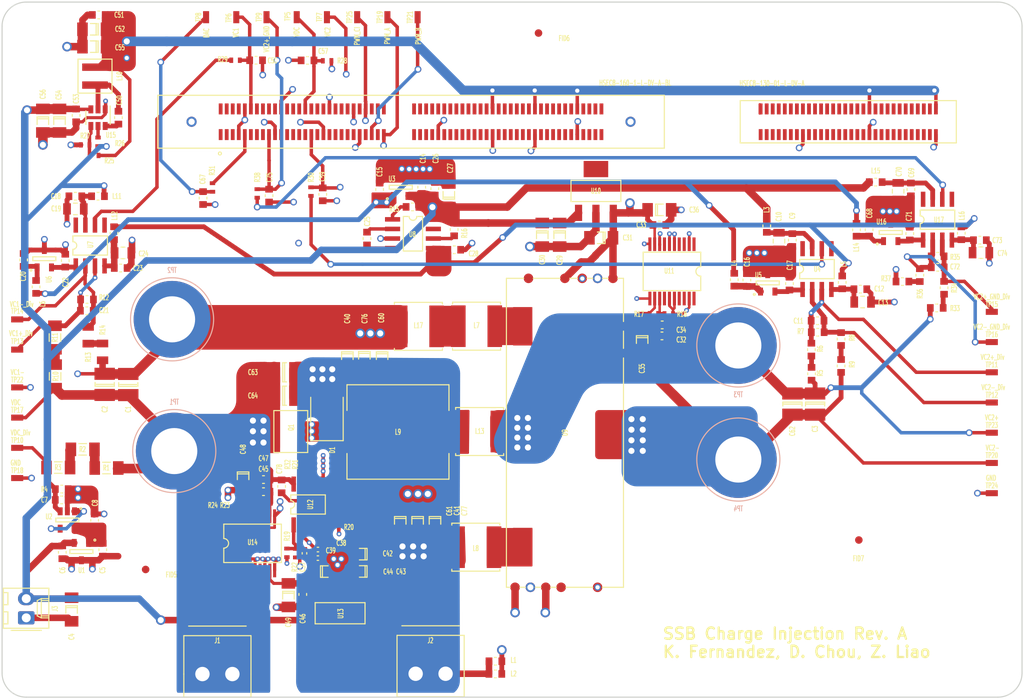
<source format=kicad_pcb>
(kicad_pcb (version 20171130) (host pcbnew "(5.1.9)-1")
  (layers (0 F.Cu signal) (1 In1.Cu signal) (2 In2.Cu signal) (31 B.Cu signal) (34 B.Paste user) (35 F.Paste user) (36 B.SilkS user) (37 F.SilkS user) (38 B.Mask user) (39 F.Mask user hide) (44 Edge.Cuts user))
  (net 0 "")
  (net 1 GNDPWR)
  (net 2 /C1-)
  (net 3 6V5)
  (net 4 GND)
  (net 5 /VDD_Logic_HVSense)
  (net 6 /VDC/HV1_DIV)
  (net 7 /VCSense/6V5_C2_FIL_SENSE)
  (net 8 /VCSense/-6V5_C2_FIL_SENSE)
  (net 9 /VCSense/5V_VCSENSE)
  (net 10 /VCSense/5V_VC2SENSE_FIL)
  (net 11 /VCSense/1V25_VC2SENSE)
  (net 12 /VCSense/6V5_C1_FIL_SENSE)
  (net 13 /VCSense/5V_VC1SENSE_FIL)
  (net 14 /VCSense/1V25_VC1SENSE)
  (net 15 /VCSense/-6V5_C1_FIL_SENSE)
  (net 16 "Net-(C25-Pad1)")
  (net 17 "Net-(C25-Pad2)")
  (net 18 /VCSense/-6V5_VCSENSE)
  (net 19 /SSB/VDDISO1)
  (net 20 /CI/VDD_Logic_CI)
  (net 21 /CI/VDDISO2)
  (net 22 /MCU_Connector/Vdc)
  (net 23 /MCU_Connector/Vc1)
  (net 24 /MCU_Connector/Vc2)
  (net 25 /MCU_Connector/DACOUT_probe)
  (net 26 /VDC)
  (net 27 "Net-(J4-Pad120)")
  (net 28 "Net-(J4-Pad119)")
  (net 29 "Net-(J4-Pad118)")
  (net 30 "Net-(J4-Pad117)")
  (net 31 "Net-(J4-Pad116)")
  (net 32 "Net-(J4-Pad115)")
  (net 33 "Net-(J4-Pad114)")
  (net 34 "Net-(J4-Pad113)")
  (net 35 /MCU_Connector/5V)
  (net 36 "Net-(J4-Pad110)")
  (net 37 "Net-(J4-Pad109)")
  (net 38 "Net-(J4-Pad108)")
  (net 39 "Net-(J4-Pad107)")
  (net 40 "Net-(J4-Pad106)")
  (net 41 "Net-(J4-Pad105)")
  (net 42 "Net-(J4-Pad104)")
  (net 43 "Net-(J4-Pad103)")
  (net 44 "Net-(J4-Pad102)")
  (net 45 "Net-(J4-Pad101)")
  (net 46 "Net-(J4-Pad100)")
  (net 47 "Net-(J4-Pad99)")
  (net 48 "Net-(J4-Pad96)")
  (net 49 "Net-(J4-Pad95)")
  (net 50 "Net-(J4-Pad94)")
  (net 51 "Net-(J4-Pad93)")
  (net 52 "Net-(J4-Pad92)")
  (net 53 "Net-(J4-Pad91)")
  (net 54 "Net-(J4-Pad90)")
  (net 55 "Net-(J4-Pad89)")
  (net 56 "Net-(J4-Pad88)")
  (net 57 "Net-(J4-Pad87)")
  (net 58 "Net-(J4-Pad86)")
  (net 59 "Net-(J4-Pad85)")
  (net 60 "Net-(J4-Pad82)")
  (net 61 "Net-(J4-Pad81)")
  (net 62 "Net-(J4-Pad80)")
  (net 63 "Net-(J4-Pad79)")
  (net 64 "Net-(J4-Pad78)")
  (net 65 "Net-(J4-Pad77)")
  (net 66 "Net-(J4-Pad76)")
  (net 67 "Net-(J4-Pad75)")
  (net 68 "Net-(J4-Pad74)")
  (net 69 "Net-(J4-Pad73)")
  (net 70 "Net-(J4-Pad72)")
  (net 71 "Net-(J4-Pad71)")
  (net 72 "Net-(J4-Pad70)")
  (net 73 "Net-(J4-Pad69)")
  (net 74 "Net-(J4-Pad68)")
  (net 75 "Net-(J4-Pad67)")
  (net 76 "Net-(J4-Pad66)")
  (net 77 "Net-(J4-Pad64)")
  (net 78 "Net-(J4-Pad63)")
  (net 79 "Net-(J4-Pad62)")
  (net 80 "Net-(J4-Pad61)")
  (net 81 "Net-(J4-Pad60)")
  (net 82 "Net-(J4-Pad59)")
  (net 83 "Net-(J4-Pad58)")
  (net 84 "Net-(J4-Pad57)")
  (net 85 "Net-(J4-Pad56)")
  (net 86 /~INB)
  (net 87 "Net-(J4-Pad54)")
  (net 88 /MCU_Connector/PWM2A)
  (net 89 /MCU_Connector/PWM3B)
  (net 90 /~INA)
  (net 91 /INCI)
  (net 92 /MCU_Connector/PWM1A)
  (net 93 "Net-(J4-Pad48)")
  (net 94 "Net-(J4-Pad45)")
  (net 95 "Net-(J4-Pad44)")
  (net 96 "Net-(J4-Pad43)")
  (net 97 "Net-(J4-Pad42)")
  (net 98 "Net-(J4-Pad41)")
  (net 99 "Net-(J4-Pad40)")
  (net 100 "Net-(J4-Pad39)")
  (net 101 "Net-(J4-Pad37)")
  (net 102 "Net-(J4-Pad36)")
  (net 103 "Net-(J4-Pad34)")
  (net 104 "Net-(J4-Pad33)")
  (net 105 "Net-(J4-Pad32)")
  (net 106 "Net-(J4-Pad29)")
  (net 107 "Net-(J4-Pad28)")
  (net 108 "Net-(J4-Pad27)")
  (net 109 "Net-(J4-Pad26)")
  (net 110 "Net-(J4-Pad25)")
  (net 111 "Net-(J4-Pad24)")
  (net 112 "Net-(J4-Pad23)")
  (net 113 "Net-(J4-Pad21)")
  (net 114 "Net-(J4-Pad20)")
  (net 115 "Net-(J4-Pad18)")
  (net 116 "Net-(J4-Pad16)")
  (net 117 "Net-(J4-Pad15)")
  (net 118 "Net-(J4-Pad14)")
  (net 119 "Net-(J4-Pad13)")
  (net 120 "Net-(J4-Pad11)")
  (net 121 /MCU_Connector/DACOUT)
  (net 122 "Net-(J4-Pad8)")
  (net 123 "Net-(J4-Pad6)")
  (net 124 "Net-(J4-Pad5)")
  (net 125 "Net-(J4-Pad4)")
  (net 126 "Net-(J4-Pad3)")
  (net 127 "Net-(J4-Pad2)")
  (net 128 "Net-(J4-Pad1)")
  (net 129 /SSB/LC1_FB)
  (net 130 /SSB/GND_L_FB)
  (net 131 "Net-(R1-Pad2)")
  (net 132 "Net-(R2-Pad2)")
  (net 133 "Net-(R5-Pad2)")
  (net 134 "Net-(R8-Pad2)")
  (net 135 "Net-(R10-Pad2)")
  (net 136 "Net-(R13-Pad2)")
  (net 137 "Net-(R15-Pad1)")
  (net 138 "Net-(R16-Pad2)")
  (net 139 /VDC_SENSE)
  (net 140 /VC1_SENSE)
  (net 141 /VC2_SENSE)
  (net 142 "Net-(U4-Pad8)")
  (net 143 "Net-(U4-Pad5)")
  (net 144 "Net-(U7-Pad5)")
  (net 145 "Net-(U7-Pad8)")
  (net 146 "Net-(U8-Pad7)")
  (net 147 "Net-(U9-Pad5)")
  (net 148 "Net-(U9-Pad3)")
  (net 149 "Net-(J5-Pad1)")
  (net 150 "Net-(J5-Pad3)")
  (net 151 "Net-(J5-Pad5)")
  (net 152 "Net-(J5-Pad7)")
  (net 153 "Net-(J5-Pad9)")
  (net 154 "Net-(J5-Pad11)")
  (net 155 "Net-(J5-Pad13)")
  (net 156 "Net-(J5-Pad17)")
  (net 157 "Net-(J5-Pad19)")
  (net 158 "Net-(J5-Pad21)")
  (net 159 "Net-(J5-Pad23)")
  (net 160 "Net-(J5-Pad25)")
  (net 161 "Net-(J5-Pad27)")
  (net 162 "Net-(J5-Pad29)")
  (net 163 "Net-(J5-Pad31)")
  (net 164 "Net-(J5-Pad33)")
  (net 165 "Net-(J5-Pad35)")
  (net 166 "Net-(J5-Pad39)")
  (net 167 "Net-(J5-Pad41)")
  (net 168 "Net-(J5-Pad43)")
  (net 169 "Net-(J5-Pad45)")
  (net 170 "Net-(J5-Pad47)")
  (net 171 "Net-(J5-Pad49)")
  (net 172 "Net-(J5-Pad51)")
  (net 173 "Net-(J5-Pad53)")
  (net 174 "Net-(J5-Pad55)")
  (net 175 "Net-(J5-Pad57)")
  (net 176 "Net-(J5-Pad2)")
  (net 177 "Net-(J5-Pad4)")
  (net 178 "Net-(J5-Pad6)")
  (net 179 "Net-(J5-Pad8)")
  (net 180 "Net-(J5-Pad10)")
  (net 181 "Net-(J5-Pad12)")
  (net 182 "Net-(J5-Pad14)")
  (net 183 "Net-(J5-Pad16)")
  (net 184 "Net-(J5-Pad18)")
  (net 185 "Net-(J5-Pad20)")
  (net 186 "Net-(J5-Pad22)")
  (net 187 "Net-(J5-Pad24)")
  (net 188 "Net-(J5-Pad26)")
  (net 189 "Net-(J5-Pad28)")
  (net 190 "Net-(J5-Pad30)")
  (net 191 "Net-(J5-Pad32)")
  (net 192 "Net-(J5-Pad34)")
  (net 193 "Net-(J5-Pad36)")
  (net 194 "Net-(J5-Pad40)")
  (net 195 "Net-(J5-Pad42)")
  (net 196 "Net-(J5-Pad44)")
  (net 197 "Net-(J5-Pad46)")
  (net 198 "Net-(J5-Pad48)")
  (net 199 "Net-(J5-Pad50)")
  (net 200 "Net-(J5-Pad52)")
  (net 201 "Net-(J5-Pad54)")
  (net 202 "Net-(J5-Pad56)")
  (net 203 "Net-(J5-Pad58)")
  (net 204 /CI/L_Jumper)
  (net 205 /CI/Gate_CI)
  (net 206 /CI/En_CI)
  (net 207 /CI/Vo_high)
  (net 208 /CI/Vo_low)
  (net 209 /CI/PWM_CI)
  (net 210 /SSB/VDD_Logic_FB)
  (net 211 /SSB/ISODCDC/Sel)
  (net 212 /CI/sheet5FF6C3C6/Sel)
  (net 213 /MCU_Connector/Buck_Bst)
  (net 214 /MCU_Connector/Buck_Sw)
  (net 215 /MCU_Connector/Buck_FB)
  (net 216 /MCU_Connector/En_Buck)
  (net 217 /VCSense/V+_C2)
  (net 218 /VCSense/V-_C2)
  (net 219 /VCSense/V+_C1)
  (net 220 /VCSense/V-_C1)
  (net 221 /C2-)
  (net 222 /C2+)
  (net 223 /Sci_Source)
  (net 224 "Net-(L17-Pad1)")
  (net 225 "Net-(R33-Pad2)")
  (net 226 "Net-(R36-Pad2)")
  (net 227 "Net-(U17-Pad5)")
  (net 228 "Net-(U17-Pad8)")
  (net 229 /VCSense/5V_VC2_GND_SENSE_FIL)
  (net 230 /VCSense/6V5_C2_GND_FIL_SENSE)
  (net 231 /VCSense/1V25_VC2_GND_SENSE)
  (net 232 /VCSense/-6V5_C2_GND_FIL_SENSE)
  (net 233 /MCU_Connector/Vc2_GND)
  (net 234 /VC2_GND_SENSE)
  (net 235 /VCSense/V+_C2_GND)
  (net 236 /VCSense/V-_GND_C2)
  (module "user_kf:0603 TP" (layer F.Cu) (at 47 -90 90)
    (fp_text reference TP25 (at 0 -1 90) (layer F.SilkS) (effects (font (size 0.6985 0.4445) (thickness 0.111125))))
    (fp_text value TestPoint)
    (pad 1 smd rect (at 0 0 90) (size 1.6 0.8) (layers F.Cu F.Paste F.Mask) (net 91 /INCI))
  )
  (module "user_kf:0603 TP" (layer F.Cu) (at 55 -90 90)
    (fp_text reference TP21 (at 0 -1 90) (layer F.SilkS) (effects (font (size 0.6985 0.4445) (thickness 0.111125))))
    (fp_text value TestPoint)
    (pad 1 smd rect (at 0 0 90) (size 1.6 0.8) (layers F.Cu F.Paste F.Mask) (net 86 /~INB))
  )
  (module "user_kf:0603 TP" (layer F.Cu) (at 51 -90 90)
    (fp_text reference TP19 (at 0 -1 90) (layer F.SilkS) (effects (font (size 0.6985 0.4445) (thickness 0.111125))))
    (fp_text value TestPoint)
    (pad 1 smd rect (at 0 0 90) (size 1.6 0.8) (layers F.Cu F.Paste F.Mask) (net 90 /~INA))
  )
  (module "user_kf:0603 TP" (layer F.Cu) (at 131 -27)
    (fp_text reference TP24 (at 0 -1) (layer F.SilkS) (effects (font (size 0.6985 0.4445) (thickness 0.111125))))
    (fp_text value TestPoint)
    (pad 1 smd rect (at 0 0) (size 1.6 0.8) (layers F.Cu F.Paste F.Mask) (net 4 GND))
  )
  (module "user_kf:0603 TP" (layer F.Cu) (at 131 -35)
    (fp_text reference TP23 (at 0 -1) (layer F.SilkS) (effects (font (size 0.6985 0.4445) (thickness 0.111125))))
    (fp_text value TestPoint)
    (pad 1 smd rect (at 0 0) (size 1.6 0.8) (layers F.Cu F.Paste F.Mask) (net 222 /C2+))
  )
  (module "user_kf:0603 TP" (layer F.Cu) (at 2 -41 180)
    (fp_text reference TP22 (at 0 1) (layer F.SilkS) (effects (font (size 0.6985 0.4445) (thickness 0.111125))))
    (fp_text value TestPoint)
    (pad 1 smd rect (at 0 0 180) (size 1.6 0.8) (layers F.Cu F.Paste F.Mask) (net 2 /C1-))
  )
  (module "user_kf:0603 TP" (layer F.Cu) (at 131 -31)
    (fp_text reference TP20 (at 0 -1) (layer F.SilkS) (effects (font (size 0.6985 0.4445) (thickness 0.111125))))
    (fp_text value TestPoint)
    (pad 1 smd rect (at 0 0) (size 1.6 0.8) (layers F.Cu F.Paste F.Mask) (net 221 /C2-))
  )
  (module "user_kf:0603 TP" (layer F.Cu) (at 2 -29)
    (fp_text reference TP18 (at 0 -1) (layer F.SilkS) (effects (font (size 0.6985 0.4445) (thickness 0.111125))))
    (fp_text value TestPoint)
    (pad 1 smd rect (at 0 0) (size 1.6 0.8) (layers F.Cu F.Paste F.Mask) (net 4 GND))
  )
  (module "user_kf:0603 TP" (layer F.Cu) (at 2 -37 180)
    (fp_text reference TP17 (at 0 1) (layer F.SilkS) (effects (font (size 0.6985 0.4445) (thickness 0.111125))))
    (fp_text value TestPoint)
    (pad 1 smd rect (at 0 0 180) (size 1.6 0.8) (layers F.Cu F.Paste F.Mask) (net 26 /VDC))
  )
  (module "user_kf:0603 TP" (layer F.Cu) (at 131 -47)
    (fp_text reference TP16 (at 0 -1) (layer F.SilkS) (effects (font (size 0.6985 0.4445) (thickness 0.111125))))
    (fp_text value TestPoint)
    (pad 1 smd rect (at 0 0) (size 1.6 0.8) (layers F.Cu F.Paste F.Mask) (net 236 /VCSense/V-_GND_C2))
  )
  (module "user_kf:0603 TP" (layer F.Cu) (at 131 -51)
    (fp_text reference TP15 (at 0 -1) (layer F.SilkS) (effects (font (size 0.6985 0.4445) (thickness 0.111125))))
    (fp_text value TestPoint)
    (pad 1 smd rect (at 0 0) (size 1.6 0.8) (layers F.Cu F.Paste F.Mask) (net 235 /VCSense/V+_C2_GND))
  )
  (module "user_kf:0603 TP" (layer F.Cu) (at 2 -50)
    (fp_text reference TP14 (at 0 -1.1) (layer F.SilkS) (effects (font (size 0.6985 0.4445) (thickness 0.111125))))
    (fp_text value TestPoint)
    (pad 1 smd rect (at 0 0) (size 1.6 0.8) (layers F.Cu F.Paste F.Mask) (net 220 /VCSense/V-_C1))
  )
  (module "user_kf:0603 TP" (layer F.Cu) (at 2 -46)
    (fp_text reference TP13 (at 0 -1.1) (layer F.SilkS) (effects (font (size 0.6985 0.4445) (thickness 0.111125))))
    (fp_text value TestPoint)
    (pad 1 smd rect (at 0 0) (size 1.6 0.8) (layers F.Cu F.Paste F.Mask) (net 219 /VCSense/V+_C1))
  )
  (module "user_kf:0603 TP" (layer F.Cu) (at 131 -39)
    (fp_text reference TP12 (at 0 -1) (layer F.SilkS) (effects (font (size 0.6985 0.4445) (thickness 0.111125))))
    (fp_text value TestPoint)
    (pad 1 smd rect (at 0 0) (size 1.6 0.8) (layers F.Cu F.Paste F.Mask) (net 218 /VCSense/V-_C2))
  )
  (module "user_kf:0603 TP" (layer F.Cu) (at 131 -43)
    (fp_text reference TP11 (at 0 -1) (layer F.SilkS) (effects (font (size 0.6985 0.4445) (thickness 0.111125))))
    (fp_text value TestPoint)
    (pad 1 smd rect (at 0 0) (size 1.6 0.8) (layers F.Cu F.Paste F.Mask) (net 217 /VCSense/V+_C2))
  )
  (module "user_kf:0603 TP" (layer F.Cu) (at 2 -33)
    (fp_text reference TP10 (at 0 -1) (layer F.SilkS) (effects (font (size 0.6985 0.4445) (thickness 0.111125))))
    (fp_text value TestPoint)
    (pad 1 smd rect (at 0 0) (size 1.6 0.8) (layers F.Cu F.Paste F.Mask) (net 6 /VDC/HV1_DIV))
  )
  (module Fiducial:Fiducial_1mm_Dia_2.54mm_Outer_CopperTop (layer F.Cu) (at 113.4 -20.8)
    (fp_text reference FID7 (at -0.05 2.45) (layer F.SilkS) (effects (font (size 0.6985 0.4445) (thickness 0.111125))))
    (fp_text value FID)
    (pad ~ smd circle (at 0 0) (size 1 1) (layers F.Cu F.Mask) (clearance 0.77))
  )
  (module Fiducial:Fiducial_1mm_Dia_2.54mm_Outer_CopperTop (layer F.Cu) (at 71 -87.9)
    (fp_text reference FID6 (at 3.4 0.7) (layer F.SilkS) (effects (font (size 0.6985 0.4445) (thickness 0.111125))))
    (fp_text value FID)
    (pad ~ smd circle (at 0 0) (size 1 1) (layers F.Cu F.Mask) (clearance 0.77))
  )
  (module Fiducial:Fiducial_1mm_Dia_2.54mm_Outer_CopperTop (layer F.Cu) (at 19 -16.9)
    (fp_text reference FID5 (at 3.4 0.7) (layer F.SilkS) (effects (font (size 0.6985 0.4445) (thickness 0.111125))))
    (fp_text value FID)
    (pad ~ smd circle (at 0 0) (size 1 1) (layers F.Cu F.Mask) (clearance 0.77))
  )
  (module calisco-general:C_0603 (layer F.Cu) (at 37 -27.9 270)
    (fp_text reference C78 (at -2.3 0.3 90) (layer F.SilkS) (effects (font (size 0.6985 0.4445) (thickness 0.111125))))
    (fp_text value 1uF)
    (pad 2 smd rect (at 0.85 0 270) (size 0.889 1) (layers F.Cu F.Paste F.Mask) (net 223 /Sci_Source))
    (pad 1 smd rect (at -0.85 0 270) (size 0.889 1) (layers F.Cu F.Paste F.Mask) (net 21 /CI/VDDISO2))
  )
  (module calisco-general:C_1206 (layer F.Cu) (at 47.8 -16.64034 180)
    (fp_text reference C43 (at -5 -0.0254) (layer F.SilkS) (effects (font (size 0.6985 0.4445) (thickness 0.111125))))
    (fp_text value 0.1uF)
    (pad 1 smd rect (at -1.559 0 180) (size 1.397 1.8) (layers F.Cu F.Paste F.Mask) (net 3 6V5))
    (pad 2 smd rect (at 1.559 0 180) (size 1.397 1.8) (layers F.Cu F.Paste F.Mask) (net 4 GND))
  )
  (module calisco-general:R_1206 (layer F.Cu) (at 7 -47.6 90)
    (fp_text reference R11 (at 0 0 90) (layer F.SilkS) (effects (font (size 0.6985 0.4445) (thickness 0.111125))))
    (fp_text value 44.2k)
    (pad 1 smd rect (at -1.559 0 90) (size 1.397 1.8) (layers F.Cu F.Paste F.Mask) (net 135 "Net-(R10-Pad2)"))
    (pad 2 smd rect (at 1.559 0 90) (size 1.397 1.8) (layers F.Cu F.Paste F.Mask) (net 219 /VCSense/V+_C1))
  )
  (module calisco-general:C_1206 (layer F.Cu) (at 9.2 -11.6 270)
    (fp_text reference C4 (at 3.6 0 90) (layer F.SilkS) (effects (font (size 0.6985 0.4445) (thickness 0.111125))))
    (fp_text value 1uF)
    (pad 2 smd rect (at 1.559 0 270) (size 1.397 1.8) (layers F.Cu F.Paste F.Mask) (net 4 GND))
    (pad 1 smd rect (at -1.559 0 270) (size 1.397 1.8) (layers F.Cu F.Paste F.Mask) (net 3 6V5))
  )
  (module Connector_Molex:Molex_KK-254_AE-6410-02A_1x02_P2.54mm_Vertical (layer F.Cu) (at 3.2 -10.5 90)
    (fp_text reference J3 (at 1.2 3.8 90) (layer F.SilkS) (effects (font (size 0.6985 0.4445) (thickness 0.111125))))
    (fp_text value Conn_01x02)
    (pad 2 thru_hole oval (at 2.54 0 90) (size 1.74 2.19) (drill 1.19) (layers *.Cu *.Mask) (net 3 6V5) (clearance 0.5))
    (pad 1 thru_hole roundrect (at 0 0 90) (size 1.74 2.19) (drill 1.19) (layers *.Cu *.Mask) (roundrect_rratio 0.1439988505747127) (net 4 GND) (clearance 0.5))
  )
  (module Package_TO_SOT_SMD:SOT-23-6 (layer F.Cu) (at 12.7 -76.7 270)
    (fp_text reference U15 (at 2.3 -1.7 180) (layer F.SilkS) (effects (font (size 0.6985 0.4445) (thickness 0.111125))))
    (fp_text value TPS562200)
    (pad 1 smd rect (at -1.1 -0.95 270) (size 1.06 0.65) (layers F.Cu F.Paste F.Mask) (net 4 GND))
    (pad 2 smd rect (at -1.1 0 270) (size 1.06 0.65) (layers F.Cu F.Paste F.Mask) (net 214 /MCU_Connector/Buck_Sw))
    (pad 3 smd rect (at -1.1 0.95 270) (size 1.06 0.65) (layers F.Cu F.Paste F.Mask) (net 3 6V5))
    (pad 4 smd rect (at 1.1 0.95 270) (size 1.06 0.65) (layers F.Cu F.Paste F.Mask) (net 215 /MCU_Connector/Buck_FB))
    (pad 6 smd rect (at 1.1 -0.95 270) (size 1.06 0.65) (layers F.Cu F.Paste F.Mask) (net 213 /MCU_Connector/Buck_Bst))
    (pad 5 smd rect (at 1.1 0 270) (size 1.06 0.65) (layers F.Cu F.Paste F.Mask) (net 216 /MCU_Connector/En_Buck))
  )
  (module calisco-general:SOT223-4 (layer F.Cu) (at 78.6 -67 90)
    (fp_text reference U10 (at 0 0 180) (layer F.SilkS) (effects (font (size 0.6985 0.4445) (thickness 0.111125))))
    (fp_text value LM2937xMP)
    (pad 4 smd rect (at 2.9 0 180) (size 3.25 2.15) (layers F.Cu F.Paste F.Mask))
    (pad 3 smd rect (at -2.9 2.3 180) (size 0.95 2.15) (layers F.Cu F.Paste F.Mask) (net 210 /SSB/VDD_Logic_FB))
    (pad 2 smd rect (at -2.9 0 180) (size 0.95 2.15) (layers F.Cu F.Paste F.Mask) (net 4 GND))
    (pad 1 smd rect (at -2.9 -2.3 180) (size 0.95 2.15) (layers F.Cu F.Paste F.Mask) (net 3 6V5))
  )
  (module calisco-general:R_0402 (layer F.Cu) (at 11 -73.1)
    (fp_text reference R27 (at 0 -1.2) (layer F.SilkS) (effects (font (size 0.6985 0.4445) (thickness 0.111125))))
    (fp_text value 10k)
    (pad 1 smd rect (at -0.567 0) (size 0.508 0.711) (layers F.Cu F.Paste F.Mask) (net 4 GND))
    (pad 2 smd rect (at 0.567 0) (size 0.508 0.711) (layers F.Cu F.Paste F.Mask) (net 215 /MCU_Connector/Buck_FB))
  )
  (module calisco-general:R_0402 (layer F.Cu) (at 12.7 -73.5 270)
    (fp_text reference R26 (at 0.2 -2.9 180) (layer F.SilkS) (effects (font (size 0.6985 0.4445) (thickness 0.111125))))
    (fp_text value 10k)
    (pad 1 smd rect (at -0.567 0 270) (size 0.508 0.711) (layers F.Cu F.Paste F.Mask) (net 216 /MCU_Connector/En_Buck))
    (pad 2 smd rect (at 0.567 0 270) (size 0.508 0.711) (layers F.Cu F.Paste F.Mask) (net 3 6V5))
  )
  (module calisco-general:R_0402 (layer F.Cu) (at 12.2 -71.7)
    (fp_text reference R25 (at 2 0.7) (layer F.SilkS) (effects (font (size 0.6985 0.4445) (thickness 0.111125))))
    (fp_text value 54.9k)
    (pad 1 smd rect (at -0.567 0) (size 0.508 0.711) (layers F.Cu F.Paste F.Mask) (net 215 /MCU_Connector/Buck_FB))
    (pad 2 smd rect (at 0.567 0) (size 0.508 0.711) (layers F.Cu F.Paste F.Mask) (net 35 /MCU_Connector/5V))
  )
  (module user_dc:XEL4030 (layer F.Cu) (at 12.3 -82.2 90)
    (fp_text reference L10 (at 0 3.25 90) (layer F.SilkS) (effects (font (size 0.6985 0.4445) (thickness 0.111125))))
    (fp_text value 4.7uH)
    (pad 1 smd rect (at -1.185 0 90) (size 0.98 3.4) (layers F.Cu F.Paste F.Mask) (net 214 /MCU_Connector/Buck_Sw))
    (pad 2 smd rect (at 1.185 0 90) (size 0.98 3.4) (layers F.Cu F.Paste F.Mask) (net 35 /MCU_Connector/5V))
  )
  (module calisco-general:C_1206 (layer F.Cu) (at 5.4 -76.3 270)
    (fp_text reference C56 (at -3.5 0 90) (layer F.SilkS) (effects (font (size 0.6985 0.4445) (thickness 0.111125))))
    (fp_text value 10uF)
    (pad 1 smd rect (at -1.559 0 270) (size 1.397 1.8) (layers F.Cu F.Paste F.Mask) (net 3 6V5))
    (pad 2 smd rect (at 1.559 0 270) (size 1.397 1.8) (layers F.Cu F.Paste F.Mask) (net 4 GND))
  )
  (module calisco-general:C_1206 (layer F.Cu) (at 12.2 -86.1 180)
    (fp_text reference C55 (at -3.4 -0.12) (layer F.SilkS) (effects (font (size 0.6985 0.4445) (thickness 0.111125))))
    (fp_text value 22uF)
    (pad 1 smd rect (at -1.559 0 180) (size 1.397 1.8) (layers F.Cu F.Paste F.Mask) (net 35 /MCU_Connector/5V))
    (pad 2 smd rect (at 1.559 0 180) (size 1.397 1.8) (layers F.Cu F.Paste F.Mask) (net 4 GND))
  )
  (module calisco-general:C_1206 (layer F.Cu) (at 7.6 -76.3 270)
    (fp_text reference C54 (at -3.4 0.1 90) (layer F.SilkS) (effects (font (size 0.6985 0.4445) (thickness 0.111125))))
    (fp_text value 10uF)
    (pad 1 smd rect (at -1.559 0 270) (size 1.397 1.8) (layers F.Cu F.Paste F.Mask) (net 3 6V5))
    (pad 2 smd rect (at 1.559 0 270) (size 1.397 1.8) (layers F.Cu F.Paste F.Mask) (net 4 GND))
  )
  (module calisco-general:C_0603 (layer F.Cu) (at 9.8 -77 270)
    (fp_text reference C53 (at -2.2 0 90) (layer F.SilkS) (effects (font (size 0.6985 0.4445) (thickness 0.111125))))
    (fp_text value 0.1uF)
    (pad 1 smd rect (at -0.85 0 270) (size 0.889 1) (layers F.Cu F.Paste F.Mask) (net 3 6V5))
    (pad 2 smd rect (at 0.85 0 270) (size 0.889 1) (layers F.Cu F.Paste F.Mask) (net 4 GND))
  )
  (module calisco-general:C_1206 (layer F.Cu) (at 12.2 -88.4 180)
    (fp_text reference C52 (at -3.4 0.03) (layer F.SilkS) (effects (font (size 0.6985 0.4445) (thickness 0.111125))))
    (fp_text value 22uF)
    (pad 1 smd rect (at -1.559 0 180) (size 1.397 1.8) (layers F.Cu F.Paste F.Mask) (net 35 /MCU_Connector/5V))
    (pad 2 smd rect (at 1.559 0 180) (size 1.397 1.8) (layers F.Cu F.Paste F.Mask) (net 4 GND))
  )
  (module calisco-general:C_0603 (layer F.Cu) (at 12.8 -90.3 180)
    (fp_text reference C51 (at -2.7 0) (layer F.SilkS) (effects (font (size 0.6985 0.4445) (thickness 0.111125))))
    (fp_text value 0.1uF)
    (pad 1 smd rect (at -0.85 0 180) (size 0.889 1) (layers F.Cu F.Paste F.Mask) (net 35 /MCU_Connector/5V))
    (pad 2 smd rect (at 0.85 0 180) (size 0.889 1) (layers F.Cu F.Paste F.Mask) (net 4 GND))
  )
  (module calisco-general:C_0603 (layer F.Cu) (at 15.4 -76.7 270)
    (fp_text reference C50 (at -2.3 -0.1 90) (layer F.SilkS) (effects (font (size 0.6985 0.4445) (thickness 0.111125))))
    (fp_text value 0.1uF)
    (pad 1 smd rect (at -0.85 0 270) (size 0.889 1) (layers F.Cu F.Paste F.Mask) (net 214 /MCU_Connector/Buck_Sw))
    (pad 2 smd rect (at 0.85 0 270) (size 0.889 1) (layers F.Cu F.Paste F.Mask) (net 213 /MCU_Connector/Buck_Bst))
  )
  (module calisco-general:C_1206 (layer F.Cu) (at 79.3 -60.8 180)
    (fp_text reference C31 (at -3.5 0) (layer F.SilkS) (effects (font (size 0.6985 0.4445) (thickness 0.111125))))
    (fp_text value 10uF)
    (pad 2 smd rect (at 1.559 0 180) (size 1.397 1.8) (layers F.Cu F.Paste F.Mask) (net 4 GND))
    (pad 1 smd rect (at -1.559 0 180) (size 1.397 1.8) (layers F.Cu F.Paste F.Mask) (net 210 /SSB/VDD_Logic_FB))
  )
  (module calisco-general:C_1206 (layer F.Cu) (at 71.5 -61.2 270)
    (fp_text reference C30 (at 3.3 0 90) (layer F.SilkS) (effects (font (size 0.6985 0.4445) (thickness 0.111125))))
    (fp_text value 0.1uF)
    (pad 1 smd rect (at -1.559 0 270) (size 1.397 1.8) (layers F.Cu F.Paste F.Mask) (net 3 6V5))
    (pad 2 smd rect (at 1.559 0 270) (size 1.397 1.8) (layers F.Cu F.Paste F.Mask) (net 4 GND))
  )
  (module calisco-general:C_1206 (layer F.Cu) (at 73.8 -61.2 270)
    (fp_text reference C29 (at 3.37 0 90) (layer F.SilkS) (effects (font (size 0.6985 0.4445) (thickness 0.111125))))
    (fp_text value 10uF)
    (pad 2 smd rect (at 1.559 0 270) (size 1.397 1.8) (layers F.Cu F.Paste F.Mask) (net 4 GND))
    (pad 1 smd rect (at -1.559 0 270) (size 1.397 1.8) (layers F.Cu F.Paste F.Mask) (net 3 6V5))
  )
  (module user_dc:SAMTEC_HSEC8-160-01-L-DV-A-BL (layer F.Cu) (at 54.13 -76.16)
    (fp_text reference J4)
    (fp_text value HSEC8-160-1-L-DV-A-BL (at 29.67 -5.14) (layer F.SilkS) (effects (font (size 0.6985 0.4445) (thickness 0.111125))))
    (pad P2 thru_hole circle (at 29.05 0) (size 1.348 1.348) (drill 0.84) (layers *.Cu *.Mask))
    (pad P1 thru_hole circle (at -29.05 0) (size 1.348 1.348) (drill 0.84) (layers *.Cu *.Mask) (clearance 0.8))
    (pad 120 smd rect (at 25.2 -1.7 180) (size 0.5 1.45) (layers F.Cu F.Paste F.Mask) (net 27 "Net-(J4-Pad120)"))
    (pad 119 smd rect (at 25.2 1.7 180) (size 0.5 1.45) (layers F.Cu F.Paste F.Mask) (net 28 "Net-(J4-Pad119)"))
    (pad 118 smd rect (at 24.4 -1.7 180) (size 0.5 1.45) (layers F.Cu F.Paste F.Mask) (net 29 "Net-(J4-Pad118)"))
    (pad 117 smd rect (at 24.4 1.7 180) (size 0.5 1.45) (layers F.Cu F.Paste F.Mask) (net 30 "Net-(J4-Pad117)"))
    (pad 116 smd rect (at 23.6 -1.7 180) (size 0.5 1.45) (layers F.Cu F.Paste F.Mask) (net 31 "Net-(J4-Pad116)"))
    (pad 115 smd rect (at 23.6 1.7 180) (size 0.5 1.45) (layers F.Cu F.Paste F.Mask) (net 32 "Net-(J4-Pad115)"))
    (pad 114 smd rect (at 22.8 -1.7 180) (size 0.5 1.45) (layers F.Cu F.Paste F.Mask) (net 33 "Net-(J4-Pad114)"))
    (pad 113 smd rect (at 22.8 1.7 180) (size 0.5 1.45) (layers F.Cu F.Paste F.Mask) (net 34 "Net-(J4-Pad113)"))
    (pad 112 smd rect (at 22 -1.7 180) (size 0.5 1.45) (layers F.Cu F.Paste F.Mask) (net 35 /MCU_Connector/5V))
    (pad 111 smd rect (at 22 1.7 180) (size 0.5 1.45) (layers F.Cu F.Paste F.Mask) (net 4 GND))
    (pad 110 smd rect (at 21.2 -1.7 180) (size 0.5 1.45) (layers F.Cu F.Paste F.Mask) (net 36 "Net-(J4-Pad110)"))
    (pad 109 smd rect (at 21.2 1.7 180) (size 0.5 1.45) (layers F.Cu F.Paste F.Mask) (net 37 "Net-(J4-Pad109)"))
    (pad 108 smd rect (at 20.4 -1.7 180) (size 0.5 1.45) (layers F.Cu F.Paste F.Mask) (net 38 "Net-(J4-Pad108)"))
    (pad 107 smd rect (at 20.4 1.7 180) (size 0.5 1.45) (layers F.Cu F.Paste F.Mask) (net 39 "Net-(J4-Pad107)"))
    (pad 106 smd rect (at 19.6 -1.7 180) (size 0.5 1.45) (layers F.Cu F.Paste F.Mask) (net 40 "Net-(J4-Pad106)"))
    (pad 105 smd rect (at 19.6 1.7 180) (size 0.5 1.45) (layers F.Cu F.Paste F.Mask) (net 41 "Net-(J4-Pad105)"))
    (pad 104 smd rect (at 18.8 -1.7 180) (size 0.5 1.45) (layers F.Cu F.Paste F.Mask) (net 42 "Net-(J4-Pad104)"))
    (pad 103 smd rect (at 18.8 1.7 180) (size 0.5 1.45) (layers F.Cu F.Paste F.Mask) (net 43 "Net-(J4-Pad103)"))
    (pad 102 smd rect (at 18 -1.7 180) (size 0.5 1.45) (layers F.Cu F.Paste F.Mask) (net 44 "Net-(J4-Pad102)"))
    (pad 101 smd rect (at 18 1.7 180) (size 0.5 1.45) (layers F.Cu F.Paste F.Mask) (net 45 "Net-(J4-Pad101)"))
    (pad 100 smd rect (at 17.2 -1.7 180) (size 0.5 1.45) (layers F.Cu F.Paste F.Mask) (net 46 "Net-(J4-Pad100)"))
    (pad 99 smd rect (at 17.2 1.7 180) (size 0.5 1.45) (layers F.Cu F.Paste F.Mask) (net 47 "Net-(J4-Pad99)"))
    (pad 98 smd rect (at 16.4 -1.7 180) (size 0.5 1.45) (layers F.Cu F.Paste F.Mask) (net 35 /MCU_Connector/5V))
    (pad 97 smd rect (at 16.4 1.7 180) (size 0.5 1.45) (layers F.Cu F.Paste F.Mask) (net 4 GND))
    (pad 96 smd rect (at 15.6 -1.7 180) (size 0.5 1.45) (layers F.Cu F.Paste F.Mask) (net 48 "Net-(J4-Pad96)"))
    (pad 95 smd rect (at 15.6 1.7 180) (size 0.5 1.45) (layers F.Cu F.Paste F.Mask) (net 49 "Net-(J4-Pad95)"))
    (pad 94 smd rect (at 14.8 -1.7 180) (size 0.5 1.45) (layers F.Cu F.Paste F.Mask) (net 50 "Net-(J4-Pad94)"))
    (pad 93 smd rect (at 14.8 1.7 180) (size 0.5 1.45) (layers F.Cu F.Paste F.Mask) (net 51 "Net-(J4-Pad93)"))
    (pad 92 smd rect (at 14 -1.7 180) (size 0.5 1.45) (layers F.Cu F.Paste F.Mask) (net 52 "Net-(J4-Pad92)"))
    (pad 91 smd rect (at 14 1.7 180) (size 0.5 1.45) (layers F.Cu F.Paste F.Mask) (net 53 "Net-(J4-Pad91)"))
    (pad 90 smd rect (at 13.2 -1.7 180) (size 0.5 1.45) (layers F.Cu F.Paste F.Mask) (net 54 "Net-(J4-Pad90)"))
    (pad 89 smd rect (at 13.2 1.7 180) (size 0.5 1.45) (layers F.Cu F.Paste F.Mask) (net 55 "Net-(J4-Pad89)"))
    (pad 88 smd rect (at 12.4 -1.7 180) (size 0.5 1.45) (layers F.Cu F.Paste F.Mask) (net 56 "Net-(J4-Pad88)"))
    (pad 87 smd rect (at 12.4 1.7 180) (size 0.5 1.45) (layers F.Cu F.Paste F.Mask) (net 57 "Net-(J4-Pad87)"))
    (pad 86 smd rect (at 11.6 -1.7 180) (size 0.5 1.45) (layers F.Cu F.Paste F.Mask) (net 58 "Net-(J4-Pad86)"))
    (pad 85 smd rect (at 11.6 1.7 180) (size 0.5 1.45) (layers F.Cu F.Paste F.Mask) (net 59 "Net-(J4-Pad85)"))
    (pad 84 smd rect (at 10.8 -1.7 180) (size 0.5 1.45) (layers F.Cu F.Paste F.Mask) (net 35 /MCU_Connector/5V))
    (pad 83 smd rect (at 10.8 1.7 180) (size 0.5 1.45) (layers F.Cu F.Paste F.Mask) (net 4 GND))
    (pad 82 smd rect (at 10 -1.7 180) (size 0.5 1.45) (layers F.Cu F.Paste F.Mask) (net 60 "Net-(J4-Pad82)"))
    (pad 81 smd rect (at 10 1.7 180) (size 0.5 1.45) (layers F.Cu F.Paste F.Mask) (net 61 "Net-(J4-Pad81)"))
    (pad 80 smd rect (at 9.2 -1.7 180) (size 0.5 1.45) (layers F.Cu F.Paste F.Mask) (net 62 "Net-(J4-Pad80)"))
    (pad 79 smd rect (at 9.2 1.7 180) (size 0.5 1.45) (layers F.Cu F.Paste F.Mask) (net 63 "Net-(J4-Pad79)"))
    (pad 78 smd rect (at 8.4 -1.7 180) (size 0.5 1.45) (layers F.Cu F.Paste F.Mask) (net 64 "Net-(J4-Pad78)"))
    (pad 77 smd rect (at 8.4 1.7 180) (size 0.5 1.45) (layers F.Cu F.Paste F.Mask) (net 65 "Net-(J4-Pad77)"))
    (pad 76 smd rect (at 7.6 -1.7 180) (size 0.5 1.45) (layers F.Cu F.Paste F.Mask) (net 66 "Net-(J4-Pad76)"))
    (pad 75 smd rect (at 7.6 1.7 180) (size 0.5 1.45) (layers F.Cu F.Paste F.Mask) (net 67 "Net-(J4-Pad75)"))
    (pad 74 smd rect (at 6.8 -1.7 180) (size 0.5 1.45) (layers F.Cu F.Paste F.Mask) (net 68 "Net-(J4-Pad74)"))
    (pad 73 smd rect (at 6.8 1.7 180) (size 0.5 1.45) (layers F.Cu F.Paste F.Mask) (net 69 "Net-(J4-Pad73)"))
    (pad 72 smd rect (at 6 -1.7 180) (size 0.5 1.45) (layers F.Cu F.Paste F.Mask) (net 70 "Net-(J4-Pad72)"))
    (pad 71 smd rect (at 6 1.7 180) (size 0.5 1.45) (layers F.Cu F.Paste F.Mask) (net 71 "Net-(J4-Pad71)"))
    (pad 70 smd rect (at 5.2 -1.7 180) (size 0.5 1.45) (layers F.Cu F.Paste F.Mask) (net 72 "Net-(J4-Pad70)"))
    (pad 69 smd rect (at 5.2 1.7 180) (size 0.5 1.45) (layers F.Cu F.Paste F.Mask) (net 73 "Net-(J4-Pad69)"))
    (pad 68 smd rect (at 4.4 -1.7 180) (size 0.5 1.45) (layers F.Cu F.Paste F.Mask) (net 74 "Net-(J4-Pad68)"))
    (pad 67 smd rect (at 4.4 1.7 180) (size 0.5 1.45) (layers F.Cu F.Paste F.Mask) (net 75 "Net-(J4-Pad67)"))
    (pad 66 smd rect (at 3.6 -1.7 180) (size 0.5 1.45) (layers F.Cu F.Paste F.Mask) (net 76 "Net-(J4-Pad66)"))
    (pad 65 smd rect (at 3.6 1.7 180) (size 0.5 1.45) (layers F.Cu F.Paste F.Mask) (net 4 GND))
    (pad 64 smd rect (at 2.8 -1.7 180) (size 0.5 1.45) (layers F.Cu F.Paste F.Mask) (net 77 "Net-(J4-Pad64)"))
    (pad 63 smd rect (at 2.8 1.7 180) (size 0.5 1.45) (layers F.Cu F.Paste F.Mask) (net 78 "Net-(J4-Pad63)"))
    (pad 62 smd rect (at 2 -1.7 180) (size 0.5 1.45) (layers F.Cu F.Paste F.Mask) (net 79 "Net-(J4-Pad62)"))
    (pad 61 smd rect (at 2 1.7 180) (size 0.5 1.45) (layers F.Cu F.Paste F.Mask) (net 80 "Net-(J4-Pad61)"))
    (pad 60 smd rect (at 1.2 -1.7 180) (size 0.5 1.45) (layers F.Cu F.Paste F.Mask) (net 81 "Net-(J4-Pad60)"))
    (pad 59 smd rect (at 1.2 1.7 180) (size 0.5 1.45) (layers F.Cu F.Paste F.Mask) (net 82 "Net-(J4-Pad59)"))
    (pad 58 smd rect (at 0.4 -1.7 180) (size 0.5 1.45) (layers F.Cu F.Paste F.Mask) (net 83 "Net-(J4-Pad58)"))
    (pad 57 smd rect (at 0.4 1.7 180) (size 0.5 1.45) (layers F.Cu F.Paste F.Mask) (net 84 "Net-(J4-Pad57)"))
    (pad 56 smd rect (at -3.6 -1.7 180) (size 0.5 1.45) (layers F.Cu F.Paste F.Mask) (net 85 "Net-(J4-Pad56)"))
    (pad 55 smd rect (at -3.6 1.7 180) (size 0.5 1.45) (layers F.Cu F.Paste F.Mask) (net 90 /~INA))
    (pad 54 smd rect (at -4.4 -1.7 180) (size 0.5 1.45) (layers F.Cu F.Paste F.Mask) (net 87 "Net-(J4-Pad54)"))
    (pad 53 smd rect (at -4.4 1.7 180) (size 0.5 1.45) (layers F.Cu F.Paste F.Mask) (net 92 /MCU_Connector/PWM1A))
    (pad 52 smd rect (at -5.2 -1.7 180) (size 0.5 1.45) (layers F.Cu F.Paste F.Mask) (net 89 /MCU_Connector/PWM3B))
    (pad 51 smd rect (at -5.2 1.7 180) (size 0.5 1.45) (layers F.Cu F.Paste F.Mask) (net 86 /~INB))
    (pad 50 smd rect (at -6 -1.7 180) (size 0.5 1.45) (layers F.Cu F.Paste F.Mask) (net 91 /INCI))
    (pad 49 smd rect (at -6 1.7 180) (size 0.5 1.45) (layers F.Cu F.Paste F.Mask) (net 88 /MCU_Connector/PWM2A))
    (pad 48 smd rect (at -6.8 -1.7 180) (size 0.5 1.45) (layers F.Cu F.Paste F.Mask) (net 93 "Net-(J4-Pad48)"))
    (pad 47 smd rect (at -6.8 1.7 180) (size 0.5 1.45) (layers F.Cu F.Paste F.Mask) (net 4 GND))
    (pad 46 smd rect (at -7.6 -1.7 180) (size 0.5 1.45) (layers F.Cu F.Paste F.Mask) (net 4 GND))
    (pad 45 smd rect (at -7.6 1.7 180) (size 0.5 1.45) (layers F.Cu F.Paste F.Mask) (net 94 "Net-(J4-Pad45)"))
    (pad 44 smd rect (at -8.4 -1.7 180) (size 0.5 1.45) (layers F.Cu F.Paste F.Mask) (net 95 "Net-(J4-Pad44)"))
    (pad 43 smd rect (at -8.4 1.7 180) (size 0.5 1.45) (layers F.Cu F.Paste F.Mask) (net 96 "Net-(J4-Pad43)"))
    (pad 42 smd rect (at -9.2 -1.7 180) (size 0.5 1.45) (layers F.Cu F.Paste F.Mask) (net 97 "Net-(J4-Pad42)"))
    (pad 41 smd rect (at -9.2 1.7 180) (size 0.5 1.45) (layers F.Cu F.Paste F.Mask) (net 98 "Net-(J4-Pad41)"))
    (pad 40 smd rect (at -10 -1.7 180) (size 0.5 1.45) (layers F.Cu F.Paste F.Mask) (net 99 "Net-(J4-Pad40)"))
    (pad 39 smd rect (at -10 1.7 180) (size 0.5 1.45) (layers F.Cu F.Paste F.Mask) (net 100 "Net-(J4-Pad39)"))
    (pad 38 smd rect (at -10.8 -1.7 180) (size 0.5 1.45) (layers F.Cu F.Paste F.Mask) (net 4 GND))
    (pad 37 smd rect (at -10.8 1.7 180) (size 0.5 1.45) (layers F.Cu F.Paste F.Mask) (net 101 "Net-(J4-Pad37)"))
    (pad 36 smd rect (at -11.6 -1.7 180) (size 0.5 1.45) (layers F.Cu F.Paste F.Mask) (net 102 "Net-(J4-Pad36)"))
    (pad 35 smd rect (at -11.6 1.7 180) (size 0.5 1.45) (layers F.Cu F.Paste F.Mask) (net 4 GND))
    (pad 34 smd rect (at -12.4 -1.7 180) (size 0.5 1.45) (layers F.Cu F.Paste F.Mask) (net 103 "Net-(J4-Pad34)"))
    (pad 33 smd rect (at -12.4 1.7 180) (size 0.5 1.45) (layers F.Cu F.Paste F.Mask) (net 104 "Net-(J4-Pad33)"))
    (pad 32 smd rect (at -13.2 -1.7 180) (size 0.5 1.45) (layers F.Cu F.Paste F.Mask) (net 105 "Net-(J4-Pad32)"))
    (pad 31 smd rect (at -13.2 1.7 180) (size 0.5 1.45) (layers F.Cu F.Paste F.Mask) (net 24 /MCU_Connector/Vc2))
    (pad 30 smd rect (at -14 -1.7 180) (size 0.5 1.45) (layers F.Cu F.Paste F.Mask) (net 22 /MCU_Connector/Vdc))
    (pad 29 smd rect (at -14 1.7 180) (size 0.5 1.45) (layers F.Cu F.Paste F.Mask) (net 106 "Net-(J4-Pad29)"))
    (pad 28 smd rect (at -14.8 -1.7 180) (size 0.5 1.45) (layers F.Cu F.Paste F.Mask) (net 107 "Net-(J4-Pad28)"))
    (pad 27 smd rect (at -14.8 1.7 180) (size 0.5 1.45) (layers F.Cu F.Paste F.Mask) (net 108 "Net-(J4-Pad27)"))
    (pad 26 smd rect (at -15.6 -1.7 180) (size 0.5 1.45) (layers F.Cu F.Paste F.Mask) (net 109 "Net-(J4-Pad26)"))
    (pad 25 smd rect (at -15.6 1.7 180) (size 0.5 1.45) (layers F.Cu F.Paste F.Mask) (net 110 "Net-(J4-Pad25)"))
    (pad 24 smd rect (at -16.4 -1.7 180) (size 0.5 1.45) (layers F.Cu F.Paste F.Mask) (net 111 "Net-(J4-Pad24)"))
    (pad 23 smd rect (at -16.4 1.7 180) (size 0.5 1.45) (layers F.Cu F.Paste F.Mask) (net 112 "Net-(J4-Pad23)"))
    (pad 22 smd rect (at -17.2 -1.7 180) (size 0.5 1.45) (layers F.Cu F.Paste F.Mask) (net 4 GND))
    (pad 21 smd rect (at -17.2 1.7 180) (size 0.5 1.45) (layers F.Cu F.Paste F.Mask) (net 113 "Net-(J4-Pad21)"))
    (pad 20 smd rect (at -18 -1.7 180) (size 0.5 1.45) (layers F.Cu F.Paste F.Mask) (net 114 "Net-(J4-Pad20)"))
    (pad 19 smd rect (at -18 1.7 180) (size 0.5 1.45) (layers F.Cu F.Paste F.Mask) (net 4 GND))
    (pad 18 smd rect (at -18.8 -1.7 180) (size 0.5 1.45) (layers F.Cu F.Paste F.Mask) (net 115 "Net-(J4-Pad18)"))
    (pad 17 smd rect (at -18.8 1.7 180) (size 0.5 1.45) (layers F.Cu F.Paste F.Mask) (net 233 /MCU_Connector/Vc2_GND))
    (pad 16 smd rect (at -19.6 -1.7 180) (size 0.5 1.45) (layers F.Cu F.Paste F.Mask) (net 116 "Net-(J4-Pad16)"))
    (pad 15 smd rect (at -19.6 1.7 180) (size 0.5 1.45) (layers F.Cu F.Paste F.Mask) (net 117 "Net-(J4-Pad15)"))
    (pad 14 smd rect (at -20.4 -1.7 180) (size 0.5 1.45) (layers F.Cu F.Paste F.Mask) (net 118 "Net-(J4-Pad14)"))
    (pad 13 smd rect (at -20.4 1.7 180) (size 0.5 1.45) (layers F.Cu F.Paste F.Mask) (net 119 "Net-(J4-Pad13)"))
    (pad 12 smd rect (at -21.2 -1.7 180) (size 0.5 1.45) (layers F.Cu F.Paste F.Mask) (net 23 /MCU_Connector/Vc1))
    (pad 11 smd rect (at -21.2 1.7 180) (size 0.5 1.45) (layers F.Cu F.Paste F.Mask) (net 120 "Net-(J4-Pad11)"))
    (pad 10 smd rect (at -22 -1.7 180) (size 0.5 1.45) (layers F.Cu F.Paste F.Mask) (net 4 GND))
    (pad 9 smd rect (at -22 1.7 180) (size 0.5 1.45) (layers F.Cu F.Paste F.Mask) (net 121 /MCU_Connector/DACOUT))
    (pad 8 smd rect (at -22.8 -1.7 180) (size 0.5 1.45) (layers F.Cu F.Paste F.Mask) (net 122 "Net-(J4-Pad8)"))
    (pad 7 smd rect (at -22.8 1.7 180) (size 0.5 1.45) (layers F.Cu F.Paste F.Mask) (net 4 GND))
    (pad 6 smd rect (at -23.6 -1.7 180) (size 0.5 1.45) (layers F.Cu F.Paste F.Mask) (net 123 "Net-(J4-Pad6)"))
    (pad 5 smd rect (at -23.6 1.7 180) (size 0.5 1.45) (layers F.Cu F.Paste F.Mask) (net 124 "Net-(J4-Pad5)"))
    (pad 4 smd rect (at -24.4 -1.7 180) (size 0.5 1.45) (layers F.Cu F.Paste F.Mask) (net 125 "Net-(J4-Pad4)"))
    (pad 3 smd rect (at -24.4 1.7 180) (size 0.5 1.45) (layers F.Cu F.Paste F.Mask) (net 126 "Net-(J4-Pad3)"))
    (pad "" np_thru_hole circle (at 26.7 -1.5) (size 1.27 1.27) (drill 1.27) (layers *.Cu *.Mask))
    (pad "" np_thru_hole circle (at -26.7 0) (size 1.27 1.27) (drill 1.27) (layers *.Cu *.Mask) (clearance 0.8))
    (pad 2 smd rect (at -25.2 -1.7 180) (size 0.5 1.45) (layers F.Cu F.Paste F.Mask) (net 127 "Net-(J4-Pad2)"))
    (pad 1 smd rect (at -25.2 1.7 180) (size 0.5 1.45) (layers F.Cu F.Paste F.Mask) (net 128 "Net-(J4-Pad1)"))
  )
  (module Connector:Banana_Jack_1Pin (layer B.Cu) (at 97.45 -46.55)
    (fp_text reference TP3 (at 0 6.5) (layer B.SilkS) (effects (font (size 0.6985 0.4445) (thickness 0.111125)) (justify mirror)))
    (fp_text value TP)
    (pad 1 thru_hole circle (at 0 0) (size 10.16 10.16) (drill 6.1) (layers *.Cu *.Mask) (net 222 /C2+) (clearance 2))
  )
  (module Connector:Banana_Jack_1Pin (layer B.Cu) (at 97.45 -31.45)
    (fp_text reference TP4 (at 0 6.5) (layer B.SilkS) (effects (font (size 0.6985 0.4445) (thickness 0.111125)) (justify mirror)))
    (fp_text value TP)
    (pad 1 thru_hole circle (at 0 0) (size 10.16 10.16) (drill 6.1) (layers *.Cu *.Mask) (net 221 /C2-) (clearance 2))
  )
  (module Connector:Banana_Jack_1Pin (layer B.Cu) (at 22.5 -50.01 180)
    (fp_text reference TP2 (at 0 6.5) (layer B.SilkS) (effects (font (size 0.6985 0.4445) (thickness 0.111125)) (justify mirror)))
    (fp_text value TP)
    (pad 1 thru_hole circle (at 0 0 180) (size 10.16 10.16) (drill 6.1) (layers *.Cu *.Mask) (net 2 /C1-))
  )
  (module Connector:Banana_Jack_1Pin (layer B.Cu) (at 22.79 -32.57 180)
    (fp_text reference TP1 (at 0 6.5) (layer B.SilkS) (effects (font (size 0.6985 0.4445) (thickness 0.111125)) (justify mirror)))
    (fp_text value TP)
    (pad 1 thru_hole circle (at 0 0 180) (size 10.16 10.16) (drill 6.1) (layers *.Cu *.Mask) (net 26 /VDC))
  )
  (module calisco-general:R_0603 (layer F.Cu) (at 107.12 -46 90)
    (fp_text reference R6 (at 0.12 1.17 90) (layer F.SilkS) (effects (font (size 0.6985 0.4445) (thickness 0.111125))))
    (fp_text value 33k)
    (pad 1 smd rect (at -0.85 0 90) (size 0.889 1) (layers F.Cu F.Paste F.Mask) (net 133 "Net-(R5-Pad2)"))
    (pad 2 smd rect (at 0.85 0 90) (size 0.889 1) (layers F.Cu F.Paste F.Mask) (net 217 /VCSense/V+_C2))
  )
  (module user_dc:XAL7070 (layer F.Cu) (at 63.21 -35.16)
    (fp_text reference L13 (at 0 -0.04) (layer F.SilkS) (effects (font (size 0.6985 0.4445) (thickness 0.111125))))
    (fp_text value 100uH)
    (pad 2 smd rect (at 2.413 0) (size 1.9304 5.5118) (layers F.Cu F.Paste F.Mask) (net 222 /C2+))
    (pad 1 smd rect (at -2.413 0) (size 1.9304 5.5118) (layers F.Cu F.Paste F.Mask) (net 204 /CI/L_Jumper))
  )
  (module calisco-general:R_0603 (layer F.Cu) (at 107.95612 -48.3)
    (fp_text reference R7 (at -2.25612 -0.1) (layer F.SilkS) (effects (font (size 0.6985 0.4445) (thickness 0.111125))))
    (fp_text value 2k)
    (pad 1 smd rect (at -0.85 0) (size 0.889 1) (layers F.Cu F.Paste F.Mask) (net 217 /VCSense/V+_C2))
    (pad 2 smd rect (at 0.85 0) (size 0.889 1) (layers F.Cu F.Paste F.Mask) (net 218 /VCSense/V-_C2))
  )
  (module MTA:MTA156_2pin (layer F.Cu) (at 56.7188 -3.1)
    (fp_text reference J2 (at -0.0188 -4.4) (layer F.SilkS) (effects (font (size 0.6985 0.4445) (thickness 0.111125))))
    (fp_text value Conn_01x02)
    (pad 2 thru_hole circle (at 1.9812 0 180) (size 2.54 2.54) (drill 1.905) (layers *.Cu *.Mask) (net 1 GNDPWR) (clearance 2))
    (pad 1 thru_hole circle (at -1.9812 0 180) (size 2.54 2.54) (drill 1.905) (layers *.Cu *.Mask) (net 1 GNDPWR) (clearance 2))
  )
  (module MTA:MTA156_2pin (layer F.Cu) (at 28.5 -3.06)
    (fp_text reference J1 (at 0 -4.44) (layer F.SilkS) (effects (font (size 0.6985 0.4445) (thickness 0.111125))))
    (fp_text value Conn_01x02)
    (pad 2 thru_hole circle (at 1.9812 0 180) (size 2.54 2.54) (drill 1.905) (layers *.Cu *.Mask) (net 26 /VDC) (clearance 2))
    (pad 1 thru_hole circle (at -1.9812 0 180) (size 2.54 2.54) (drill 1.905) (layers *.Cu *.Mask) (net 26 /VDC) (clearance 2))
  )
  (module calisco-general:C_0402 (layer F.Cu) (at 41.79904 -18.40564)
    (fp_text reference C39 (at 1.70096 -0.99436 180) (layer F.SilkS) (effects (font (size 0.6985 0.4445) (thickness 0.111125))))
    (fp_text value 0.1uF)
    (pad 1 smd rect (at -0.567 0) (size 0.508 0.711) (layers F.Cu F.Paste F.Mask) (net 20 /CI/VDD_Logic_CI))
    (pad 2 smd rect (at 0.567 0) (size 0.508 0.711) (layers F.Cu F.Paste F.Mask) (net 4 GND))
  )
  (module calisco-general:C_0402 (layer F.Cu) (at 41.80666 -19.53594)
    (fp_text reference C38 (at 3.09334 -0.86406 180) (layer F.SilkS) (effects (font (size 0.6985 0.4445) (thickness 0.111125))))
    (fp_text value 1uF)
    (pad 1 smd rect (at -0.567 0) (size 0.508 0.711) (layers F.Cu F.Paste F.Mask) (net 20 /CI/VDD_Logic_CI))
    (pad 2 smd rect (at 0.567 0) (size 0.508 0.711) (layers F.Cu F.Paste F.Mask) (net 4 GND))
  )
  (module calisco-general:C_0402 (layer F.Cu) (at 40.02452 -19.04064 270)
    (fp_text reference C37 (at 1.8161 0.24384 90) (layer F.SilkS) (effects (font (size 0.6985 0.4445) (thickness 0.111125))))
    (fp_text value 100pF)
    (pad 1 smd rect (at -0.567 0 270) (size 0.508 0.711) (layers F.Cu F.Paste F.Mask) (net 209 /CI/PWM_CI))
    (pad 2 smd rect (at 0.567 0 270) (size 0.508 0.711) (layers F.Cu F.Paste F.Mask) (net 4 GND))
  )
  (module user_kf:SKT-60_flipped (layer F.Cu) (at 112 -76.16)
    (fp_text reference J5)
    (fp_text value HSEC8-130-01-L-DV-A (at -10.1 -5.09) (layer F.SilkS) (effects (font (size 0.6985 0.4445) (thickness 0.111125))))
    (fp_line (start -11.7 -1.1) (end -11.7 -2.3) (layer F.Cu) (width 0.3302))
    (pad "" np_thru_hole circle (at 13.1 0) (size 1.12 1.12) (drill 1.12) (layers *.Cu *.Mask))
    (pad "" np_thru_hole circle (at -13.15 1.5) (size 1.12 1.12) (drill 1.12) (layers *.Cu *.Mask))
    (pad 59 smd rect (at 11.6 1.7 180) (size 0.5 1.45) (layers F.Cu F.Paste F.Mask) (net 4 GND))
    (pad 57 smd rect (at 10.8 1.7 180) (size 0.5 1.45) (layers F.Cu F.Paste F.Mask) (net 175 "Net-(J5-Pad57)"))
    (pad 55 smd rect (at 10 1.7 180) (size 0.5 1.45) (layers F.Cu F.Paste F.Mask) (net 174 "Net-(J5-Pad55)"))
    (pad 53 smd rect (at 9.2 1.7 180) (size 0.5 1.45) (layers F.Cu F.Paste F.Mask) (net 173 "Net-(J5-Pad53)"))
    (pad 51 smd rect (at 8.4 1.7 180) (size 0.5 1.45) (layers F.Cu F.Paste F.Mask) (net 172 "Net-(J5-Pad51)"))
    (pad 49 smd rect (at 7.6 1.7 180) (size 0.5 1.45) (layers F.Cu F.Paste F.Mask) (net 171 "Net-(J5-Pad49)"))
    (pad 47 smd rect (at 6.8 1.7 180) (size 0.5 1.45) (layers F.Cu F.Paste F.Mask) (net 170 "Net-(J5-Pad47)"))
    (pad 45 smd rect (at 6 1.7 180) (size 0.5 1.45) (layers F.Cu F.Paste F.Mask) (net 169 "Net-(J5-Pad45)"))
    (pad 43 smd rect (at 5.2 1.7 180) (size 0.5 1.45) (layers F.Cu F.Paste F.Mask) (net 168 "Net-(J5-Pad43)"))
    (pad 41 smd rect (at 4.4 1.7 180) (size 0.5 1.45) (layers F.Cu F.Paste F.Mask) (net 167 "Net-(J5-Pad41)"))
    (pad 39 smd rect (at 3.6 1.7 180) (size 0.5 1.45) (layers F.Cu F.Paste F.Mask) (net 166 "Net-(J5-Pad39)"))
    (pad 37 smd rect (at 2.8 1.7 180) (size 0.5 1.45) (layers F.Cu F.Paste F.Mask) (net 4 GND))
    (pad 35 smd rect (at 2 1.7 180) (size 0.5 1.45) (layers F.Cu F.Paste F.Mask) (net 165 "Net-(J5-Pad35)"))
    (pad 33 smd rect (at 1.2 1.7 180) (size 0.5 1.45) (layers F.Cu F.Paste F.Mask) (net 164 "Net-(J5-Pad33)"))
    (pad 31 smd rect (at 0.4 1.7 180) (size 0.5 1.45) (layers F.Cu F.Paste F.Mask) (net 163 "Net-(J5-Pad31)"))
    (pad 29 smd rect (at -0.4 1.7 180) (size 0.5 1.45) (layers F.Cu F.Paste F.Mask) (net 162 "Net-(J5-Pad29)"))
    (pad 27 smd rect (at -1.2 1.7 180) (size 0.5 1.45) (layers F.Cu F.Paste F.Mask) (net 161 "Net-(J5-Pad27)"))
    (pad 25 smd rect (at -2 1.7 180) (size 0.5 1.45) (layers F.Cu F.Paste F.Mask) (net 160 "Net-(J5-Pad25)"))
    (pad 23 smd rect (at -2.8 1.7 180) (size 0.5 1.45) (layers F.Cu F.Paste F.Mask) (net 159 "Net-(J5-Pad23)"))
    (pad 21 smd rect (at -3.6 1.7 180) (size 0.5 1.45) (layers F.Cu F.Paste F.Mask) (net 158 "Net-(J5-Pad21)"))
    (pad 19 smd rect (at -4.4 1.7 180) (size 0.5 1.45) (layers F.Cu F.Paste F.Mask) (net 157 "Net-(J5-Pad19)"))
    (pad 17 smd rect (at -5.2 1.7 180) (size 0.5 1.45) (layers F.Cu F.Paste F.Mask) (net 156 "Net-(J5-Pad17)"))
    (pad 15 smd rect (at -6 1.7 180) (size 0.5 1.45) (layers F.Cu F.Paste F.Mask) (net 4 GND))
    (pad 13 smd rect (at -6.8 1.7 180) (size 0.5 1.45) (layers F.Cu F.Paste F.Mask) (net 155 "Net-(J5-Pad13)"))
    (pad 11 smd rect (at -7.6 1.7 180) (size 0.5 1.45) (layers F.Cu F.Paste F.Mask) (net 154 "Net-(J5-Pad11)"))
    (pad 9 smd rect (at -8.4 1.7 180) (size 0.5 1.45) (layers F.Cu F.Paste F.Mask) (net 153 "Net-(J5-Pad9)"))
    (pad 7 smd rect (at -9.2 1.7 180) (size 0.5 1.45) (layers F.Cu F.Paste F.Mask) (net 152 "Net-(J5-Pad7)"))
    (pad 5 smd rect (at -10 1.7 180) (size 0.5 1.45) (layers F.Cu F.Paste F.Mask) (net 151 "Net-(J5-Pad5)"))
    (pad 3 smd rect (at -10.8 1.7 180) (size 0.5 1.45) (layers F.Cu F.Paste F.Mask) (net 150 "Net-(J5-Pad3)"))
    (pad 1 smd rect (at -11.6 1.7 180) (size 0.5 1.45) (layers F.Cu F.Paste F.Mask) (net 149 "Net-(J5-Pad1)"))
    (pad 60 smd rect (at 11.6 -1.7 180) (size 0.5 1.45) (layers F.Cu F.Paste F.Mask) (net 35 /MCU_Connector/5V))
    (pad 58 smd rect (at 10.8 -1.7 180) (size 0.5 1.45) (layers F.Cu F.Paste F.Mask) (net 203 "Net-(J5-Pad58)"))
    (pad 56 smd rect (at 10 -1.7 180) (size 0.5 1.45) (layers F.Cu F.Paste F.Mask) (net 202 "Net-(J5-Pad56)"))
    (pad 54 smd rect (at 9.2 -1.7 180) (size 0.5 1.45) (layers F.Cu F.Paste F.Mask) (net 201 "Net-(J5-Pad54)"))
    (pad 52 smd rect (at 8.4 -1.7 180) (size 0.5 1.45) (layers F.Cu F.Paste F.Mask) (net 200 "Net-(J5-Pad52)"))
    (pad 50 smd rect (at 7.6 -1.7 180) (size 0.5 1.45) (layers F.Cu F.Paste F.Mask) (net 199 "Net-(J5-Pad50)"))
    (pad 48 smd rect (at 6.8 -1.7 180) (size 0.5 1.45) (layers F.Cu F.Paste F.Mask) (net 198 "Net-(J5-Pad48)"))
    (pad 46 smd rect (at 6 -1.7 180) (size 0.5 1.45) (layers F.Cu F.Paste F.Mask) (net 197 "Net-(J5-Pad46)"))
    (pad 44 smd rect (at 5.2 -1.7 180) (size 0.5 1.45) (layers F.Cu F.Paste F.Mask) (net 196 "Net-(J5-Pad44)"))
    (pad 42 smd rect (at 4.4 -1.7 180) (size 0.5 1.45) (layers F.Cu F.Paste F.Mask) (net 195 "Net-(J5-Pad42)"))
    (pad 40 smd rect (at 3.6 -1.7 180) (size 0.5 1.45) (layers F.Cu F.Paste F.Mask) (net 194 "Net-(J5-Pad40)"))
    (pad 38 smd rect (at 2.8 -1.7 180) (size 0.5 1.45) (layers F.Cu F.Paste F.Mask) (net 35 /MCU_Connector/5V))
    (pad 36 smd rect (at 2 -1.7 180) (size 0.5 1.45) (layers F.Cu F.Paste F.Mask) (net 193 "Net-(J5-Pad36)"))
    (pad 34 smd rect (at 1.2 -1.7 180) (size 0.5 1.45) (layers F.Cu F.Paste F.Mask) (net 192 "Net-(J5-Pad34)"))
    (pad 32 smd rect (at 0.4 -1.7 180) (size 0.5 1.45) (layers F.Cu F.Paste F.Mask) (net 191 "Net-(J5-Pad32)"))
    (pad 30 smd rect (at -0.4 -1.7 180) (size 0.5 1.45) (layers F.Cu F.Paste F.Mask) (net 190 "Net-(J5-Pad30)"))
    (pad 28 smd rect (at -1.2 -1.7 180) (size 0.5 1.45) (layers F.Cu F.Paste F.Mask) (net 189 "Net-(J5-Pad28)"))
    (pad 26 smd rect (at -2 -1.7 180) (size 0.5 1.45) (layers F.Cu F.Paste F.Mask) (net 188 "Net-(J5-Pad26)"))
    (pad 24 smd rect (at -2.8 -1.7 180) (size 0.5 1.45) (layers F.Cu F.Paste F.Mask) (net 187 "Net-(J5-Pad24)"))
    (pad 22 smd rect (at -3.6 -1.7 180) (size 0.5 1.45) (layers F.Cu F.Paste F.Mask) (net 186 "Net-(J5-Pad22)"))
    (pad 20 smd rect (at -4.4 -1.7 180) (size 0.5 1.45) (layers F.Cu F.Paste F.Mask) (net 185 "Net-(J5-Pad20)"))
    (pad 18 smd rect (at -5.2 -1.7 180) (size 0.5 1.45) (layers F.Cu F.Paste F.Mask) (net 184 "Net-(J5-Pad18)"))
    (pad 16 smd rect (at -6 -1.7 180) (size 0.5 1.45) (layers F.Cu F.Paste F.Mask) (net 183 "Net-(J5-Pad16)"))
    (pad 14 smd rect (at -6.8 -1.7 180) (size 0.5 1.45) (layers F.Cu F.Paste F.Mask) (net 182 "Net-(J5-Pad14)"))
    (pad 12 smd rect (at -7.6 -1.7 180) (size 0.5 1.45) (layers F.Cu F.Paste F.Mask) (net 181 "Net-(J5-Pad12)"))
    (pad 10 smd rect (at -8.4 -1.7 180) (size 0.5 1.45) (layers F.Cu F.Paste F.Mask) (net 180 "Net-(J5-Pad10)"))
    (pad 8 smd rect (at -9.2 -1.7 180) (size 0.5 1.45) (layers F.Cu F.Paste F.Mask) (net 179 "Net-(J5-Pad8)"))
    (pad 6 smd rect (at -10 -1.7 180) (size 0.5 1.45) (layers F.Cu F.Paste F.Mask) (net 178 "Net-(J5-Pad6)"))
    (pad 4 smd rect (at -10.8 -1.7 180) (size 0.5 1.45) (layers F.Cu F.Paste F.Mask) (net 177 "Net-(J5-Pad4)"))
    (pad 2 smd rect (at -11.6 -1.7 180) (size 0.5 1.45) (layers F.Cu F.Paste F.Mask) (net 176 "Net-(J5-Pad2)"))
  )
  (module calisco-general:C_0603 (layer F.Cu) (at 13.33 -19.51 270)
    (fp_text reference C5 (at 2.71 0.03 90) (layer F.SilkS) (effects (font (size 0.6985 0.4445) (thickness 0.111125))))
    (fp_text value 1uF)
    (pad 1 smd rect (at -0.85 0 270) (size 0.889 1) (layers F.Cu F.Paste F.Mask) (net 5 /VDD_Logic_HVSense))
    (pad 2 smd rect (at 0.85 0 270) (size 0.889 1) (layers F.Cu F.Paste F.Mask) (net 4 GND))
  )
  (module calisco-general:C_0603 (layer F.Cu) (at 7.9716 -19.1771 270)
    (fp_text reference C6 (at 2.3771 -0.0284 90) (layer F.SilkS) (effects (font (size 0.6985 0.4445) (thickness 0.111125))))
    (fp_text value 1uF)
    (pad 1 smd rect (at -0.85 0 270) (size 0.889 1) (layers F.Cu F.Paste F.Mask) (net 3 6V5))
    (pad 2 smd rect (at 0.85 0 270) (size 0.889 1) (layers F.Cu F.Paste F.Mask) (net 4 GND))
  )
  (module calisco-general:C_0603 (layer F.Cu) (at 7.88892 -26.11052)
    (fp_text reference C7 (at -2.28892 0.01052) (layer F.SilkS) (effects (font (size 0.6985 0.4445) (thickness 0.111125))))
    (fp_text value 1000pF)
    (pad 1 smd rect (at -0.85 0) (size 0.889 1) (layers F.Cu F.Paste F.Mask) (net 6 /VDC/HV1_DIV))
    (pad 2 smd rect (at 0.85 0) (size 0.889 1) (layers F.Cu F.Paste F.Mask) (net 4 GND))
  )
  (module calisco-general:C_0603 (layer F.Cu) (at 12.25 -23.4 90)
    (fp_text reference C8 (at 2.3 0.05 90) (layer F.SilkS) (effects (font (size 0.6985 0.4445) (thickness 0.111125))))
    (fp_text value 1uF)
    (pad 1 smd rect (at -0.85 0 90) (size 0.889 1) (layers F.Cu F.Paste F.Mask) (net 5 /VDD_Logic_HVSense))
    (pad 2 smd rect (at 0.85 0 90) (size 0.889 1) (layers F.Cu F.Paste F.Mask) (net 4 GND))
  )
  (module calisco-general:C_0603 (layer F.Cu) (at 104.6 -60.5 270)
    (fp_text reference C9 (at -3.2 0 90) (layer F.SilkS) (effects (font (size 0.6985 0.4445) (thickness 0.111125))))
    (fp_text value 1uF)
    (pad 2 smd rect (at 0.85 0 270) (size 0.889 1) (layers F.Cu F.Paste F.Mask) (net 4 GND))
    (pad 1 smd rect (at -0.85 0 270) (size 0.889 1) (layers F.Cu F.Paste F.Mask) (net 7 /VCSense/6V5_C2_FIL_SENSE))
  )
  (module calisco-general:C_0805 (layer F.Cu) (at 102.8304 -60.36444 270)
    (fp_text reference C10 (at -3.23556 0.0304 90) (layer F.SilkS) (effects (font (size 0.6985 0.4445) (thickness 0.111125))))
    (fp_text value 10uF)
    (pad 1 smd rect (at -1.109 0 270) (size 1.016 1.5) (layers F.Cu F.Paste F.Mask) (net 7 /VCSense/6V5_C2_FIL_SENSE))
    (pad 2 smd rect (at 1.109 0 270) (size 1.016 1.5) (layers F.Cu F.Paste F.Mask) (net 4 GND))
  )
  (module calisco-general:C_0603 (layer F.Cu) (at 107.93834 -49.82344)
    (fp_text reference C11 (at -2.53834 0.02344) (layer F.SilkS) (effects (font (size 0.6985 0.4445) (thickness 0.111125))))
    (fp_text value 100pF)
    (pad 1 smd rect (at -0.85 0) (size 0.889 1) (layers F.Cu F.Paste F.Mask) (net 217 /VCSense/V+_C2))
    (pad 2 smd rect (at 0.85 0) (size 0.889 1) (layers F.Cu F.Paste F.Mask) (net 218 /VCSense/V-_C2))
  )
  (module calisco-general:C_0603 (layer F.Cu) (at 113.6 -54 180)
    (fp_text reference C12 (at -2.5 0.05588) (layer F.SilkS) (effects (font (size 0.6985 0.4445) (thickness 0.111125))))
    (fp_text value 1uF)
    (pad 2 smd rect (at 0.85 0 180) (size 0.889 1) (layers F.Cu F.Paste F.Mask) (net 8 /VCSense/-6V5_C2_FIL_SENSE))
    (pad 1 smd rect (at -0.85 0 180) (size 0.889 1) (layers F.Cu F.Paste F.Mask) (net 4 GND))
  )
  (module calisco-general:C_0805 (layer F.Cu) (at 113.9 -52.3 180)
    (fp_text reference C13 (at -2.71272 -0.07366) (layer F.SilkS) (effects (font (size 0.6985 0.4445) (thickness 0.111125))))
    (fp_text value 10uF)
    (pad 1 smd rect (at -1.109 0 180) (size 1.016 1.5) (layers F.Cu F.Paste F.Mask) (net 4 GND))
    (pad 2 smd rect (at 1.109 0 180) (size 1.016 1.5) (layers F.Cu F.Paste F.Mask) (net 8 /VCSense/-6V5_C2_FIL_SENSE))
  )
  (module calisco-general:C_0603 (layer F.Cu) (at 55.54082 -67.50722 90)
    (fp_text reference C14 (at 3.79278 0.15918 90) (layer F.SilkS) (effects (font (size 0.6985 0.4445) (thickness 0.111125))))
    (fp_text value 1uF)
    (pad 1 smd rect (at -0.85 0 90) (size 0.889 1) (layers F.Cu F.Paste F.Mask) (net 3 6V5))
    (pad 2 smd rect (at 0.85 0 90) (size 0.889 1) (layers F.Cu F.Paste F.Mask) (net 4 GND))
  )
  (module calisco-general:C_0603 (layer F.Cu) (at 49.97 -67.2 90)
    (fp_text reference C15 (at 2.32918 -0.00762 90) (layer F.SilkS) (effects (font (size 0.6985 0.4445) (thickness 0.111125))))
    (fp_text value 1uF)
    (pad 2 smd rect (at 0.85 0 90) (size 0.889 1) (layers F.Cu F.Paste F.Mask) (net 4 GND))
    (pad 1 smd rect (at -0.85 0 90) (size 0.889 1) (layers F.Cu F.Paste F.Mask) (net 9 /VCSense/5V_VCSENSE))
  )
  (module calisco-general:C_0603 (layer F.Cu) (at 98.5759 -55.21078 90)
    (fp_text reference C16 (at 2.38922 0.0241 90) (layer F.SilkS) (effects (font (size 0.6985 0.4445) (thickness 0.111125))))
    (fp_text value 1uF)
    (pad 1 smd rect (at -0.85 0 90) (size 0.889 1) (layers F.Cu F.Paste F.Mask) (net 10 /VCSense/5V_VC2SENSE_FIL))
    (pad 2 smd rect (at 0.85 0 90) (size 0.889 1) (layers F.Cu F.Paste F.Mask) (net 4 GND))
  )
  (module calisco-general:C_0603 (layer F.Cu) (at 104.21978 -54.74088 90)
    (fp_text reference C17 (at 2.41554 0.04318 90) (layer F.SilkS) (effects (font (size 0.6985 0.4445) (thickness 0.111125))))
    (fp_text value 1uF)
    (pad 1 smd rect (at -0.85 0 90) (size 0.889 1) (layers F.Cu F.Paste F.Mask) (net 11 /VCSense/1V25_VC2SENSE))
    (pad 2 smd rect (at 0.85 0 90) (size 0.889 1) (layers F.Cu F.Paste F.Mask) (net 4 GND))
  )
  (module calisco-general:C_0603 (layer F.Cu) (at 9.7 -66.3 180)
    (fp_text reference C18 (at 2.58064 -0.00762) (layer F.SilkS) (effects (font (size 0.6985 0.4445) (thickness 0.111125))))
    (fp_text value 1uF)
    (pad 2 smd rect (at 0.85 0 180) (size 0.889 1) (layers F.Cu F.Paste F.Mask) (net 4 GND))
    (pad 1 smd rect (at -0.85 0 180) (size 0.889 1) (layers F.Cu F.Paste F.Mask) (net 12 /VCSense/6V5_C1_FIL_SENSE))
  )
  (module calisco-general:C_0805 (layer F.Cu) (at 9.7025 -64.62358 180)
    (fp_text reference C19 (at 2.5527 0.0381) (layer F.SilkS) (effects (font (size 0.6985 0.4445) (thickness 0.111125))))
    (fp_text value 10uF)
    (pad 2 smd rect (at 1.109 0 180) (size 1.016 1.5) (layers F.Cu F.Paste F.Mask) (net 4 GND))
    (pad 1 smd rect (at -1.109 0 180) (size 1.016 1.5) (layers F.Cu F.Paste F.Mask) (net 12 /VCSense/6V5_C1_FIL_SENSE))
  )
  (module calisco-general:C_0603 (layer F.Cu) (at 2.84704 -57.86972 90)
    (fp_text reference C20 (at -2.16972 -0.04704 90) (layer F.SilkS) (effects (font (size 0.6985 0.4445) (thickness 0.111125))))
    (fp_text value 1uF)
    (pad 1 smd rect (at -0.85 0 90) (size 0.889 1) (layers F.Cu F.Paste F.Mask) (net 13 /VCSense/5V_VC1SENSE_FIL))
    (pad 2 smd rect (at 0.85 0 90) (size 0.889 1) (layers F.Cu F.Paste F.Mask) (net 4 GND))
  )
  (module calisco-general:C_0603 (layer F.Cu) (at 11.21726 -51.14676)
    (fp_text reference C21 (at 2.28274 -0.05324) (layer F.SilkS) (effects (font (size 0.6985 0.4445) (thickness 0.111125))))
    (fp_text value 100pF)
    (pad 1 smd rect (at -0.85 0) (size 0.889 1) (layers F.Cu F.Paste F.Mask) (net 219 /VCSense/V+_C1))
    (pad 2 smd rect (at 0.85 0) (size 0.889 1) (layers F.Cu F.Paste F.Mask) (net 220 /VCSense/V-_C1))
  )
  (module calisco-general:C_0603 (layer F.Cu) (at 8.36646 -57.77828 90)
    (fp_text reference C22 (at -2.87828 0.03354 90) (layer F.SilkS) (effects (font (size 0.6985 0.4445) (thickness 0.111125))))
    (fp_text value 1uF)
    (pad 1 smd rect (at -0.85 0 90) (size 0.889 1) (layers F.Cu F.Paste F.Mask) (net 14 /VCSense/1V25_VC1SENSE))
    (pad 2 smd rect (at 0.85 0 90) (size 0.889 1) (layers F.Cu F.Paste F.Mask) (net 4 GND))
  )
  (module calisco-general:C_0603 (layer F.Cu) (at 15.7 -56.8 180)
    (fp_text reference C23 (at -2.27838 -0.0254) (layer F.SilkS) (effects (font (size 0.6985 0.4445) (thickness 0.111125))))
    (fp_text value 1uF)
    (pad 2 smd rect (at 0.85 0 180) (size 0.889 1) (layers F.Cu F.Paste F.Mask) (net 15 /VCSense/-6V5_C1_FIL_SENSE))
    (pad 1 smd rect (at -0.85 0 180) (size 0.889 1) (layers F.Cu F.Paste F.Mask) (net 4 GND))
  )
  (module calisco-general:C_0805 (layer F.Cu) (at 16 -58.8 180)
    (fp_text reference C24 (at -2.72034 -0.1016) (layer F.SilkS) (effects (font (size 0.6985 0.4445) (thickness 0.111125))))
    (fp_text value 10uF)
    (pad 1 smd rect (at -1.109 0 180) (size 1.016 1.5) (layers F.Cu F.Paste F.Mask) (net 4 GND))
    (pad 2 smd rect (at 1.109 0 180) (size 1.016 1.5) (layers F.Cu F.Paste F.Mask) (net 15 /VCSense/-6V5_C1_FIL_SENSE))
  )
  (module calisco-general:C_0603 (layer F.Cu) (at 48.3 -60.7 270)
    (fp_text reference C25 (at -2.2733 -0.0381 90) (layer F.SilkS) (effects (font (size 0.6985 0.4445) (thickness 0.111125))))
    (fp_text value 10uF)
    (pad 2 smd rect (at 0.85 0 270) (size 0.889 1) (layers F.Cu F.Paste F.Mask) (net 17 "Net-(C25-Pad2)"))
    (pad 1 smd rect (at -0.85 0 270) (size 0.889 1) (layers F.Cu F.Paste F.Mask) (net 16 "Net-(C25-Pad1)"))
  )
  (module calisco-general:C_0603 (layer F.Cu) (at 57.27 -67.3 90)
    (fp_text reference C26 (at 4 0.13 90) (layer F.SilkS) (effects (font (size 0.6985 0.4445) (thickness 0.111125))))
    (fp_text value 1uF)
    (pad 1 smd rect (at -0.85 0 90) (size 0.889 1) (layers F.Cu F.Paste F.Mask) (net 3 6V5))
    (pad 2 smd rect (at 0.85 0 90) (size 0.889 1) (layers F.Cu F.Paste F.Mask) (net 4 GND))
  )
  (module calisco-general:C_1206 (layer F.Cu) (at 59.12976 -66.42956 90)
    (fp_text reference C27 (at 3.58648 0.1905 90) (layer F.SilkS) (effects (font (size 0.6985 0.4445) (thickness 0.111125))))
    (fp_text value 10uF)
    (pad 2 smd rect (at 1.559 0 90) (size 1.397 1.8) (layers F.Cu F.Paste F.Mask) (net 4 GND))
    (pad 1 smd rect (at -1.559 0 90) (size 1.397 1.8) (layers F.Cu F.Paste F.Mask) (net 3 6V5))
  )
  (module calisco-general:C_0603 (layer F.Cu) (at 59.85 -59.22)
    (fp_text reference C28 (at 2.55 0.52) (layer F.SilkS) (effects (font (size 0.6985 0.4445) (thickness 0.111125))))
    (fp_text value 10uF)
    (pad 1 smd rect (at -0.85 0) (size 0.889 1) (layers F.Cu F.Paste F.Mask) (net 18 /VCSense/-6V5_VCSENSE))
    (pad 2 smd rect (at 0.85 0) (size 0.889 1) (layers F.Cu F.Paste F.Mask) (net 4 GND))
  )
  (module calisco-general:C_0603 (layer F.Cu) (at 87.34066 -47.81756)
    (fp_text reference C32 (at 2.55934 0.51756) (layer F.SilkS) (effects (font (size 0.6985 0.4445) (thickness 0.111125))))
    (fp_text value 1uF)
    (pad 1 smd rect (at -0.85 0) (size 0.889 1) (layers F.Cu F.Paste F.Mask) (net 19 /SSB/VDDISO1))
    (pad 2 smd rect (at 0.85 0) (size 0.889 1) (layers F.Cu F.Paste F.Mask) (net 221 /C2-))
  )
  (module calisco-general:C_0603 (layer F.Cu) (at 87 -62.5)
    (fp_text reference C33 (at -2.4 0 180) (layer F.SilkS) (effects (font (size 0.6985 0.4445) (thickness 0.111125))))
    (fp_text value 0.1uF)
    (pad 2 smd rect (at 0.85 0) (size 0.889 1) (layers F.Cu F.Paste F.Mask) (net 4 GND))
    (pad 1 smd rect (at -0.85 0) (size 0.889 1) (layers F.Cu F.Paste F.Mask) (net 210 /SSB/VDD_Logic_FB))
  )
  (module calisco-general:C_0603 (layer F.Cu) (at 87.37368 -49.27044)
    (fp_text reference C34 (at 2.52632 0.67044) (layer F.SilkS) (effects (font (size 0.6985 0.4445) (thickness 0.111125))))
    (fp_text value 0.1uF)
    (pad 1 smd rect (at -0.85 0) (size 0.889 1) (layers F.Cu F.Paste F.Mask) (net 19 /SSB/VDDISO1))
    (pad 2 smd rect (at 0.85 0) (size 0.889 1) (layers F.Cu F.Paste F.Mask) (net 221 /C2-))
  )
  (module calisco-general:C_1206 (layer F.Cu) (at 84.72 -47.33 270)
    (fp_text reference C35 (at 3.83 0.02 90) (layer F.SilkS) (effects (font (size 0.6985 0.4445) (thickness 0.111125))))
    (fp_text value 10uF)
    (pad 2 smd rect (at 1.559 0 270) (size 1.397 1.8) (layers F.Cu F.Paste F.Mask) (net 221 /C2-))
    (pad 1 smd rect (at -1.559 0 270) (size 1.397 1.8) (layers F.Cu F.Paste F.Mask) (net 19 /SSB/VDDISO1))
  )
  (module calisco-general:C_1206 (layer F.Cu) (at 87 -64.5)
    (fp_text reference C36 (at 4.6 0 180) (layer F.SilkS) (effects (font (size 0.6985 0.4445) (thickness 0.111125))))
    (fp_text value 10uF)
    (pad 1 smd rect (at -1.559 0) (size 1.397 1.8) (layers F.Cu F.Paste F.Mask) (net 210 /SSB/VDD_Logic_FB))
    (pad 2 smd rect (at 1.559 0) (size 1.397 1.8) (layers F.Cu F.Paste F.Mask) (net 4 GND))
  )
  (module calisco-general:C_1206 (layer F.Cu) (at 47.8 -18.93 180)
    (fp_text reference C42 (at -3.24358 0.07) (layer F.SilkS) (effects (font (size 0.6985 0.4445) (thickness 0.111125))))
    (fp_text value 10uF)
    (pad 2 smd rect (at 1.559 0 180) (size 1.397 1.8) (layers F.Cu F.Paste F.Mask) (net 4 GND))
    (pad 1 smd rect (at -1.559 0 180) (size 1.397 1.8) (layers F.Cu F.Paste F.Mask) (net 3 6V5))
  )
  (module calisco-general:C_1206 (layer F.Cu) (at 42.65248 -16.6251)
    (fp_text reference C44 (at 8.44752 0.0251) (layer F.SilkS) (effects (font (size 0.6985 0.4445) (thickness 0.111125))))
    (fp_text value 10uF)
    (pad 1 smd rect (at -1.559 0) (size 1.397 1.8) (layers F.Cu F.Paste F.Mask) (net 20 /CI/VDD_Logic_CI))
    (pad 2 smd rect (at 1.559 0) (size 1.397 1.8) (layers F.Cu F.Paste F.Mask) (net 4 GND))
  )
  (module calisco-general:C_0603 (layer F.Cu) (at 34.6 -27.2 180)
    (fp_text reference C45 (at 0 3 180) (layer F.SilkS) (effects (font (size 0.6985 0.4445) (thickness 0.111125))))
    (fp_text value 1uF)
    (pad 1 smd rect (at -0.85 0 180) (size 0.889 1) (layers F.Cu F.Paste F.Mask) (net 21 /CI/VDDISO2))
    (pad 2 smd rect (at 0.85 0 180) (size 0.889 1) (layers F.Cu F.Paste F.Mask) (net 223 /Sci_Source))
  )
  (module calisco-general:C_0603 (layer F.Cu) (at 39.8 -13.6 270)
    (fp_text reference C46 (at 3.2 0 90) (layer F.SilkS) (effects (font (size 0.6985 0.4445) (thickness 0.111125))))
    (fp_text value 0.1uF)
    (pad 2 smd rect (at 0.85 0 270) (size 0.889 1) (layers F.Cu F.Paste F.Mask) (net 4 GND))
    (pad 1 smd rect (at -0.85 0 270) (size 0.889 1) (layers F.Cu F.Paste F.Mask) (net 20 /CI/VDD_Logic_CI))
  )
  (module calisco-general:C_0603 (layer F.Cu) (at 34.6 -28.8 180)
    (fp_text reference C47 (at 0 2.8 180) (layer F.SilkS) (effects (font (size 0.6985 0.4445) (thickness 0.111125))))
    (fp_text value 0.1uF)
    (pad 2 smd rect (at 0.85 0 180) (size 0.889 1) (layers F.Cu F.Paste F.Mask) (net 223 /Sci_Source))
    (pad 1 smd rect (at -0.85 0 180) (size 0.889 1) (layers F.Cu F.Paste F.Mask) (net 21 /CI/VDDISO2))
  )
  (module calisco-general:C_1206 (layer F.Cu) (at 31.9 -29.3 270)
    (fp_text reference C48 (at -3.5 0 90) (layer F.SilkS) (effects (font (size 0.6985 0.4445) (thickness 0.111125))))
    (fp_text value 10uF)
    (pad 2 smd rect (at 1.559 0 270) (size 1.397 1.8) (layers F.Cu F.Paste F.Mask) (net 223 /Sci_Source))
    (pad 1 smd rect (at -1.559 0 270) (size 1.397 1.8) (layers F.Cu F.Paste F.Mask) (net 21 /CI/VDDISO2))
  )
  (module calisco-general:C_1206 (layer F.Cu) (at 37.9 -13.5 270)
    (fp_text reference C49 (at 3.6 0 90) (layer F.SilkS) (effects (font (size 0.6985 0.4445) (thickness 0.111125))))
    (fp_text value 10uF)
    (pad 1 smd rect (at -1.559 0 270) (size 1.397 1.8) (layers F.Cu F.Paste F.Mask) (net 20 /CI/VDD_Logic_CI))
    (pad 2 smd rect (at 1.559 0 270) (size 1.397 1.8) (layers F.Cu F.Paste F.Mask) (net 4 GND))
  )
  (module calisco-general:C_0603 (layer F.Cu) (at 40.43 -84.28 180)
    (fp_text reference C57 (at -2.07 1.22 180) (layer F.SilkS) (effects (font (size 0.6985 0.4445) (thickness 0.111125))))
    (fp_text value 0.1uF)
    (pad 1 smd rect (at -0.85 0 180) (size 0.889 1) (layers F.Cu F.Paste F.Mask) (net 22 /MCU_Connector/Vdc))
    (pad 2 smd rect (at 0.85 0 180) (size 0.889 1) (layers F.Cu F.Paste F.Mask) (net 4 GND))
  )
  (module calisco-general:C_0603 (layer F.Cu) (at 33.62 -84.3)
    (fp_text reference C58 (at 2.18 0.05 180) (layer F.SilkS) (effects (font (size 0.6985 0.4445) (thickness 0.111125))))
    (fp_text value .01uF)
    (pad 1 smd rect (at -0.85 0) (size 0.889 1) (layers F.Cu F.Paste F.Mask) (net 23 /MCU_Connector/Vc1))
    (pad 2 smd rect (at 0.85 0) (size 0.889 1) (layers F.Cu F.Paste F.Mask) (net 4 GND))
  )
  (module calisco-general:C_0603 (layer F.Cu) (at 42.44 -66.55 270)
    (fp_text reference C59 (at -2.35 0.04 90) (layer F.SilkS) (effects (font (size 0.6985 0.4445) (thickness 0.111125))))
    (fp_text value 0.1uF)
    (pad 2 smd rect (at 0.85 0 270) (size 0.889 1) (layers F.Cu F.Paste F.Mask) (net 4 GND))
    (pad 1 smd rect (at -0.85 0 270) (size 0.889 1) (layers F.Cu F.Paste F.Mask) (net 24 /MCU_Connector/Vc2))
  )
  (module calisco-general:C_0603 (layer F.Cu) (at 26.6 -66.06 270)
    (fp_text reference C67 (at -2.49 0.05 270) (layer F.SilkS) (effects (font (size 0.6985 0.4445) (thickness 0.111125))))
    (fp_text value 1uF)
    (pad 2 smd rect (at 0.85 0 270) (size 0.889 1) (layers F.Cu F.Paste F.Mask) (net 4 GND))
    (pad 1 smd rect (at -0.85 0 270) (size 0.889 1) (layers F.Cu F.Paste F.Mask) (net 25 /MCU_Connector/DACOUT_probe))
  )
  (module user_kf:D_SMB (layer F.Cu) (at 43 -37.5 90)
    (fp_text reference D1 (at -4.8 0.7 90) (layer F.SilkS) (effects (font (size 0.6985 0.4445) (thickness 0.111125))))
    (fp_text value D)
    (pad 1 smd rect (at -2.2295 0 90) (size 2.159 2.743) (layers F.Cu F.Paste F.Mask) (net 223 /Sci_Source))
    (pad 2 smd rect (at 2.1905 0 90) (size 2.159 2.743) (layers F.Cu F.Paste F.Mask) (net 1 GNDPWR))
  )
  (module user_mb:MountingHole_3.2mm_M3 (layer F.Cu) (at 3.2 -3.2)
    (fp_text reference FID1 hide)
    (fp_text value Stand)
    (pad "" np_thru_hole circle (at 0 0) (size 3.2 3.2) (drill 3.2) (layers *.Cu *.Mask) (clearance 2))
  )
  (module user_mb:MountingHole_3.2mm_M3 (layer F.Cu) (at 131.8 -88.8)
    (fp_text reference FID2 hide)
    (fp_text value Stand)
    (pad "" np_thru_hole circle (at 0 0) (size 3.2 3.2) (drill 3.2) (layers *.Cu *.Mask) (clearance 2))
  )
  (module user_mb:MountingHole_3.2mm_M3 (layer F.Cu) (at 3.2 -88.8)
    (fp_text reference FID3 hide)
    (fp_text value Stand)
    (pad "" np_thru_hole circle (at 0 0) (size 3.2 3.2) (drill 3.2) (layers *.Cu *.Mask) (clearance 2))
  )
  (module user_mb:MountingHole_3.2mm_M3 (layer F.Cu) (at 131.8 -3.2)
    (fp_text reference FID4 hide)
    (fp_text value Stand)
    (pad "" np_thru_hole circle (at 0 0) (size 3.2 3.2) (drill 3.2) (layers *.Cu *.Mask) (clearance 2))
  )
  (module calisco-general:R_0603 (layer F.Cu) (at 65.2978 -4.75528)
    (fp_text reference L1 (at 2.4022 -0.14472) (layer F.SilkS) (effects (font (size 0.6985 0.4445) (thickness 0.111125))))
    (fp_text value Bead)
    (pad 2 smd rect (at 0.85 0) (size 0.889 1) (layers F.Cu F.Paste F.Mask) (net 4 GND))
    (pad 1 smd rect (at -0.85 0) (size 0.889 1) (layers F.Cu F.Paste F.Mask) (net 1 GNDPWR))
  )
  (module calisco-general:R_0603 (layer F.Cu) (at 65.29108 -3.07634)
    (fp_text reference L2 (at 2.40892 -0.02366) (layer F.SilkS) (effects (font (size 0.6985 0.4445) (thickness 0.111125))))
    (fp_text value Bead)
    (pad 1 smd rect (at -0.85 0) (size 0.889 1) (layers F.Cu F.Paste F.Mask) (net 1 GNDPWR))
    (pad 2 smd rect (at 0.85 0) (size 0.889 1) (layers F.Cu F.Paste F.Mask) (net 4 GND))
  )
  (module calisco-general:C_0603 (layer F.Cu) (at 101.21 -62.38 270)
    (fp_text reference L3 (at -2.12 0.01 90) (layer F.SilkS) (effects (font (size 0.6985 0.4445) (thickness 0.111125))))
    (fp_text value Ferrite)
    (pad 1 smd rect (at -0.85 0 270) (size 0.889 1) (layers F.Cu F.Paste F.Mask) (net 3 6V5))
    (pad 2 smd rect (at 0.85 0 270) (size 0.889 1) (layers F.Cu F.Paste F.Mask) (net 7 /VCSense/6V5_C2_FIL_SENSE))
  )
  (module calisco-general:C_0603 (layer F.Cu) (at 96.9122 -55.25 270)
    (fp_text reference L4 (at -2.20208 0.0122 90) (layer F.SilkS) (effects (font (size 0.6985 0.4445) (thickness 0.111125))))
    (fp_text value Ferrite)
    (pad 2 smd rect (at 0.85 0 270) (size 0.889 1) (layers F.Cu F.Paste F.Mask) (net 10 /VCSense/5V_VC2SENSE_FIL))
    (pad 1 smd rect (at -0.85 0 270) (size 0.889 1) (layers F.Cu F.Paste F.Mask) (net 9 /VCSense/5V_VCSENSE))
  )
  (module calisco-general:C_0603 (layer F.Cu) (at 111.2 -54.9 90)
    (fp_text reference L5 (at 2.42226 0.20066 90) (layer F.SilkS) (effects (font (size 0.6985 0.4445) (thickness 0.111125))))
    (fp_text value Ferrite)
    (pad 1 smd rect (at -0.85 0 90) (size 0.889 1) (layers F.Cu F.Paste F.Mask) (net 8 /VCSense/-6V5_C2_FIL_SENSE))
    (pad 2 smd rect (at 0.85 0 90) (size 0.889 1) (layers F.Cu F.Paste F.Mask) (net 18 /VCSense/-6V5_VCSENSE))
  )
  (module calisco-general:C_0603 (layer F.Cu) (at 4.5 -54.3 90)
    (fp_text reference L6 (at -2.25 0.85 90) (layer F.SilkS) (effects (font (size 0.6985 0.4445) (thickness 0.111125))))
    (fp_text value Ferrite)
    (pad 1 smd rect (at -0.85 0 90) (size 0.889 1) (layers F.Cu F.Paste F.Mask) (net 9 /VCSense/5V_VCSENSE))
    (pad 2 smd rect (at 0.85 0 90) (size 0.889 1) (layers F.Cu F.Paste F.Mask) (net 13 /VCSense/5V_VC1SENSE_FIL))
  )
  (module user_dc:XAL7070 (layer F.Cu) (at 62.8 -49.1 180)
    (fp_text reference L7 (at 0 0.1) (layer F.SilkS) (effects (font (size 0.6985 0.4445) (thickness 0.111125))))
    (fp_text value 47uH)
    (pad 1 smd rect (at -2.413 0 180) (size 1.9304 5.5118) (layers F.Cu F.Paste F.Mask) (net 129 /SSB/LC1_FB))
    (pad 2 smd rect (at 2.413 0 180) (size 1.9304 5.5118) (layers F.Cu F.Paste F.Mask) (net 224 "Net-(L17-Pad1)"))
  )
  (module user_dc:XAL7070 (layer F.Cu) (at 62.7 -19.85 180)
    (fp_text reference L8 (at 0 -0.15) (layer F.SilkS) (effects (font (size 0.6985 0.4445) (thickness 0.111125))))
    (fp_text value 47uH)
    (pad 2 smd rect (at 2.413 0 180) (size 1.9304 5.5118) (layers F.Cu F.Paste F.Mask) (net 1 GNDPWR))
    (pad 1 smd rect (at -2.413 0 180) (size 1.9304 5.5118) (layers F.Cu F.Paste F.Mask) (net 130 /SSB/GND_L_FB))
  )
  (module user_kf:MSS1210 (layer F.Cu) (at 52.4 -35.1)
    (fp_text reference L9 (at 0 0) (layer F.SilkS) (effects (font (size 0.6985 0.4445) (thickness 0.111125))))
    (fp_text value 100uH)
    (pad 1 smd rect (at -4.85 0) (size 3.2 5.7) (layers F.Cu F.Paste F.Mask) (net 223 /Sci_Source))
    (pad 2 smd rect (at 4.85 0) (size 3.2 5.7) (layers F.Cu F.Paste F.Mask) (net 204 /CI/L_Jumper))
  )
  (module calisco-general:C_0603 (layer F.Cu) (at 12.7 -66.3 180)
    (fp_text reference L11 (at -2.5 0) (layer F.SilkS) (effects (font (size 0.6985 0.4445) (thickness 0.111125))))
    (fp_text value Ferrite)
    (pad 2 smd rect (at 0.85 0 180) (size 0.889 1) (layers F.Cu F.Paste F.Mask) (net 12 /VCSense/6V5_C1_FIL_SENSE))
    (pad 1 smd rect (at -0.85 0 180) (size 0.889 1) (layers F.Cu F.Paste F.Mask) (net 3 6V5))
  )
  (module calisco-general:C_0603 (layer F.Cu) (at 14.82 -61.41 90)
    (fp_text reference L12 (at 2.30378 0.06096 90) (layer F.SilkS) (effects (font (size 0.6985 0.4445) (thickness 0.111125))))
    (fp_text value Ferrite)
    (pad 2 smd rect (at 0.85 0 90) (size 0.889 1) (layers F.Cu F.Paste F.Mask) (net 18 /VCSense/-6V5_VCSENSE))
    (pad 1 smd rect (at -0.85 0 90) (size 0.889 1) (layers F.Cu F.Paste F.Mask) (net 15 /VCSense/-6V5_C1_FIL_SENSE))
  )
  (module user_kf:GS66506T (layer F.Cu) (at 38.21 -35.16 90)
    (fp_text reference Q1 (at 0.53594 0.05842 90) (layer F.SilkS) (effects (font (size 0.6985 0.4445) (thickness 0.111125))))
    (fp_text value NFET_GaNSystems)
    (pad D smd rect (at 0 -1.79 90) (size 4.31 0.74) (layers F.Cu F.Paste F.Mask) (net 26 /VDC))
    (pad S smd rect (at 0 1.79 90) (size 2.73 0.74) (layers F.Cu F.Paste F.Mask) (net 223 /Sci_Source))
    (pad G smd rect (at -2.325 1.715 90) (size 0.74 0.89) (layers F.Cu F.Paste F.Mask) (net 205 /CI/Gate_CI))
    (pad G smd rect (at 2.325 1.715 90) (size 0.74 0.89) (layers F.Cu F.Paste F.Mask) (net 205 /CI/Gate_CI))
  )
  (module calisco-general:R_1206 (layer F.Cu) (at 13.82 -30.33 180)
    (fp_text reference R1 (at 0.02 0.02) (layer F.SilkS) (effects (font (size 0.6985 0.4445) (thickness 0.111125))))
    (fp_text value 470k)
    (pad 1 smd rect (at -1.559 0 180) (size 1.397 1.8) (layers F.Cu F.Paste F.Mask) (net 26 /VDC))
    (pad 2 smd rect (at 1.559 0 180) (size 1.397 1.8) (layers F.Cu F.Paste F.Mask) (net 131 "Net-(R1-Pad2)"))
  )
  (module calisco-general:R_1206 (layer F.Cu) (at 10.67 -32.8 180)
    (fp_text reference R2 (at 0.02 0) (layer F.SilkS) (effects (font (size 0.6985 0.4445) (thickness 0.111125))))
    (fp_text value 470k)
    (pad 1 smd rect (at -1.559 0 180) (size 1.397 1.8) (layers F.Cu F.Paste F.Mask) (net 131 "Net-(R1-Pad2)"))
    (pad 2 smd rect (at 1.559 0 180) (size 1.397 1.8) (layers F.Cu F.Paste F.Mask) (net 132 "Net-(R2-Pad2)"))
  )
  (module calisco-general:R_1206 (layer F.Cu) (at 7.44 -30.39 180)
    (fp_text reference R3 (at 0.04 0.01 180) (layer F.SilkS) (effects (font (size 0.6985 0.4445) (thickness 0.111125))))
    (fp_text value 470k)
    (pad 2 smd rect (at 1.559 0 180) (size 1.397 1.8) (layers F.Cu F.Paste F.Mask) (net 6 /VDC/HV1_DIV))
    (pad 1 smd rect (at -1.559 0 180) (size 1.397 1.8) (layers F.Cu F.Paste F.Mask) (net 132 "Net-(R2-Pad2)"))
  )
  (module calisco-general:R_0603 (layer F.Cu) (at 7.89908 -27.54054)
    (fp_text reference R4 (at -2.29908 0.04054 180) (layer F.SilkS) (effects (font (size 0.6985 0.4445) (thickness 0.111125))))
    (fp_text value 10k)
    (pad 1 smd rect (at -0.85 0) (size 0.889 1) (layers F.Cu F.Paste F.Mask) (net 6 /VDC/HV1_DIV))
    (pad 2 smd rect (at 0.85 0) (size 0.889 1) (layers F.Cu F.Paste F.Mask) (net 4 GND))
  )
  (module calisco-general:R_0603 (layer F.Cu) (at 107.14 -42.8 90)
    (fp_text reference R5 (at 0.1 1.14 90) (layer F.SilkS) (effects (font (size 0.6985 0.4445) (thickness 0.111125))))
    (fp_text value 33k)
    (pad 2 smd rect (at 0.85 0 90) (size 0.889 1) (layers F.Cu F.Paste F.Mask) (net 133 "Net-(R5-Pad2)"))
    (pad 1 smd rect (at -0.85 0 90) (size 0.889 1) (layers F.Cu F.Paste F.Mask) (net 222 /C2+))
  )
  (module calisco-general:R_0603 (layer F.Cu) (at 111.05 -47.4 270)
    (fp_text reference R8 (at -0.17 -1.46 90) (layer F.SilkS) (effects (font (size 0.6985 0.4445) (thickness 0.111125))))
    (fp_text value 33k)
    (pad 2 smd rect (at 0.85 0 270) (size 0.889 1) (layers F.Cu F.Paste F.Mask) (net 134 "Net-(R8-Pad2)"))
    (pad 1 smd rect (at -0.85 0 270) (size 0.889 1) (layers F.Cu F.Paste F.Mask) (net 218 /VCSense/V-_C2))
  )
  (module calisco-general:R_0603 (layer F.Cu) (at 111.05 -43.84 270)
    (fp_text reference R9 (at -0.21 -1.46 90) (layer F.SilkS) (effects (font (size 0.6985 0.4445) (thickness 0.111125))))
    (fp_text value 33k)
    (pad 2 smd rect (at 0.85 0 270) (size 0.889 1) (layers F.Cu F.Paste F.Mask) (net 221 /C2-))
    (pad 1 smd rect (at -0.85 0 270) (size 0.889 1) (layers F.Cu F.Paste F.Mask) (net 134 "Net-(R8-Pad2)"))
  )
  (module calisco-general:R_1206 (layer F.Cu) (at 7.02 -42.46 90)
    (fp_text reference R10 (at -0.01 0.08 90) (layer F.SilkS) (effects (font (size 0.6985 0.4445) (thickness 0.111125))))
    (fp_text value 44.2k)
    (pad 2 smd rect (at 1.559 0 90) (size 1.397 1.8) (layers F.Cu F.Paste F.Mask) (net 135 "Net-(R10-Pad2)"))
    (pad 1 smd rect (at -1.559 0 90) (size 1.397 1.8) (layers F.Cu F.Paste F.Mask) (net 26 /VDC))
  )
  (module calisco-general:R_0603 (layer F.Cu) (at 11.24266 -52.63774)
    (fp_text reference R12 (at 2.25734 -0.26226) (layer F.SilkS) (effects (font (size 0.6985 0.4445) (thickness 0.111125))))
    (fp_text value 2k)
    (pad 1 smd rect (at -0.85 0) (size 0.889 1) (layers F.Cu F.Paste F.Mask) (net 219 /VCSense/V+_C1))
    (pad 2 smd rect (at 0.85 0) (size 0.889 1) (layers F.Cu F.Paste F.Mask) (net 220 /VCSense/V-_C1))
  )
  (module calisco-general:R_0805 (layer F.Cu) (at 11.4 -47.9 270)
    (fp_text reference R13 (at 2.9 0 90) (layer F.SilkS) (effects (font (size 0.6985 0.4445) (thickness 0.111125))))
    (fp_text value 44.2k)
    (pad 1 smd rect (at -1.109 0 270) (size 1.016 1.5) (layers F.Cu F.Paste F.Mask) (net 220 /VCSense/V-_C1))
    (pad 2 smd rect (at 1.109 0 270) (size 1.016 1.5) (layers F.Cu F.Paste F.Mask) (net 136 "Net-(R13-Pad2)"))
  )
  (module calisco-general:R_0805 (layer F.Cu) (at 13.3 -45.7 270)
    (fp_text reference R14 (at -2.9 0 90) (layer F.SilkS) (effects (font (size 0.6985 0.4445) (thickness 0.111125))))
    (fp_text value 44.2k)
    (pad 2 smd rect (at 1.109 0 270) (size 1.016 1.5) (layers F.Cu F.Paste F.Mask) (net 2 /C1-))
    (pad 1 smd rect (at -1.109 0 270) (size 1.016 1.5) (layers F.Cu F.Paste F.Mask) (net 136 "Net-(R13-Pad2)"))
  )
  (module calisco-general:R_0603 (layer F.Cu) (at 54.32408 -64.89032)
    (fp_text reference R15 (at -2.42408 0.29032) (layer F.SilkS) (effects (font (size 0.6985 0.4445) (thickness 0.111125))))
    (fp_text value 10k)
    (pad 1 smd rect (at -0.85 0) (size 0.889 1) (layers F.Cu F.Paste F.Mask) (net 137 "Net-(R15-Pad1)"))
    (pad 2 smd rect (at 0.85 0) (size 0.889 1) (layers F.Cu F.Paste F.Mask) (net 3 6V5))
  )
  (module calisco-general:R_0603 (layer F.Cu) (at 59.83682 -61.91052 270)
    (fp_text reference R16 (at 0.51052 -1.36318 90) (layer F.SilkS) (effects (font (size 0.6985 0.4445) (thickness 0.111125))))
    (fp_text value 10k)
    (pad 2 smd rect (at 0.85 0 270) (size 0.889 1) (layers F.Cu F.Paste F.Mask) (net 138 "Net-(R16-Pad2)"))
    (pad 1 smd rect (at -0.85 0 270) (size 0.889 1) (layers F.Cu F.Paste F.Mask) (net 3 6V5))
  )
  (module calisco-general:R_0402 (layer F.Cu) (at 86.27468 -50.75178)
    (fp_text reference R17 (at -1.97468 0.05178) (layer F.SilkS) (effects (font (size 0.6985 0.4445) (thickness 0.111125))))
    (fp_text value 30.9k)
    (pad 2 smd rect (at 0.567 0) (size 0.508 0.711) (layers F.Cu F.Paste F.Mask) (net 211 /SSB/ISODCDC/Sel))
    (pad 1 smd rect (at -0.567 0) (size 0.508 0.711) (layers F.Cu F.Paste F.Mask) (net 19 /SSB/VDDISO1))
  )
  (module calisco-general:R_0402 (layer F.Cu) (at 88.24064 -50.73146)
    (fp_text reference R18 (at 1.7399 0.03048 180) (layer F.SilkS) (effects (font (size 0.6985 0.4445) (thickness 0.111125))))
    (fp_text value 9.53k)
    (pad 1 smd rect (at -0.567 0) (size 0.508 0.711) (layers F.Cu F.Paste F.Mask) (net 211 /SSB/ISODCDC/Sel))
    (pad 2 smd rect (at 0.567 0) (size 0.508 0.711) (layers F.Cu F.Paste F.Mask) (net 221 /C2-))
  )
  (module calisco-general:R_0402 (layer F.Cu) (at 37.7 -19.1 90)
    (fp_text reference R19 (at 2.2 0.01454 90) (layer F.SilkS) (effects (font (size 0.6985 0.4445) (thickness 0.111125))))
    (fp_text value 150)
    (pad 2 smd rect (at 0.567 0 90) (size 0.508 0.711) (layers F.Cu F.Paste F.Mask) (net 209 /CI/PWM_CI))
    (pad 1 smd rect (at -0.567 0 90) (size 0.508 0.711) (layers F.Cu F.Paste F.Mask) (net 91 /INCI))
  )
  (module calisco-general:R_0402 (layer F.Cu) (at 44 -22.5 180)
    (fp_text reference R20 (at -1.9 0) (layer F.SilkS) (effects (font (size 0.6985 0.4445) (thickness 0.111125))))
    (fp_text value "0 ")
    (pad 1 smd rect (at -0.567 0 180) (size 0.508 0.711) (layers F.Cu F.Paste F.Mask) (net 20 /CI/VDD_Logic_CI))
    (pad 2 smd rect (at 0.567 0 180) (size 0.508 0.711) (layers F.Cu F.Paste F.Mask) (net 206 /CI/En_CI))
  )
  (module calisco-general:R_0402 (layer F.Cu) (at 39.9 -30.80984 270)
    (fp_text reference R21 (at 0.00984 1.1 90) (layer F.SilkS) (effects (font (size 0.6985 0.4445) (thickness 0.111125))))
    (fp_text value 15)
    (pad 2 smd rect (at 0.567 0 270) (size 0.508 0.711) (layers F.Cu F.Paste F.Mask) (net 207 /CI/Vo_high))
    (pad 1 smd rect (at -0.567 0 270) (size 0.508 0.711) (layers F.Cu F.Paste F.Mask) (net 205 /CI/Gate_CI))
  )
  (module calisco-general:R_0402 (layer F.Cu) (at 38.86374 -19.0635 270)
    (fp_text reference R22 (at 1.8542 0.12446 90) (layer F.SilkS) (effects (font (size 0.6985 0.4445) (thickness 0.111125))))
    (fp_text value 10k)
    (pad 1 smd rect (at -0.567 0 270) (size 0.508 0.711) (layers F.Cu F.Paste F.Mask) (net 209 /CI/PWM_CI))
    (pad 2 smd rect (at 0.567 0 270) (size 0.508 0.711) (layers F.Cu F.Paste F.Mask) (net 4 GND))
  )
  (module calisco-general:R_0402 (layer F.Cu) (at 35 -25.7 180)
    (fp_text reference R23 (at 5.5 -0.3) (layer F.SilkS) (effects (font (size 0.6985 0.4445) (thickness 0.111125))))
    (fp_text value 30.9k)
    (pad 1 smd rect (at -0.567 0 180) (size 0.508 0.711) (layers F.Cu F.Paste F.Mask) (net 21 /CI/VDDISO2))
    (pad 2 smd rect (at 0.567 0 180) (size 0.508 0.711) (layers F.Cu F.Paste F.Mask) (net 212 /CI/sheet5FF6C3C6/Sel))
  )
  (module calisco-general:R_0402 (layer F.Cu) (at 32.7 -25.7 180)
    (fp_text reference R24 (at 4.8 -0.3) (layer F.SilkS) (effects (font (size 0.6985 0.4445) (thickness 0.111125))))
    (fp_text value 9.53k)
    (pad 2 smd rect (at 0.567 0 180) (size 0.508 0.711) (layers F.Cu F.Paste F.Mask) (net 223 /Sci_Source))
    (pad 1 smd rect (at -0.567 0 180) (size 0.508 0.711) (layers F.Cu F.Paste F.Mask) (net 212 /CI/sheet5FF6C3C6/Sel))
  )
  (module calisco-general:R_0402 (layer F.Cu) (at 43.02 -84.23 180)
    (fp_text reference R28 (at -2 0 180) (layer F.SilkS) (effects (font (size 0.6985 0.4445) (thickness 0.111125))))
    (fp_text value 150)
    (pad 1 smd rect (at -0.567 0 180) (size 0.508 0.711) (layers F.Cu F.Paste F.Mask) (net 139 /VDC_SENSE))
    (pad 2 smd rect (at 0.567 0 180) (size 0.508 0.711) (layers F.Cu F.Paste F.Mask) (net 22 /MCU_Connector/Vdc))
  )
  (module calisco-general:R_0402 (layer F.Cu) (at 30.9 -84.3)
    (fp_text reference R29 (at -1.7 -0.1) (layer F.SilkS) (effects (font (size 0.6985 0.4445) (thickness 0.111125))))
    (fp_text value 150)
    (pad 2 smd rect (at 0.567 0) (size 0.508 0.711) (layers F.Cu F.Paste F.Mask) (net 23 /MCU_Connector/Vc1))
    (pad 1 smd rect (at -0.567 0) (size 0.508 0.711) (layers F.Cu F.Paste F.Mask) (net 140 /VC1_SENSE))
  )
  (module calisco-general:R_0402 (layer F.Cu) (at 40.88 -66.91542 90)
    (fp_text reference R30 (at 1.88458 0.02 270) (layer F.SilkS) (effects (font (size 0.6985 0.4445) (thickness 0.111125))))
    (fp_text value 500)
    (pad 2 smd rect (at 0.567 0 90) (size 0.508 0.711) (layers F.Cu F.Paste F.Mask) (net 24 /MCU_Connector/Vc2))
    (pad 1 smd rect (at -0.567 0 90) (size 0.508 0.711) (layers F.Cu F.Paste F.Mask) (net 141 /VC2_SENSE))
  )
  (module calisco-general:R_0402 (layer F.Cu) (at 27.85 -67.46 270)
    (fp_text reference R31 (at -2.24 0.05 90) (layer F.SilkS) (effects (font (size 0.6985 0.4445) (thickness 0.111125))))
    (fp_text value 150)
    (pad 1 smd rect (at -0.567 0 270) (size 0.508 0.711) (layers F.Cu F.Paste F.Mask) (net 121 /MCU_Connector/DACOUT))
    (pad 2 smd rect (at 0.567 0 270) (size 0.508 0.711) (layers F.Cu F.Paste F.Mask) (net 25 /MCU_Connector/DACOUT_probe))
  )
  (module "user_kf:0603 TP" (layer F.Cu) (at 39 -90 90)
    (fp_text reference TP5 (at 0.1 -1.2 90) (layer F.SilkS) (effects (font (size 0.6985 0.4445) (thickness 0.111125))))
    (fp_text value TestPoint)
    (pad 1 smd rect (at 0 0 90) (size 1.6 0.8) (layers F.Cu F.Paste F.Mask) (net 22 /MCU_Connector/Vdc))
  )
  (module "user_kf:0603 TP" (layer F.Cu) (at 31 -90 270)
    (fp_text reference TP6 (at 0.09 1 90) (layer F.SilkS) (effects (font (size 0.6985 0.4445) (thickness 0.111125))))
    (fp_text value TestPoint)
    (pad 1 smd rect (at 0 0 270) (size 1.6 0.8) (layers F.Cu F.Paste F.Mask) (net 23 /MCU_Connector/Vc1))
  )
  (module "user_kf:0603 TP" (layer F.Cu) (at 43 -90 90)
    (fp_text reference TP7 (at 0 -1 90) (layer F.SilkS) (effects (font (size 0.6985 0.4445) (thickness 0.111125))))
    (fp_text value TestPoint)
    (pad 1 smd rect (at 0 0 90) (size 1.6 0.8) (layers F.Cu F.Paste F.Mask) (net 24 /MCU_Connector/Vc2))
  )
  (module "user_kf:0603 TP" (layer F.Cu) (at 27 -90 90)
    (fp_text reference TP8 (at 0 -1 90) (layer F.SilkS) (effects (font (size 0.6985 0.4445) (thickness 0.111125))))
    (fp_text value TestPoint)
    (pad 1 smd rect (at 0 0 90) (size 1.6 0.8) (layers F.Cu F.Paste F.Mask) (net 25 /MCU_Connector/DACOUT_probe))
  )
  (module calisco-general:SOT-23 (layer F.Cu) (at 10.4989 -19.26854 270)
    (fp_text reference U1 (at 2.47396 -0.03556 180) (layer F.SilkS) (effects (font (size 0.6985 0.4445) (thickness 0.111125))))
    (fp_text value "TLV760 - 3.3V")
    (pad 3 smd rect (at 1.15 0 270) (size 1.05 0.65) (layers F.Cu F.Paste F.Mask) (net 4 GND))
    (pad 2 smd rect (at -1.15 0.95 270) (size 1.05 0.65) (layers F.Cu F.Paste F.Mask) (net 3 6V5))
    (pad 1 smd rect (at -1.15 -0.95 270) (size 1.05 0.65) (layers F.Cu F.Paste F.Mask) (net 5 /VDD_Logic_HVSense))
  )
  (module calisco-general:SOT-23-5 (layer F.Cu) (at 8.64 -23.45 270)
    (fp_text reference U2 (at -0.45 2.44 180) (layer F.SilkS) (effects (font (size 0.6985 0.4445) (thickness 0.111125))))
    (fp_text value LTC2050_+)
    (pad 1 smd rect (at -1.15 -0.95 270) (size 1.05 0.65) (layers F.Cu F.Paste F.Mask) (net 139 /VDC_SENSE))
    (pad 2 smd rect (at -1.15 0 270) (size 1.05 0.65) (layers F.Cu F.Paste F.Mask) (net 4 GND))
    (pad 3 smd rect (at -1.15 0.95 270) (size 1.05 0.65) (layers F.Cu F.Paste F.Mask) (net 6 /VDC/HV1_DIV))
    (pad 4 smd rect (at 1.15 0.95 270) (size 1.05 0.65) (layers F.Cu F.Paste F.Mask) (net 139 /VDC_SENSE))
    (pad 5 smd rect (at 1.15 -0.95 270) (size 1.05 0.65) (layers F.Cu F.Paste F.Mask) (net 5 /VDD_Logic_HVSense))
  )
  (module calisco-general:SOT-23 (layer F.Cu) (at 52.77 -67.49288 90)
    (fp_text reference U3 (at 1.10712 -1.17 180) (layer F.SilkS) (effects (font (size 0.6985 0.4445) (thickness 0.111125))))
    (fp_text value TLV760)
    (pad 3 smd rect (at 1.15 0 90) (size 1.05 0.65) (layers F.Cu F.Paste F.Mask) (net 4 GND))
    (pad 2 smd rect (at -1.15 0.95 90) (size 1.05 0.65) (layers F.Cu F.Paste F.Mask) (net 3 6V5))
    (pad 1 smd rect (at -1.15 -0.95 90) (size 1.05 0.65) (layers F.Cu F.Paste F.Mask) (net 9 /VCSense/5V_VCSENSE))
  )
  (module calisco-general:SOT-23 (layer F.Cu) (at 101.33942 -54.83232 90)
    (fp_text reference U5 (at 1.02768 -1.23942) (layer F.SilkS) (effects (font (size 0.6985 0.4445) (thickness 0.111125))))
    (fp_text value REF3012)
    (pad 1 smd rect (at -1.15 -0.95 90) (size 1.05 0.65) (layers F.Cu F.Paste F.Mask) (net 10 /VCSense/5V_VC2SENSE_FIL))
    (pad 2 smd rect (at -1.15 0.95 90) (size 1.05 0.65) (layers F.Cu F.Paste F.Mask) (net 11 /VCSense/1V25_VC2SENSE))
    (pad 3 smd rect (at 1.15 0 90) (size 1.05 0.65) (layers F.Cu F.Paste F.Mask) (net 4 GND))
  )
  (module calisco-general:SOT-23 (layer F.Cu) (at 5.59024 -58.03228 90)
    (fp_text reference U6 (at -2.73228 0.60976 90) (layer F.SilkS) (effects (font (size 0.6985 0.4445) (thickness 0.111125))))
    (fp_text value REF3012)
    (pad 3 smd rect (at 1.15 0 90) (size 1.05 0.65) (layers F.Cu F.Paste F.Mask) (net 4 GND))
    (pad 2 smd rect (at -1.15 0.95 90) (size 1.05 0.65) (layers F.Cu F.Paste F.Mask) (net 14 /VCSense/1V25_VC1SENSE))
    (pad 1 smd rect (at -1.15 -0.95 90) (size 1.05 0.65) (layers F.Cu F.Paste F.Mask) (net 13 /VCSense/5V_VC1SENSE_FIL))
  )
  (module calisco-general:SOIC-8 (layer F.Cu) (at 54.38344 -61.33648)
    (fp_text reference U8 (at -0.07112 0.08128) (layer F.SilkS) (effects (font (size 0.6985 0.4445) (thickness 0.111125))))
    (fp_text value LTC1144)
    (pad 8 smd rect (at 2.7 -1.905) (size 2 0.6) (layers F.Cu F.Paste F.Mask) (net 3 6V5))
    (pad 6 smd rect (at 2.7 0.635) (size 2 0.6) (layers F.Cu F.Paste F.Mask) (net 138 "Net-(R16-Pad2)"))
    (pad 7 smd rect (at 2.7 -0.635) (size 2 0.6) (layers F.Cu F.Paste F.Mask) (net 146 "Net-(U8-Pad7)"))
    (pad 5 smd rect (at 2.7 1.905) (size 2 0.6) (layers F.Cu F.Paste F.Mask) (net 18 /VCSense/-6V5_VCSENSE))
    (pad 4 smd rect (at -2.7 1.905) (size 2 0.6) (layers F.Cu F.Paste F.Mask) (net 17 "Net-(C25-Pad2)"))
    (pad 3 smd rect (at -2.7 0.635) (size 2 0.6) (layers F.Cu F.Paste F.Mask) (net 4 GND))
    (pad 2 smd rect (at -2.7 -0.635) (size 2 0.6) (layers F.Cu F.Paste F.Mask) (net 16 "Net-(C25-Pad1)"))
    (pad 1 smd rect (at -2.7 -1.905) (size 2 0.6) (layers F.Cu F.Paste F.Mask) (net 137 "Net-(R15-Pad1)"))
  )
  (module "user_dc:Buffer Full Bridge" (layer F.Cu) (at 74.5014 -34.98842 270)
    (fp_text reference U9 (at 0 0 90) (layer F.SilkS) (effects (font (size 0.6985 0.4445) (thickness 0.111125))))
    (fp_text value FullBridgeCell)
    (pad 1 smd circle (at -20.447 -6.35 270) (size 1.27 1.27) (layers F.Cu F.Paste F.Mask) (net 210 /SSB/VDD_Logic_FB))
    (pad 7 smd circle (at -20.447 -4.318 270) (size 1.27 1.27) (layers F.Cu F.Paste F.Mask) (net 4 GND))
    (pad 2 smd circle (at -20.447 -2.286 270) (size 1.27 1.27) (layers F.Cu F.Paste F.Mask) (net 90 /~INA))
    (pad 6 smd circle (at -20.447 0.016 270) (size 1.27 1.27) (layers F.Cu F.Paste F.Mask) (net 210 /SSB/VDD_Logic_FB))
    (pad 3 smd circle (at -20.447 4.826 270) (size 1.27 1.27) (layers F.Cu F.Paste F.Mask) (net 148 "Net-(U9-Pad3)"))
    (pad 12 smd circle (at -14.097 -7.747 270) (size 1.27 1.27) (layers F.Cu F.Paste F.Mask) (net 19 /SSB/VDDISO1))
    (pad 13 smd circle (at -10.541 -7.747 270) (size 1.27 1.27) (layers F.Cu F.Paste F.Mask) (net 221 /C2-))
    (pad 4 smd circle (at 20.447 -4.318 270) (size 1.27 1.27) (layers F.Cu F.Paste F.Mask) (net 86 /~INB))
    (pad 5 smd circle (at 20.447 0.508 270) (size 1.27 1.27) (layers F.Cu F.Paste F.Mask) (net 147 "Net-(U9-Pad5)"))
    (pad 6 smd circle (at 20.447 2.54 270) (size 1.27 1.27) (layers F.Cu F.Paste F.Mask) (net 210 /SSB/VDD_Logic_FB))
    (pad 7 smd circle (at 20.447 4.572 270) (size 1.27 1.27) (layers F.Cu F.Paste F.Mask) (net 4 GND))
    (pad 1 smd circle (at 20.447 6.604 270) (size 1.27 1.27) (layers F.Cu F.Paste F.Mask) (net 210 /SSB/VDD_Logic_FB))
    (pad 8 smd rect (at -14.097 5.588) (size 2.54 5.08) (layers F.Cu F.Paste F.Mask) (net 129 /SSB/LC1_FB))
    (pad 10 smd rect (at -0.0127 5.588) (size 2.54 5.08) (layers F.Cu F.Paste F.Mask) (net 222 /C2+))
    (pad 9 smd rect (at 15.113 5.588) (size 2.54 5.08) (layers F.Cu F.Paste F.Mask) (net 130 /SSB/GND_L_FB))
    (pad 11 smd rect (at -0.0127 -5.3499) (size 2.54 5.08) (layers F.Cu F.Paste F.Mask) (net 221 /C2-))
  )
  (module calisco-general:SSOP-20_Wide (layer F.Cu) (at 88.66228 -56.35502 180)
    (fp_text reference U11 (at 0.35052 0.06858) (layer F.SilkS) (effects (font (size 0.6985 0.4445) (thickness 0.111125))))
    (fp_text value ADuM5010)
    (pad 1 smd rect (at -2.921 3.5941 180) (size 0.4064 1.8034) (layers F.Cu F.Paste F.Mask))
    (pad 2 smd rect (at -2.286 3.5941 180) (size 0.4064 1.8034) (layers F.Cu F.Paste F.Mask) (net 4 GND))
    (pad 3 smd rect (at -1.6256 3.5941 180) (size 0.4064 1.8034) (layers F.Cu F.Paste F.Mask))
    (pad 4 smd rect (at -0.9652 3.5941 180) (size 0.4064 1.8034) (layers F.Cu F.Paste F.Mask))
    (pad 5 smd rect (at -0.3302 3.5941 180) (size 0.4064 1.8034) (layers F.Cu F.Paste F.Mask) (net 4 GND))
    (pad 6 smd rect (at 0.3302 3.5941 180) (size 0.4064 1.8034) (layers F.Cu F.Paste F.Mask) (net 4 GND))
    (pad 7 smd rect (at 0.9906 3.5941 180) (size 0.4064 1.8034) (layers F.Cu F.Paste F.Mask))
    (pad 8 smd rect (at 1.6256 3.5941 180) (size 0.4064 1.8034) (layers F.Cu F.Paste F.Mask) (net 4 GND))
    (pad 9 smd rect (at 2.286 3.5941 180) (size 0.4064 1.8034) (layers F.Cu F.Paste F.Mask) (net 210 /SSB/VDD_Logic_FB))
    (pad 10 smd rect (at 2.921 3.5941 180) (size 0.4064 1.8034) (layers F.Cu F.Paste F.Mask) (net 4 GND))
    (pad 11 smd rect (at 2.921 -3.5941 180) (size 0.4064 1.8034) (layers F.Cu F.Paste F.Mask) (net 221 /C2-))
    (pad 12 smd rect (at 2.286 -3.5941 180) (size 0.4064 1.8034) (layers F.Cu F.Paste F.Mask) (net 19 /SSB/VDDISO1))
    (pad 13 smd rect (at 1.6256 -3.5941 180) (size 0.4064 1.8034) (layers F.Cu F.Paste F.Mask) (net 211 /SSB/ISODCDC/Sel))
    (pad 14 smd rect (at 0.9906 -3.5941 180) (size 0.4064 1.8034) (layers F.Cu F.Paste F.Mask))
    (pad 15 smd rect (at 0.3302 -3.5941 180) (size 0.4064 1.8034) (layers F.Cu F.Paste F.Mask) (net 221 /C2-))
    (pad 16 smd rect (at -0.3302 -3.5941 180) (size 0.4064 1.8034) (layers F.Cu F.Paste F.Mask) (net 221 /C2-))
    (pad 17 smd rect (at -0.9652 -3.5941 180) (size 0.4064 1.8034) (layers F.Cu F.Paste F.Mask))
    (pad 18 smd rect (at -1.6256 -3.5941 180) (size 0.4064 1.8034) (layers F.Cu F.Paste F.Mask))
    (pad 19 smd rect (at -2.286 -3.5941 180) (size 0.4064 1.8034) (layers F.Cu F.Paste F.Mask) (net 221 /C2-))
    (pad 20 smd rect (at -2.921 -3.5941 180) (size 0.4064 1.8034) (layers F.Cu F.Paste F.Mask))
  )
  (module user_dc:SOIC-8 (layer F.Cu) (at 40.5 -25.5 90)
    (fp_text reference U12 (at 0 0.3 90) (layer F.SilkS) (effects (font (size 0.6985 0.4445) (thickness 0.111125))))
    (fp_text value Si8271)
    (pad 8 smd rect (at 2.7 -1.905 90) (size 2 0.6) (layers F.Cu F.Paste F.Mask) (net 21 /CI/VDDISO2))
    (pad 6 smd rect (at 2.7 0.635 90) (size 2 0.6) (layers F.Cu F.Paste F.Mask) (net 208 /CI/Vo_low))
    (pad 7 smd rect (at 2.7 -0.635 90) (size 2 0.6) (layers F.Cu F.Paste F.Mask) (net 207 /CI/Vo_high))
    (pad 5 smd rect (at 2.7 1.905 90) (size 2 0.6) (layers F.Cu F.Paste F.Mask) (net 223 /Sci_Source))
    (pad 4 smd rect (at -2.7 1.905 90) (size 2 0.6) (layers F.Cu F.Paste F.Mask) (net 206 /CI/En_CI))
    (pad 3 smd rect (at -2.7 0.635 90) (size 2 0.6) (layers F.Cu F.Paste F.Mask) (net 4 GND))
    (pad 2 smd rect (at -2.7 -0.635 90) (size 2 0.6) (layers F.Cu F.Paste F.Mask) (net 20 /CI/VDD_Logic_CI))
    (pad 1 smd rect (at -2.7 -1.905 90) (size 2 0.6) (layers F.Cu F.Paste F.Mask) (net 209 /CI/PWM_CI))
  )
  (module calisco-general:SOT223-4 (layer F.Cu) (at 44.74036 -11.10822 270)
    (fp_text reference U13 (at 0.0508 -0.07112 90) (layer F.SilkS) (effects (font (size 0.6985 0.4445) (thickness 0.111125))))
    (fp_text value LM2937xMP)
    (pad 1 smd rect (at -2.9 -2.3) (size 0.95 2.15) (layers F.Cu F.Paste F.Mask) (net 3 6V5))
    (pad 2 smd rect (at -2.9 0) (size 0.95 2.15) (layers F.Cu F.Paste F.Mask) (net 4 GND))
    (pad 3 smd rect (at -2.9 2.3) (size 0.95 2.15) (layers F.Cu F.Paste F.Mask) (net 20 /CI/VDD_Logic_CI))
    (pad 4 smd rect (at 2.9 0) (size 3.25 2.15) (layers F.Cu F.Paste F.Mask))
  )
  (module calisco-general:SSOP-20_Wide (layer F.Cu) (at 33.15364 -20.36144)
    (fp_text reference U14 (at 0 -0.13856) (layer F.SilkS) (effects (font (size 0.6985 0.4445) (thickness 0.111125))))
    (fp_text value ADuM5010)
    (pad 20 smd rect (at -2.921 -3.5941) (size 0.4064 1.8034) (layers F.Cu F.Paste F.Mask))
    (pad 19 smd rect (at -2.286 -3.5941) (size 0.4064 1.8034) (layers F.Cu F.Paste F.Mask) (net 223 /Sci_Source))
    (pad 18 smd rect (at -1.6256 -3.5941) (size 0.4064 1.8034) (layers F.Cu F.Paste F.Mask))
    (pad 17 smd rect (at -0.9652 -3.5941) (size 0.4064 1.8034) (layers F.Cu F.Paste F.Mask))
    (pad 16 smd rect (at -0.3302 -3.5941) (size 0.4064 1.8034) (layers F.Cu F.Paste F.Mask) (net 223 /Sci_Source))
    (pad 15 smd rect (at 0.3302 -3.5941) (size 0.4064 1.8034) (layers F.Cu F.Paste F.Mask) (net 223 /Sci_Source))
    (pad 14 smd rect (at 0.9906 -3.5941) (size 0.4064 1.8034) (layers F.Cu F.Paste F.Mask))
    (pad 13 smd rect (at 1.6256 -3.5941) (size 0.4064 1.8034) (layers F.Cu F.Paste F.Mask) (net 212 /CI/sheet5FF6C3C6/Sel))
    (pad 12 smd rect (at 2.286 -3.5941) (size 0.4064 1.8034) (layers F.Cu F.Paste F.Mask) (net 21 /CI/VDDISO2))
    (pad 11 smd rect (at 2.921 -3.5941) (size 0.4064 1.8034) (layers F.Cu F.Paste F.Mask) (net 223 /Sci_Source))
    (pad 10 smd rect (at 2.921 3.5941) (size 0.4064 1.8034) (layers F.Cu F.Paste F.Mask) (net 4 GND))
    (pad 9 smd rect (at 2.286 3.5941) (size 0.4064 1.8034) (layers F.Cu F.Paste F.Mask) (net 20 /CI/VDD_Logic_CI))
    (pad 8 smd rect (at 1.6256 3.5941) (size 0.4064 1.8034) (layers F.Cu F.Paste F.Mask) (net 4 GND))
    (pad 7 smd rect (at 0.9906 3.5941) (size 0.4064 1.8034) (layers F.Cu F.Paste F.Mask))
    (pad 6 smd rect (at 0.3302 3.5941) (size 0.4064 1.8034) (layers F.Cu F.Paste F.Mask) (net 4 GND))
    (pad 5 smd rect (at -0.3302 3.5941) (size 0.4064 1.8034) (layers F.Cu F.Paste F.Mask) (net 4 GND))
    (pad 4 smd rect (at -0.9652 3.5941) (size 0.4064 1.8034) (layers F.Cu F.Paste F.Mask))
    (pad 3 smd rect (at -1.6256 3.5941) (size 0.4064 1.8034) (layers F.Cu F.Paste F.Mask))
    (pad 2 smd rect (at -2.286 3.5941) (size 0.4064 1.8034) (layers F.Cu F.Paste F.Mask) (net 4 GND))
    (pad 1 smd rect (at -2.921 3.5941) (size 0.4064 1.8034) (layers F.Cu F.Paste F.Mask))
  )
  (module calisco-general:R_0402 (layer F.Cu) (at 41.2 -30.8 270)
    (fp_text reference R32 (at 0 3.4 90) (layer F.SilkS) (effects (font (size 0.6985 0.4445) (thickness 0.111125))))
    (fp_text value 0)
    (pad 2 smd rect (at 0.567 0 270) (size 0.508 0.711) (layers F.Cu F.Paste F.Mask) (net 208 /CI/Vo_low))
    (pad 1 smd rect (at -0.567 0 270) (size 0.508 0.711) (layers F.Cu F.Paste F.Mask) (net 205 /CI/Gate_CI))
  )
  (module calisco-general:C_1210 (layer F.Cu) (at 16.7 -41.38 90)
    (fp_text reference C1 (at -3.28 0 90) (layer F.SilkS) (effects (font (size 0.6985 0.4445) (thickness 0.111125))))
    (fp_text value C1_sense)
    (pad 1 smd rect (at -1.4 0 90) (size 1.6 2.7) (layers F.Cu F.Paste F.Mask) (net 26 /VDC))
    (pad 2 smd rect (at 1.4 0 90) (size 1.6 2.7) (layers F.Cu F.Paste F.Mask) (net 2 /C1-))
  )
  (module calisco-general:C_1210 (layer F.Cu) (at 13.58 -41.4 90)
    (fp_text reference C2 (at -3.3 0.02 90) (layer F.SilkS) (effects (font (size 0.6985 0.4445) (thickness 0.111125))))
    (fp_text value C1_sense)
    (pad 1 smd rect (at -1.4 0 90) (size 1.6 2.7) (layers F.Cu F.Paste F.Mask) (net 26 /VDC))
    (pad 2 smd rect (at 1.4 0 90) (size 1.6 2.7) (layers F.Cu F.Paste F.Mask) (net 2 /C1-))
  )
  (module calisco-general:C_1210 (layer F.Cu) (at 107.61 -38.79 270)
    (fp_text reference C3 (at 3.29 0.01 90) (layer F.SilkS) (effects (font (size 0.6985 0.4445) (thickness 0.111125))))
    (fp_text value C2_sense)
    (pad 2 smd rect (at 1.4 0 270) (size 1.6 2.7) (layers F.Cu F.Paste F.Mask) (net 221 /C2-))
    (pad 1 smd rect (at -1.4 0 270) (size 1.6 2.7) (layers F.Cu F.Paste F.Mask) (net 222 /C2+))
  )
  (module calisco-general:C_1206 (layer F.Cu) (at 45.7 -45.2 270)
    (fp_text reference C40 (at -4.9 0 90) (layer F.SilkS) (effects (font (size 0.6985 0.4445) (thickness 0.111125))))
    (fp_text value C3)
    (pad 2 smd rect (at 1.559 0 270) (size 1.397 1.8) (layers F.Cu F.Paste F.Mask) (net 1 GNDPWR))
    (pad 1 smd rect (at -1.559 0 270) (size 1.397 1.8) (layers F.Cu F.Paste F.Mask) (net 2 /C1-))
  )
  (module calisco-general:C_1206 (layer F.Cu) (at 55 -23.4 270)
    (fp_text reference C41 (at -1.3 -5.2 90) (layer F.SilkS) (effects (font (size 0.6985 0.4445) (thickness 0.111125))))
    (fp_text value C3)
    (pad 1 smd rect (at -1.559 0 270) (size 1.397 1.8) (layers F.Cu F.Paste F.Mask) (net 2 /C1-))
    (pad 2 smd rect (at 1.559 0 270) (size 1.397 1.8) (layers F.Cu F.Paste F.Mask) (net 1 GNDPWR))
  )
  (module calisco-general:C_1210 (layer F.Cu) (at 104.61 -38.79 270)
    (fp_text reference C62 (at 3.59 0.01 90) (layer F.SilkS) (effects (font (size 0.6985 0.4445) (thickness 0.111125))))
    (fp_text value C2_sense)
    (pad 2 smd rect (at 1.4 0 270) (size 1.6 2.7) (layers F.Cu F.Paste F.Mask) (net 221 /C2-))
    (pad 1 smd rect (at -1.4 0 270) (size 1.6 2.7) (layers F.Cu F.Paste F.Mask) (net 222 /C2+))
  )
  (module calisco-general:C_1210 (layer F.Cu) (at 37.4 -43)
    (fp_text reference C63 (at -4.2 0) (layer F.SilkS) (effects (font (size 0.6985 0.4445) (thickness 0.111125))))
    (fp_text value Vbus_loop)
    (pad 1 smd rect (at -1.4 0) (size 1.6 2.7) (layers F.Cu F.Paste F.Mask) (net 26 /VDC))
    (pad 2 smd rect (at 1.4 0) (size 1.6 2.7) (layers F.Cu F.Paste F.Mask) (net 1 GNDPWR))
  )
  (module calisco-general:C_1210 (layer F.Cu) (at 37.4 -39.9)
    (fp_text reference C64 (at -4.2 0) (layer F.SilkS) (effects (font (size 0.6985 0.4445) (thickness 0.111125))))
    (fp_text value Vbus_loop)
    (pad 2 smd rect (at 1.4 0) (size 1.6 2.7) (layers F.Cu F.Paste F.Mask) (net 1 GNDPWR))
    (pad 1 smd rect (at -1.4 0) (size 1.6 2.7) (layers F.Cu F.Paste F.Mask) (net 26 /VDC))
  )
  (module calisco-general:C_0603 (layer F.Cu) (at 114.76 -61.87 90)
    (fp_text reference C68 (at 2.17 0.05 90) (layer F.SilkS) (effects (font (size 0.6985 0.4445) (thickness 0.111125))))
    (fp_text value 1uF)
    (pad 2 smd rect (at 0.85 0 90) (size 0.889 1) (layers F.Cu F.Paste F.Mask) (net 4 GND))
    (pad 1 smd rect (at -0.85 0 90) (size 0.889 1) (layers F.Cu F.Paste F.Mask) (net 229 /VCSense/5V_VC2_GND_SENSE_FIL))
  )
  (module calisco-general:C_0603 (layer F.Cu) (at 120.14 -61.36 90)
    (fp_text reference C71 (at 2.3 -0.1 90) (layer F.SilkS) (effects (font (size 0.6985 0.4445) (thickness 0.111125))))
    (fp_text value 1uF)
    (pad 1 smd rect (at -0.85 0 90) (size 0.889 1) (layers F.Cu F.Paste F.Mask) (net 231 /VCSense/1V25_VC2_GND_SENSE))
    (pad 2 smd rect (at 0.85 0 90) (size 0.889 1) (layers F.Cu F.Paste F.Mask) (net 4 GND))
  )
  (module calisco-general:C_0603 (layer F.Cu) (at 113.09 -61.86 270)
    (fp_text reference L14 (at 2.32 0.03 90) (layer F.SilkS) (effects (font (size 0.6985 0.4445) (thickness 0.111125))))
    (fp_text value Ferrite)
    (pad 2 smd rect (at 0.85 0 270) (size 0.889 1) (layers F.Cu F.Paste F.Mask) (net 229 /VCSense/5V_VC2_GND_SENSE_FIL))
    (pad 1 smd rect (at -0.85 0 270) (size 0.889 1) (layers F.Cu F.Paste F.Mask) (net 9 /VCSense/5V_VCSENSE))
  )
  (module user_dc:XAL7070 (layer F.Cu) (at 55.1 -49.08 180)
    (fp_text reference L17 (at 0 0.12) (layer F.SilkS) (effects (font (size 0.6985 0.4445) (thickness 0.111125))))
    (fp_text value 47uH)
    (pad 1 smd rect (at -2.413 0 180) (size 1.9304 5.5118) (layers F.Cu F.Paste F.Mask) (net 224 "Net-(L17-Pad1)"))
    (pad 2 smd rect (at 2.413 0 180) (size 1.9304 5.5118) (layers F.Cu F.Paste F.Mask) (net 2 /C1-))
  )
  (module calisco-general:SOIC-8 (layer F.Cu) (at 107.86 -56.66 90)
    (fp_text reference U4 (at 0 0.03 180) (layer F.SilkS) (effects (font (size 0.6985 0.4445) (thickness 0.111125))))
    (fp_text value LT1990)
    (pad 8 smd rect (at 2.7 -1.905 90) (size 2 0.6) (layers F.Cu F.Paste F.Mask) (net 142 "Net-(U4-Pad8)"))
    (pad 6 smd rect (at 2.7 0.635 90) (size 2 0.6) (layers F.Cu F.Paste F.Mask) (net 141 /VC2_SENSE))
    (pad 7 smd rect (at 2.7 -0.635 90) (size 2 0.6) (layers F.Cu F.Paste F.Mask) (net 7 /VCSense/6V5_C2_FIL_SENSE))
    (pad 5 smd rect (at 2.7 1.905 90) (size 2 0.6) (layers F.Cu F.Paste F.Mask) (net 143 "Net-(U4-Pad5)"))
    (pad 4 smd rect (at -2.7 1.905 90) (size 2 0.6) (layers F.Cu F.Paste F.Mask) (net 8 /VCSense/-6V5_C2_FIL_SENSE))
    (pad 3 smd rect (at -2.7 0.635 90) (size 2 0.6) (layers F.Cu F.Paste F.Mask) (net 217 /VCSense/V+_C2))
    (pad 2 smd rect (at -2.7 -0.635 90) (size 2 0.6) (layers F.Cu F.Paste F.Mask) (net 218 /VCSense/V-_C2))
    (pad 1 smd rect (at -2.7 -1.905 90) (size 2 0.6) (layers F.Cu F.Paste F.Mask) (net 11 /VCSense/1V25_VC2SENSE))
  )
  (module calisco-general:SOIC-8 (layer F.Cu) (at 11.66 -59.78 90)
    (fp_text reference U7 (at 0.12 0.04 90) (layer F.SilkS) (effects (font (size 0.6985 0.4445) (thickness 0.111125))))
    (fp_text value LT1990)
    (pad 1 smd rect (at -2.7 -1.905 90) (size 2 0.6) (layers F.Cu F.Paste F.Mask) (net 14 /VCSense/1V25_VC1SENSE))
    (pad 2 smd rect (at -2.7 -0.635 90) (size 2 0.6) (layers F.Cu F.Paste F.Mask) (net 220 /VCSense/V-_C1))
    (pad 3 smd rect (at -2.7 0.635 90) (size 2 0.6) (layers F.Cu F.Paste F.Mask) (net 219 /VCSense/V+_C1))
    (pad 4 smd rect (at -2.7 1.905 90) (size 2 0.6) (layers F.Cu F.Paste F.Mask) (net 15 /VCSense/-6V5_C1_FIL_SENSE))
    (pad 5 smd rect (at 2.7 1.905 90) (size 2 0.6) (layers F.Cu F.Paste F.Mask) (net 144 "Net-(U7-Pad5)"))
    (pad 7 smd rect (at 2.7 -0.635 90) (size 2 0.6) (layers F.Cu F.Paste F.Mask) (net 12 /VCSense/6V5_C1_FIL_SENSE))
    (pad 6 smd rect (at 2.7 0.635 90) (size 2 0.6) (layers F.Cu F.Paste F.Mask) (net 140 /VC1_SENSE))
    (pad 8 smd rect (at 2.7 -1.905 90) (size 2 0.6) (layers F.Cu F.Paste F.Mask) (net 145 "Net-(U7-Pad8)"))
  )
  (module calisco-general:SOT-23 (layer F.Cu) (at 117.62 -61.51 90)
    (fp_text reference U16 (at 1.41 -1.23) (layer F.SilkS) (effects (font (size 0.6985 0.4445) (thickness 0.111125))))
    (fp_text value REF3012)
    (pad 1 smd rect (at -1.15 -0.95 90) (size 1.05 0.65) (layers F.Cu F.Paste F.Mask) (net 229 /VCSense/5V_VC2_GND_SENSE_FIL))
    (pad 2 smd rect (at -1.15 0.95 90) (size 1.05 0.65) (layers F.Cu F.Paste F.Mask) (net 231 /VCSense/1V25_VC2_GND_SENSE))
    (pad 3 smd rect (at 1.15 0 90) (size 1.05 0.65) (layers F.Cu F.Paste F.Mask) (net 4 GND))
  )
  (module calisco-general:SOIC-8 (layer F.Cu) (at 123.81 -63.2 90)
    (fp_text reference U17 (at -0.02 0.19 180) (layer F.SilkS) (effects (font (size 0.6985 0.4445) (thickness 0.111125))))
    (fp_text value LT1990)
    (pad 8 smd rect (at 2.7 -1.905 90) (size 2 0.6) (layers F.Cu F.Paste F.Mask) (net 228 "Net-(U17-Pad8)"))
    (pad 6 smd rect (at 2.7 0.635 90) (size 2 0.6) (layers F.Cu F.Paste F.Mask) (net 234 /VC2_GND_SENSE))
    (pad 7 smd rect (at 2.7 -0.635 90) (size 2 0.6) (layers F.Cu F.Paste F.Mask) (net 230 /VCSense/6V5_C2_GND_FIL_SENSE))
    (pad 5 smd rect (at 2.7 1.905 90) (size 2 0.6) (layers F.Cu F.Paste F.Mask) (net 227 "Net-(U17-Pad5)"))
    (pad 4 smd rect (at -2.7 1.905 90) (size 2 0.6) (layers F.Cu F.Paste F.Mask) (net 232 /VCSense/-6V5_C2_GND_FIL_SENSE))
    (pad 3 smd rect (at -2.7 0.635 90) (size 2 0.6) (layers F.Cu F.Paste F.Mask) (net 235 /VCSense/V+_C2_GND))
    (pad 2 smd rect (at -2.7 -0.635 90) (size 2 0.6) (layers F.Cu F.Paste F.Mask) (net 236 /VCSense/V-_GND_C2))
    (pad 1 smd rect (at -2.7 -1.905 90) (size 2 0.6) (layers F.Cu F.Paste F.Mask) (net 231 /VCSense/1V25_VC2_GND_SENSE))
  )
  (module calisco-general:C_0603 (layer F.Cu) (at 120.29 -67.2 270)
    (fp_text reference C69 (at -2.21 -0.07 90) (layer F.SilkS) (effects (font (size 0.6985 0.4445) (thickness 0.111125))))
    (fp_text value 1uF)
    (pad 2 smd rect (at 0.85 0 270) (size 0.889 1) (layers F.Cu F.Paste F.Mask) (net 4 GND))
    (pad 1 smd rect (at -0.85 0 270) (size 0.889 1) (layers F.Cu F.Paste F.Mask) (net 230 /VCSense/6V5_C2_GND_FIL_SENSE))
  )
  (module calisco-general:C_0805 (layer F.Cu) (at 118.6 -66.96 270)
    (fp_text reference C70 (at -2.6 -0.11 90) (layer F.SilkS) (effects (font (size 0.6985 0.4445) (thickness 0.111125))))
    (fp_text value 10uF)
    (pad 2 smd rect (at 1.109 0 270) (size 1.016 1.5) (layers F.Cu F.Paste F.Mask) (net 4 GND))
    (pad 1 smd rect (at -1.109 0 270) (size 1.016 1.5) (layers F.Cu F.Paste F.Mask) (net 230 /VCSense/6V5_C2_GND_FIL_SENSE))
  )
  (module calisco-general:C_0603 (layer F.Cu) (at 123.84 -56.89 180)
    (fp_text reference C72 (at -2.29 0.08) (layer F.SilkS) (effects (font (size 0.6985 0.4445) (thickness 0.111125))))
    (fp_text value 100pF)
    (pad 1 smd rect (at -0.85 0 180) (size 0.889 1) (layers F.Cu F.Paste F.Mask) (net 235 /VCSense/V+_C2_GND))
    (pad 2 smd rect (at 0.85 0 180) (size 0.889 1) (layers F.Cu F.Paste F.Mask) (net 236 /VCSense/V-_GND_C2))
  )
  (module calisco-general:C_0603 (layer F.Cu) (at 129.42 -60.49 180)
    (fp_text reference C73 (at -2.31 -0.03) (layer F.SilkS) (effects (font (size 0.6985 0.4445) (thickness 0.111125))))
    (fp_text value 1uF)
    (pad 1 smd rect (at -0.85 0 180) (size 0.889 1) (layers F.Cu F.Paste F.Mask) (net 4 GND))
    (pad 2 smd rect (at 0.85 0 180) (size 0.889 1) (layers F.Cu F.Paste F.Mask) (net 232 /VCSense/-6V5_C2_GND_FIL_SENSE))
  )
  (module calisco-general:C_0805 (layer F.Cu) (at 129.56 -58.83 180)
    (fp_text reference C74 (at -2.85 -0.08) (layer F.SilkS) (effects (font (size 0.6985 0.4445) (thickness 0.111125))))
    (fp_text value 10uF)
    (pad 1 smd rect (at -1.109 0 180) (size 1.016 1.5) (layers F.Cu F.Paste F.Mask) (net 4 GND))
    (pad 2 smd rect (at 1.109 0 180) (size 1.016 1.5) (layers F.Cu F.Paste F.Mask) (net 232 /VCSense/-6V5_C2_GND_FIL_SENSE))
  )
  (module calisco-general:C_0603 (layer F.Cu) (at 35.34 -66.38 270)
    (fp_text reference C75 (at -2.42 -0.06 90) (layer F.SilkS) (effects (font (size 0.6985 0.4445) (thickness 0.111125))))
    (fp_text value 1uF)
    (pad 2 smd rect (at 0.85 0 270) (size 0.889 1) (layers F.Cu F.Paste F.Mask) (net 4 GND))
    (pad 1 smd rect (at -0.85 0 270) (size 0.889 1) (layers F.Cu F.Paste F.Mask) (net 233 /MCU_Connector/Vc2_GND))
  )
  (module calisco-general:C_0603 (layer F.Cu) (at 115.63 -68.17)
    (fp_text reference L15 (at 0 -1.5) (layer F.SilkS) (effects (font (size 0.6985 0.4445) (thickness 0.111125))))
    (fp_text value Ferrite)
    (pad 1 smd rect (at -0.85 0) (size 0.889 1) (layers F.Cu F.Paste F.Mask) (net 3 6V5))
    (pad 2 smd rect (at 0.85 0) (size 0.889 1) (layers F.Cu F.Paste F.Mask) (net 230 /VCSense/6V5_C2_GND_FIL_SENSE))
  )
  (module calisco-general:C_0603 (layer F.Cu) (at 126.96 -61.4 90)
    (fp_text reference L16 (at 2.32 0.07 90) (layer F.SilkS) (effects (font (size 0.6985 0.4445) (thickness 0.111125))))
    (fp_text value Ferrite)
    (pad 2 smd rect (at 0.85 0 90) (size 0.889 1) (layers F.Cu F.Paste F.Mask) (net 18 /VCSense/-6V5_VCSENSE))
    (pad 1 smd rect (at -0.85 0 90) (size 0.889 1) (layers F.Cu F.Paste F.Mask) (net 232 /VCSense/-6V5_C2_GND_FIL_SENSE))
  )
  (module calisco-general:R_0603 (layer F.Cu) (at 123.71 -51.52)
    (fp_text reference R33 (at 2.42 0.06) (layer F.SilkS) (effects (font (size 0.6985 0.4445) (thickness 0.111125))))
    (fp_text value 33k)
    (pad 1 smd rect (at -0.85 0) (size 0.889 1) (layers F.Cu F.Paste F.Mask) (net 222 /C2+))
    (pad 2 smd rect (at 0.85 0) (size 0.889 1) (layers F.Cu F.Paste F.Mask) (net 225 "Net-(R33-Pad2)"))
  )
  (module calisco-general:R_0603 (layer F.Cu) (at 124.68 -54.18 90)
    (fp_text reference R34 (at -0.01 1.35 90) (layer F.SilkS) (effects (font (size 0.6985 0.4445) (thickness 0.111125))))
    (fp_text value 33k)
    (pad 1 smd rect (at -0.85 0 90) (size 0.889 1) (layers F.Cu F.Paste F.Mask) (net 225 "Net-(R33-Pad2)"))
    (pad 2 smd rect (at 0.85 0 90) (size 0.889 1) (layers F.Cu F.Paste F.Mask) (net 235 /VCSense/V+_C2_GND))
  )
  (module calisco-general:R_0603 (layer F.Cu) (at 123.83 -58.35 180)
    (fp_text reference R35 (at -2.31 -0.11) (layer F.SilkS) (effects (font (size 0.6985 0.4445) (thickness 0.111125))))
    (fp_text value 2k)
    (pad 2 smd rect (at 0.85 0 180) (size 0.889 1) (layers F.Cu F.Paste F.Mask) (net 236 /VCSense/V-_GND_C2))
    (pad 1 smd rect (at -0.85 0 180) (size 0.889 1) (layers F.Cu F.Paste F.Mask) (net 235 /VCSense/V+_C2_GND))
  )
  (module calisco-general:R_0603 (layer F.Cu) (at 121.47 -55.86 270)
    (fp_text reference R36 (at 2.46 -0.03 90) (layer F.SilkS) (effects (font (size 0.6985 0.4445) (thickness 0.111125))))
    (fp_text value 33k)
    (pad 2 smd rect (at 0.85 0 270) (size 0.889 1) (layers F.Cu F.Paste F.Mask) (net 226 "Net-(R36-Pad2)"))
    (pad 1 smd rect (at -0.85 0 270) (size 0.889 1) (layers F.Cu F.Paste F.Mask) (net 236 /VCSense/V-_GND_C2))
  )
  (module calisco-general:R_0603 (layer F.Cu) (at 119.17 -55.01 180)
    (fp_text reference R37 (at 2.18 0.39) (layer F.SilkS) (effects (font (size 0.6985 0.4445) (thickness 0.111125))))
    (fp_text value 33k)
    (pad 2 smd rect (at 0.85 0 180) (size 0.889 1) (layers F.Cu F.Paste F.Mask) (net 4 GND))
    (pad 1 smd rect (at -0.85 0 180) (size 0.889 1) (layers F.Cu F.Paste F.Mask) (net 226 "Net-(R36-Pad2)"))
  )
  (module calisco-general:R_0402 (layer F.Cu) (at 33.77 -66.67 90)
    (fp_text reference R38 (at 2.13 0.03 90) (layer F.SilkS) (effects (font (size 0.6985 0.4445) (thickness 0.111125))))
    (fp_text value 150)
    (pad 2 smd rect (at 0.567 0 90) (size 0.508 0.711) (layers F.Cu F.Paste F.Mask) (net 233 /MCU_Connector/Vc2_GND))
    (pad 1 smd rect (at -0.567 0 90) (size 0.508 0.711) (layers F.Cu F.Paste F.Mask) (net 234 /VC2_GND_SENSE))
  )
  (module "user_kf:0603 TP" (layer F.Cu) (at 35 -90 90)
    (fp_text reference TP9 (at 0 -1 90) (layer F.SilkS) (effects (font (size 0.6985 0.4445) (thickness 0.111125))))
    (fp_text value TestPoint)
    (pad 1 smd rect (at 0 0 90) (size 1.6 0.8) (layers F.Cu F.Paste F.Mask) (net 233 /MCU_Connector/Vc2_GND))
  )
  (module calisco-general:C_1206 (layer F.Cu) (at 50.3 -45.2 270)
    (fp_text reference C60 (at -5 0.1 90) (layer F.SilkS) (effects (font (size 0.6985 0.4445) (thickness 0.111125))))
    (fp_text value C3)
    (pad 2 smd rect (at 1.559 0 270) (size 1.397 1.8) (layers F.Cu F.Paste F.Mask) (net 1 GNDPWR))
    (pad 1 smd rect (at -1.559 0 270) (size 1.397 1.8) (layers F.Cu F.Paste F.Mask) (net 2 /C1-))
  )
  (module calisco-general:C_1206 (layer F.Cu) (at 52.7 -23.4 270)
    (fp_text reference C61 (at -1.25 -6.5 90) (layer F.SilkS) (effects (font (size 0.6985 0.4445) (thickness 0.111125))))
    (fp_text value C3)
    (pad 1 smd rect (at -1.559 0 270) (size 1.397 1.8) (layers F.Cu F.Paste F.Mask) (net 2 /C1-))
    (pad 2 smd rect (at 1.559 0 270) (size 1.397 1.8) (layers F.Cu F.Paste F.Mask) (net 1 GNDPWR))
  )
  (module calisco-general:C_1206 (layer F.Cu) (at 47.95 -45.25 270)
    (fp_text reference C76 (at -4.85 -0.05 90) (layer F.SilkS) (effects (font (size 0.6985 0.4445) (thickness 0.111125))))
    (fp_text value C3)
    (pad 2 smd rect (at 1.559 0 270) (size 1.397 1.8) (layers F.Cu F.Paste F.Mask) (net 1 GNDPWR))
    (pad 1 smd rect (at -1.559 0 270) (size 1.397 1.8) (layers F.Cu F.Paste F.Mask) (net 2 /C1-))
  )
  (module calisco-general:C_1206 (layer F.Cu) (at 57.3 -23.4 270)
    (fp_text reference C77 (at -1.25 -3.9 90) (layer F.SilkS) (effects (font (size 0.6985 0.4445) (thickness 0.111125))))
    (fp_text value C3)
    (pad 1 smd rect (at -1.559 0 270) (size 1.397 1.8) (layers F.Cu F.Paste F.Mask) (net 2 /C1-))
    (pad 2 smd rect (at 1.559 0 270) (size 1.397 1.8) (layers F.Cu F.Paste F.Mask) (net 1 GNDPWR))
  )
  (gr_text "SSB Charge Injection Rev. A\nK. Fernandez, D. Chou, Z. Liao" (at 87.3 -7.2) (layer F.SilkS) (effects (font (size 1.5 1.5) (thickness 0.3)) (justify left)))
  (gr_text GND (at 130.9 -29) (layer F.SilkS) (effects (font (size 0.6985 0.4445) (thickness 0.111125))))
  (gr_text VC2- (at 131.1 -33) (layer F.SilkS) (effects (font (size 0.6985 0.4445) (thickness 0.111125))))
  (gr_text VC2+ (at 131 -37) (layer F.SilkS) (effects (font (size 0.6985 0.4445) (thickness 0.111125))))
  (gr_text VC2-_Div (at 131.2 -41) (layer F.SilkS) (effects (font (size 0.6985 0.4445) (thickness 0.111125))))
  (gr_text VC2+_Div (at 131.1 -45) (layer F.SilkS) (effects (font (size 0.6985 0.4445) (thickness 0.111125))))
  (gr_text VC2-_GND_Div (at 131 -49) (layer F.SilkS) (effects (font (size 0.6985 0.4445) (thickness 0.111125))))
  (gr_text VC2+_GND_Div (at 131 -53) (layer F.SilkS) (effects (font (size 0.6985 0.4445) (thickness 0.111125))))
  (gr_text VC1+_Div (at 2.5 -48.15) (layer F.SilkS) (effects (font (size 0.6985 0.4445) (thickness 0.111125))))
  (gr_text VC1-_Div (at 2.6 -52) (layer F.SilkS) (effects (font (size 0.6985 0.4445) (thickness 0.111125))))
  (gr_text GND (at 1.8 -31) (layer F.SilkS) (effects (font (size 0.6985 0.4445) (thickness 0.111125))))
  (gr_text VDC_Div (at 2.45 -35) (layer F.SilkS) (effects (font (size 0.6985 0.4445) (thickness 0.111125))))
  (gr_text "VDC " (at 2 -39) (layer F.SilkS) (effects (font (size 0.6985 0.4445) (thickness 0.111125))))
  (gr_text VC1- (at 2.05 -43) (layer F.SilkS) (effects (font (size 0.6985 0.4445) (thickness 0.111125))))
  (gr_text PWM_B (at 55.1 -87.5 90) (layer F.SilkS) (effects (font (size 0.6985 0.4445) (thickness 0.111125))))
  (gr_text PWM_A (at 51 -87.5 90) (layer F.SilkS) (effects (font (size 0.6985 0.4445) (thickness 0.111125))))
  (gr_text PWM_CI (at 47 -87.5 90) (layer F.SilkS) (effects (font (size 0.6985 0.4445) (thickness 0.111125))))
  (gr_text VC2 (at 43.1 -88.05 90) (layer F.SilkS) (effects (font (size 0.6985 0.4445) (thickness 0.111125))))
  (gr_text VDC (at 39 -88.05 90) (layer F.SilkS) (effects (font (size 0.6985 0.4445) (thickness 0.111125))))
  (gr_text VC2+_GND (at 35 -87.1 90) (layer F.SilkS) (effects (font (size 0.6985 0.4445) (thickness 0.111125))))
  (gr_text VC1 (at 30.95 -87.95 90) (layer F.SilkS) (effects (font (size 0.6985 0.4445) (thickness 0.111125))))
  (gr_text DAC (at 27.05 -87.9 90) (layer F.SilkS) (effects (font (size 0.6985 0.4445) (thickness 0.111125))))
  (gr_arc (start 3.2 -3.2) (end 0 -3.2) (angle -90) (layer Edge.Cuts) (width 0.15))
  (gr_arc (start 131.8 -3.2) (end 131.8 0) (angle -90) (layer Edge.Cuts) (width 0.15))
  (gr_arc (start 131.8 -88.8) (end 135 -88.8) (angle -90) (layer Edge.Cuts) (width 0.15))
  (gr_arc (start 3.2 -88.8) (end 3.2 -92) (angle -90) (layer Edge.Cuts) (width 0.15))
  (gr_line (start 3.2 -92) (end 131.8 -92) (layer Edge.Cuts) (width 0.15))
  (gr_line (start 3.2 0) (end 131.8 0) (layer Edge.Cuts) (width 0.15))
  (gr_line (start 135 -3.2) (end 135 -88.8) (layer Edge.Cuts) (width 0.15))
  (gr_line (start 0 -88.8) (end 0 -3.2) (layer Edge.Cuts) (width 0.15))
  (via (at 53 -19.95) (size 1.27) (drill 0.8128) (layers F.Cu B.Cu) (net 1))
  (via (at 53 -18.65) (size 1.27) (drill 0.8128) (layers F.Cu B.Cu) (net 1))
  (via (at 54.4 -18.65) (size 1.27) (drill 0.8128) (layers F.Cu B.Cu) (net 1))
  (via (at 43.7 -42.1) (size 1.27) (drill 0.8128) (layers F.Cu B.Cu) (net 1))
  (via (at 41.1 -42.1) (size 1.27) (drill 0.8128) (layers F.Cu B.Cu) (net 1))
  (via (at 42.4 -42.1) (size 1.27) (drill 0.8128) (layers F.Cu B.Cu) (net 1))
  (via (at 43.7 -43.4) (size 1.27) (drill 0.8128) (layers F.Cu B.Cu) (net 1))
  (via (at 41.1 -43.4) (size 1.27) (drill 0.8128) (layers F.Cu B.Cu) (net 1))
  (via (at 42.4 -43.4) (size 1.27) (drill 0.8128) (layers F.Cu B.Cu) (net 1))
  (via (at 55.8 -19.95) (size 1.27) (drill 0.8128) (layers F.Cu B.Cu) (net 1))
  (via (at 54.4 -19.95) (size 1.27) (drill 0.8128) (layers F.Cu B.Cu) (net 1))
  (segment (start 64.41742 -3.1) (end 64.44108 -3.07634) (width 0.635) (layer F.Cu) (net 1))
  (segment (start 58.7 -3.1) (end 64.41742 -3.1) (width 0.8636) (layer F.Cu) (net 1))
  (segment (start 64.4478 -3.08306) (end 64.44108 -3.07634) (width 0.635) (layer F.Cu) (net 1))
  (segment (start 64.4478 -4.75528) (end 64.4478 -3.08306) (width 0.8636) (layer F.Cu) (net 1))
  (via (at 55.8 -18.65) (size 1.27) (drill 0.8128) (layers F.Cu B.Cu) (net 1))
  (via (at 55.05 -26.9) (size 1.27) (drill 0.8128) (layers F.Cu B.Cu) (net 2))
  (via (at 53.7 -26.9) (size 1.27) (drill 0.8128) (layers F.Cu B.Cu) (net 2))
  (via (at 56.35 -26.9) (size 1.27) (drill 0.8128) (layers F.Cu B.Cu) (net 2))
  (via (at 47.4 -48.15) (size 1.27) (drill 0.8128) (layers F.Cu B.Cu) (net 2))
  (via (at 48.75 -48.15) (size 1.27) (drill 0.8128) (layers F.Cu B.Cu) (net 2))
  (segment (start 16.7 -42.78) (end 17.29 -42.78) (width 1.27) (layer F.Cu) (net 2))
  (segment (start 13.6 -42.78) (end 13.58 -42.8) (width 1.27) (layer F.Cu) (net 2))
  (segment (start 16.7 -42.78) (end 13.6 -42.78) (width 1.27) (layer F.Cu) (net 2))
  (segment (start 16.7 -42.78) (end 17.53 -42.78) (width 1.27) (layer F.Cu) (net 2))
  (segment (start 22.5 -47.75) (end 22.5 -50.01) (width 1.27) (layer F.Cu) (net 2))
  (segment (start 17.53 -42.78) (end 22.5 -47.75) (width 1.27) (layer F.Cu) (net 2))
  (segment (start 13.23 -43.15) (end 13.58 -42.8) (width 0.8636) (layer F.Cu) (net 2))
  (segment (start 13.7 -42.92) (end 13.58 -42.8) (width 0.8636) (layer F.Cu) (net 2))
  (segment (start 13.3 -43.08) (end 13.58 -42.8) (width 0.8636) (layer F.Cu) (net 2))
  (segment (start 13.3 -44.591) (end 13.3 -43.08) (width 0.8636) (layer F.Cu) (net 2))
  (via (at 50.05 -48.15) (size 1.27) (drill 0.8128) (layers F.Cu B.Cu) (net 2))
  (via (at 3.75 -41) (size 0.889) (drill 0.5588) (layers F.Cu B.Cu) (net 2))
  (segment (start 10 -42.8) (end 13.58 -42.8) (width 0.4572) (layer F.Cu) (net 2))
  (via (at 10 -42.8) (size 0.889) (drill 0.5588) (layers F.Cu B.Cu) (net 2))
  (segment (start 3.75 -41) (end 2 -41) (width 0.4572) (layer F.Cu) (net 2))
  (segment (start 7.9716 -20.12706) (end 8.26308 -20.41854) (width 0.8636) (layer F.Cu) (net 3))
  (segment (start 8.26308 -20.41854) (end 9.5489 -20.41854) (width 0.8636) (layer F.Cu) (net 3))
  (segment (start 101.19 -63.25) (end 101.21 -63.23) (width 0.635) (layer F.Cu) (net 3))
  (segment (start 101.22 -63.24) (end 101.21 -63.23) (width 0.635) (layer F.Cu) (net 3))
  (via (at 56.96 -64.86) (size 1.27) (drill 0.8128) (layers F.Cu B.Cu) (net 3))
  (via (at 21 -10.2) (size 1.27) (drill 0.8128) (layers F.Cu B.Cu) (net 3))
  (segment (start 101.21 -64.69) (end 101.21 -63.23) (width 0.9906) (layer F.Cu) (net 3))
  (segment (start 59.12976 -64.87056) (end 66.87056 -64.87056) (width 0.9906) (layer F.Cu) (net 3))
  (segment (start 114.41 -67.8) (end 114.78 -68.17) (width 0.9906) (layer F.Cu) (net 3))
  (segment (start 98.5 -67.4) (end 99.05 -66.85) (width 0.9906) (layer F.Cu) (net 3))
  (segment (start 69.4 -67.4) (end 98.5 -67.4) (width 0.9906) (layer F.Cu) (net 3))
  (segment (start 99.05 -66.85) (end 101.21 -64.69) (width 0.9906) (layer F.Cu) (net 3))
  (segment (start 66.87056 -64.87056) (end 69.4 -67.4) (width 0.9906) (layer F.Cu) (net 3))
  (segment (start 114.01 -67.4) (end 114.78 -68.17) (width 0.9906) (layer F.Cu) (net 3))
  (segment (start 98.5 -67.4) (end 114.01 -67.4) (width 0.9906) (layer F.Cu) (net 3))
  (segment (start 47.04036 -14.00822) (end 47.04036 -13.54036) (width 0.8636) (layer F.Cu) (net 3))
  (via (at 13.5 -67.7) (size 0.889) (drill 0.5588) (layers F.Cu B.Cu) (net 3))
  (segment (start 59.83682 -62.76052) (end 64.36052 -62.76052) (width 0.9906) (layer F.Cu) (net 3))
  (segment (start 64.36204 -62.759) (end 71.5 -62.759) (width 0.9906) (layer F.Cu) (net 3))
  (segment (start 64.36052 -62.76052) (end 64.36204 -62.759) (width 0.9906) (layer F.Cu) (net 3))
  (segment (start 71.5 -62.759) (end 73.8 -62.759) (width 0.9906) (layer F.Cu) (net 3))
  (segment (start 74.959 -62.759) (end 76.3 -64.1) (width 0.9906) (layer F.Cu) (net 3))
  (segment (start 73.8 -62.759) (end 74.959 -62.759) (width 0.9906) (layer F.Cu) (net 3))
  (segment (start 5.4 -77.859) (end 7.6 -77.859) (width 1.27) (layer F.Cu) (net 3))
  (segment (start 9.791 -77.859) (end 9.8 -77.85) (width 0.8636) (layer F.Cu) (net 3))
  (segment (start 7.6 -77.859) (end 9.791 -77.859) (width 0.8636) (layer F.Cu) (net 3))
  (segment (start 9.85 -77.8) (end 9.8 -77.85) (width 0.4572) (layer F.Cu) (net 3))
  (segment (start 11.75 -77.8) (end 9.85 -77.8) (width 0.4572) (layer F.Cu) (net 3))
  (segment (start 3.3 -77.7) (end 5.241 -77.7) (width 0.9906) (layer F.Cu) (net 3))
  (segment (start 5.241 -77.7) (end 5.4 -77.859) (width 0.9906) (layer F.Cu) (net 3))
  (via (at 3.3 -77.7) (size 1.27) (drill 0.8128) (layers F.Cu B.Cu) (net 3))
  (segment (start 13.5 -66.35) (end 13.55 -66.3) (width 0.635) (layer F.Cu) (net 3))
  (segment (start 13.5 -67.7) (end 13.5 -66.35) (width 0.635) (layer F.Cu) (net 3))
  (segment (start 6.6 -20) (end 7.9445 -20) (width 0.8636) (layer F.Cu) (net 3))
  (segment (start 3 -77.4) (end 3.3 -77.7) (width 0.9906) (layer B.Cu) (net 3))
  (segment (start 7.8 -67.7) (end 3 -62.9) (width 0.635) (layer B.Cu) (net 3))
  (segment (start 13.5 -67.7) (end 7.8 -67.7) (width 0.635) (layer B.Cu) (net 3))
  (segment (start 3 -62.9) (end 3 -77.4) (width 0.9906) (layer B.Cu) (net 3))
  (segment (start 47.04036 -14.00822) (end 47.80822 -14.00822) (width 0.8636) (layer F.Cu) (net 3))
  (segment (start 49.359 -15.559) (end 49.359 -16.64034) (width 0.8636) (layer F.Cu) (net 3))
  (segment (start 47.80822 -14.00822) (end 49.359 -15.559) (width 0.8636) (layer F.Cu) (net 3))
  (segment (start 49.359 -18.93) (end 49.359 -16.64034) (width 0.8636) (layer F.Cu) (net 3))
  (segment (start 5.2 -18.6) (end 6.6 -20) (width 0.8636) (layer F.Cu) (net 3))
  (segment (start 47.04036 -12.06962) (end 47.04036 -14.00822) (width 0.8636) (layer F.Cu) (net 3))
  (segment (start 45.17074 -10.2) (end 47.04036 -12.06962) (width 0.8636) (layer F.Cu) (net 3))
  (segment (start 21 -10.2) (end 45.17074 -10.2) (width 0.8636) (layer F.Cu) (net 3))
  (segment (start 3.2 -13.1) (end 3.3 -13.1) (width 1.27) (layer F.Cu) (net 3))
  (segment (start 3.2 -16.6) (end 6.6 -20) (width 0.8636) (layer F.Cu) (net 3))
  (segment (start 9.081 -13.04) (end 9.2 -13.159) (width 0.8636) (layer F.Cu) (net 3))
  (segment (start 3.2 -13.04) (end 9.081 -13.04) (width 0.8636) (layer F.Cu) (net 3))
  (segment (start 3.2 -13.04) (end 3.2 -16.6) (width 0.8636) (layer F.Cu) (net 3))
  (segment (start 3 -13.24) (end 3.2 -13.04) (width 0.9906) (layer B.Cu) (net 3))
  (segment (start 18.16 -13.04) (end 19.1 -12.1) (width 0.8636) (layer B.Cu) (net 3))
  (segment (start 3.2 -13.04) (end 18.16 -13.04) (width 0.8636) (layer B.Cu) (net 3))
  (segment (start 19.1 -12.1) (end 21 -10.2) (width 0.8636) (layer B.Cu) (net 3))
  (segment (start 3.2 -23.7) (end 3.2 -13.04) (width 0.9906) (layer B.Cu) (net 3))
  (segment (start 6 -26.5) (end 3.2 -23.7) (width 0.9906) (layer B.Cu) (net 3))
  (segment (start 6 -44.7) (end 6 -26.5) (width 0.9906) (layer B.Cu) (net 3))
  (segment (start 3 -53.4) (end 3 -53.9) (width 0.9906) (layer B.Cu) (net 3))
  (segment (start 3 -62.9) (end 3 -53.9) (width 0.9906) (layer B.Cu) (net 3))
  (segment (start 6 -44.7) (end 6 -48.7) (width 0.9906) (layer B.Cu) (net 3))
  (segment (start 3 -51.7) (end 3 -53.9) (width 0.9906) (layer B.Cu) (net 3))
  (segment (start 6 -48.7) (end 3 -51.7) (width 0.9906) (layer B.Cu) (net 3))
  (via (at 13.8 -72.9) (size 0.889) (drill 0.5588) (layers F.Cu B.Cu) (net 3))
  (segment (start 13.767 -72.933) (end 13.8 -72.9) (width 0.4572) (layer F.Cu) (net 3))
  (segment (start 12.7 -72.933) (end 13.767 -72.933) (width 0.4572) (layer F.Cu) (net 3))
  (segment (start 13 -72.9) (end 13.8 -72.9) (width 0.635) (layer B.Cu) (net 3))
  (segment (start 7.8 -67.7) (end 13 -72.9) (width 0.635) (layer B.Cu) (net 3))
  (segment (start 56.96 -63.96) (end 56.96 -64.86) (width 0.8636) (layer B.Cu) (net 3))
  (segment (start 52.2 -59.2) (end 56.96 -63.96) (width 0.8636) (layer B.Cu) (net 3))
  (segment (start 42.25 -59.2) (end 52.2 -59.2) (width 0.8636) (layer B.Cu) (net 3))
  (segment (start 40.85 -57.8) (end 42.25 -59.2) (width 0.8636) (layer B.Cu) (net 3))
  (segment (start 19.1 -57.8) (end 40.85 -57.8) (width 0.8636) (layer B.Cu) (net 3))
  (segment (start 6 -44.7) (end 19.1 -57.8) (width 0.8636) (layer B.Cu) (net 3))
  (via (at 36.6 -18.3) (size 0.635) (drill 0.3048) (layers F.Cu B.Cu) (net 4))
  (segment (start 36.6 -18.3) (end 36.07464 -17.77464) (width 0.4064) (layer F.Cu) (net 4))
  (segment (start 36.07464 -17.77464) (end 36.07464 -16.76734) (width 0.4064) (layer F.Cu) (net 4))
  (segment (start 36.6 -18.3) (end 33.8 -18.3) (width 0.4064) (layer F.Cu) (net 4))
  (via (at 33.8 -18.3) (size 0.635) (drill 0.3048) (layers F.Cu B.Cu) (net 4))
  (via (at 52.91 -69.92) (size 0.889) (drill 0.5588) (layers F.Cu B.Cu) (net 4))
  (via (at 56.6 -69.9) (size 0.889) (drill 0.5588) (layers F.Cu B.Cu) (net 4))
  (segment (start 7.9716 -18.3271) (end 8.48632 -18.3271) (width 0.8636) (layer F.Cu) (net 4))
  (segment (start 8.48632 -18.3271) (end 8.69488 -18.11854) (width 0.8636) (layer F.Cu) (net 4))
  (via (at 55.72 -69.91) (size 0.889) (drill 0.5588) (layers F.Cu B.Cu) (net 4))
  (via (at 53.88 -69.9) (size 0.889) (drill 0.5588) (layers F.Cu B.Cu) (net 4))
  (via (at 54.8 -69.9) (size 0.889) (drill 0.5588) (layers F.Cu B.Cu) (net 4))
  (segment (start 12.78854 -18.11854) (end 13.33 -18.66) (width 0.8636) (layer F.Cu) (net 4))
  (segment (start 8.64 -26.0116) (end 8.73892 -26.11052) (width 0.635) (layer F.Cu) (net 4))
  (segment (start 8.64 -24.6) (end 8.64 -26.0116) (width 0.635) (layer F.Cu) (net 4))
  (segment (start 2.84704 -58.71972) (end 3.12972 -58.71972) (width 0.635) (layer F.Cu) (net 4))
  (segment (start 3.59228 -59.18228) (end 3.88228 -59.18228) (width 0.635) (layer F.Cu) (net 4))
  (segment (start 3.12972 -58.71972) (end 3.59228 -59.18228) (width 0.635) (layer F.Cu) (net 4))
  (segment (start 7.81246 -59.18228) (end 8.36646 -58.62828) (width 0.635) (layer F.Cu) (net 4))
  (segment (start 5.59024 -59.18228) (end 7.08228 -59.18228) (width 0.635) (layer F.Cu) (net 4))
  (segment (start 8.88298 -66.22886) (end 8.88298 -66.10298) (width 0.635) (layer F.Cu) (net 4))
  (segment (start 8.5935 -65.8135) (end 8.5935 -64.62358) (width 0.635) (layer F.Cu) (net 4))
  (segment (start 8.88298 -66.10298) (end 8.5935 -65.8135) (width 0.635) (layer F.Cu) (net 4))
  (segment (start 32.13 -77.86) (end 32.13 -76.4) (width 0.4572) (layer F.Cu) (net 4))
  (via (at 32.13 -76.4) (size 0.889) (drill 0.5588) (layers F.Cu B.Cu) (net 4))
  (segment (start 36.13 -74.46) (end 36.13 -75.57) (width 0.4572) (layer F.Cu) (net 4))
  (segment (start 36.13 -75.57) (end 35.6 -76.1) (width 0.4572) (layer F.Cu) (net 4))
  (via (at 38.45 -80.45) (size 0.889) (drill 0.5588) (layers F.Cu B.Cu) (net 4))
  (segment (start 41.9 -76.1) (end 42.53 -75.47) (width 0.4572) (layer F.Cu) (net 4))
  (segment (start 42.53 -75.47) (end 42.53 -74.46) (width 0.4572) (layer F.Cu) (net 4))
  (segment (start 57.73 -74.46) (end 57.73 -75.63) (width 0.4572) (layer F.Cu) (net 4))
  (segment (start 57.73 -75.63) (end 58.2 -76.1) (width 0.4572) (layer F.Cu) (net 4))
  (via (at 58.469638 -76.369638) (size 0.889) (drill 0.5588) (layers F.Cu B.Cu) (net 4))
  (segment (start 58.2 -76.1) (end 58.469638 -76.369638) (width 0.4572) (layer F.Cu) (net 4))
  (segment (start 70.53 -74.46) (end 70.53 -72.83) (width 0.4572) (layer F.Cu) (net 4))
  (segment (start 70.53 -72.83) (end 70 -72.3) (width 0.4572) (layer F.Cu) (net 4))
  (via (at 70 -72.3) (size 0.889) (drill 0.5588) (layers F.Cu B.Cu) (net 4))
  (via (at 64.95 -72.35) (size 0.889) (drill 0.5588) (layers F.Cu B.Cu) (net 4))
  (via (at 76.2 -76.2) (size 0.889) (drill 0.5588) (layers F.Cu B.Cu) (net 4))
  (segment (start 106 -74.46) (end 106 -73.2) (width 0.4572) (layer F.Cu) (net 4))
  (segment (start 106 -73.2) (end 105.5 -72.7) (width 0.4572) (layer F.Cu) (net 4))
  (via (at 105.5 -72.7) (size 0.889) (drill 0.5588) (layers F.Cu B.Cu) (net 4))
  (segment (start 114.8 -74.46) (end 114.8 -75.6) (width 0.4572) (layer F.Cu) (net 4))
  (segment (start 114.8 -75.6) (end 115.3 -76.1) (width 0.4572) (layer F.Cu) (net 4))
  (via (at 115.3 -76.1) (size 0.889) (drill 0.5588) (layers F.Cu B.Cu) (net 4))
  (segment (start 123.6 -74.46) (end 123.6 -73.1) (width 0.4572) (layer F.Cu) (net 4))
  (via (at 123.3 -72.8) (size 0.889) (drill 0.5588) (layers F.Cu B.Cu) (net 4))
  (segment (start 123.6 -73.1) (end 123.3 -72.8) (width 0.4572) (layer F.Cu) (net 4))
  (via (at 116.6 -64.3) (size 0.889) (drill 0.5588) (layers F.Cu B.Cu) (net 4))
  (via (at 118.4 -64.3) (size 0.889) (drill 0.5588) (layers F.Cu B.Cu) (net 4))
  (via (at 117.5 -64.3) (size 0.889) (drill 0.5588) (layers F.Cu B.Cu) (net 4))
  (via (at 44.9 -18.3) (size 0.889) (drill 0.5588) (layers F.Cu B.Cu) (net 4))
  (via (at 44.4 -17.5) (size 0.889) (drill 0.5588) (layers F.Cu B.Cu) (net 4))
  (via (at 43.9 -18.3) (size 0.889) (drill 0.5588) (layers F.Cu B.Cu) (net 4))
  (via (at 10.05 -27.55) (size 0.889) (drill 0.5588) (layers F.Cu B.Cu) (net 4))
  (via (at 10.05 -26.4) (size 0.889) (drill 0.5588) (layers F.Cu B.Cu) (net 4))
  (segment (start 13.33 -18.66) (end 15.36 -18.66) (width 0.8636) (layer F.Cu) (net 4))
  (via (at 9.2 -16.95) (size 0.889) (drill 0.5588) (layers F.Cu B.Cu) (net 4))
  (segment (start 87.03668 -59.94912) (end 87.03668 -59.86332) (width 0.4064) (layer F.Cu) (net 4))
  (segment (start 87.85 -62.5) (end 87.85 -62.55) (width 0.8636) (layer F.Cu) (net 4))
  (segment (start 88.559 -63.259) (end 88.559 -64.5) (width 0.8636) (layer F.Cu) (net 4))
  (segment (start 87.85 -62.55) (end 88.559 -63.259) (width 0.8636) (layer F.Cu) (net 4))
  (segment (start 88.559 -64.5) (end 89.9 -64.5) (width 0.8636) (layer F.Cu) (net 4))
  (via (at 89.9 -64.5) (size 0.889) (drill 0.5588) (layers F.Cu B.Cu) (net 4))
  (via (at 98.9 -58.8) (size 0.889) (drill 0.5588) (layers F.Cu B.Cu) (net 4))
  (via (at 99.9 -58.8) (size 0.889) (drill 0.5588) (layers F.Cu B.Cu) (net 4))
  (via (at 100.9 -58.8) (size 0.889) (drill 0.5588) (layers F.Cu B.Cu) (net 4))
  (segment (start 76.1 -74.49) (end 76.13 -74.46) (width 0.4572) (layer F.Cu) (net 4))
  (segment (start 76.13 -76.13) (end 76.2 -76.2) (width 0.4572) (layer F.Cu) (net 4))
  (segment (start 76.13 -74.46) (end 76.13 -76.13) (width 0.4572) (layer F.Cu) (net 4))
  (via (at 78.8194 -55.435414) (size 1.27) (drill 0.8128) (layers F.Cu B.Cu) (net 4))
  (segment (start 78.8194 -55.43542) (end 78.8194 -55.435414) (width 0.9906) (layer F.Cu) (net 4))
  (via (at 85 -60) (size 0.635) (drill 0.3048) (layers F.Cu B.Cu) (net 4))
  (segment (start 85.6904 -60) (end 85.74128 -59.94912) (width 0.3302) (layer F.Cu) (net 4))
  (segment (start 85 -60) (end 85.6904 -60) (width 0.3302) (layer F.Cu) (net 4))
  (via (at 69.9294 -14.54142) (size 1.27) (drill 0.8128) (layers F.Cu B.Cu) (net 4))
  (via (at 8.6 -62.6) (size 0.889) (drill 0.5588) (layers F.Cu B.Cu) (net 4))
  (via (at 17.2 -60.5) (size 0.889) (drill 0.5588) (layers F.Cu B.Cu) (net 4))
  (segment (start 8.5935 -64.62358) (end 8.5935 -62.6935) (width 0.635) (layer F.Cu) (net 4))
  (segment (start 5.59024 -59.18228) (end 5.88228 -59.18228) (width 0.635) (layer F.Cu) (net 4))
  (segment (start 7.08228 -59.18228) (end 7.81246 -59.18228) (width 0.635) (layer F.Cu) (net 4))
  (via (at 8.4 -59.9) (size 0.889) (drill 0.5588) (layers F.Cu B.Cu) (net 4))
  (segment (start 3.88228 -59.18228) (end 5.59024 -59.18228) (width 0.635) (layer F.Cu) (net 4))
  (via (at 50.1 -60.7) (size 0.889) (drill 0.5588) (layers F.Cu B.Cu) (net 4))
  (segment (start 51.68196 -60.7) (end 51.68344 -60.70148) (width 0.4572) (layer F.Cu) (net 4))
  (segment (start 50.1 -60.7) (end 51.68196 -60.7) (width 0.4572) (layer F.Cu) (net 4))
  (segment (start 60.7 -59.22) (end 61.32 -59.22) (width 0.635) (layer F.Cu) (net 4))
  (segment (start 61.32 -59.22) (end 62.2 -60.1) (width 0.635) (layer F.Cu) (net 4))
  (via (at 62.2 -60.1) (size 0.889) (drill 0.5588) (layers F.Cu B.Cu) (net 4))
  (segment (start 118.32 -55.01) (end 118.32 -56.62) (width 0.635) (layer F.Cu) (net 4))
  (via (at 118.32 -56.62) (size 0.889) (drill 0.5588) (layers F.Cu B.Cu) (net 4))
  (segment (start 130.669 -60.031) (end 130.669 -58.83) (width 0.635) (layer F.Cu) (net 4))
  (segment (start 130.27 -60.43) (end 130.669 -60.031) (width 0.635) (layer F.Cu) (net 4))
  (segment (start 130.669 -58.83) (end 130.669 -57.431) (width 0.635) (layer F.Cu) (net 4))
  (via (at 130.669 -57.431) (size 0.889) (drill 0.5588) (layers F.Cu B.Cu) (net 4))
  (via (at 44.3 -65.7) (size 0.889) (drill 0.5588) (layers F.Cu B.Cu) (net 4))
  (via (at 118.1 -52.3) (size 0.889) (drill 0.5588) (layers F.Cu B.Cu) (net 4))
  (segment (start 44.74036 -16.09622) (end 44.21148 -16.6251) (width 0.9906) (layer F.Cu) (net 4))
  (segment (start 44.74036 -14.00822) (end 44.74036 -16.09622) (width 0.9906) (layer F.Cu) (net 4))
  (segment (start 77.741 -60.8) (end 77.741 -60.941) (width 0.9906) (layer F.Cu) (net 4))
  (segment (start 78.6 -61.8) (end 78.6 -64.1) (width 0.9906) (layer F.Cu) (net 4))
  (segment (start 77.741 -60.941) (end 78.6 -61.8) (width 0.9906) (layer F.Cu) (net 4))
  (segment (start 71.5 -59.641) (end 73.8 -59.641) (width 0.9906) (layer F.Cu) (net 4))
  (segment (start 76.582 -59.641) (end 77.741 -60.8) (width 0.9906) (layer F.Cu) (net 4))
  (segment (start 73.8 -59.641) (end 76.582 -59.641) (width 0.9906) (layer F.Cu) (net 4))
  (segment (start 71.5 -59.641) (end 69.859 -59.641) (width 0.9906) (layer F.Cu) (net 4))
  (via (at 69.859 -59.641) (size 1.27) (drill 0.8128) (layers F.Cu B.Cu) (net 4))
  (segment (start 87.03668 -61.23668) (end 87.03668 -59.94912) (width 0.3302) (layer F.Cu) (net 4))
  (segment (start 87.15 -61.35) (end 87.03668 -61.23668) (width 0.3302) (layer F.Cu) (net 4))
  (via (at 87.1 -61.35) (size 0.635) (drill 0.3048) (layers F.Cu B.Cu) (net 4))
  (via (at 88.33208 -61.33208) (size 0.635) (drill 0.3048) (layers F.Cu B.Cu) (net 4))
  (via (at 89 -61.3) (size 0.635) (drill 0.3048) (layers F.Cu B.Cu) (net 4))
  (segment (start 89 -59.95664) (end 88.99248 -59.94912) (width 0.3302) (layer F.Cu) (net 4))
  (segment (start 89 -61.3) (end 89 -59.95664) (width 0.3302) (layer F.Cu) (net 4))
  (segment (start 88.33208 -61.33208) (end 88.33208 -59.94912) (width 0.3302) (layer F.Cu) (net 4))
  (segment (start 90.94828 -59.94912) (end 90.94828 -61.35172) (width 0.3302) (layer F.Cu) (net 4))
  (via (at 90.94828 -61.35172) (size 0.635) (drill 0.3048) (layers F.Cu B.Cu) (net 4))
  (via (at 37.9 -84.3) (size 0.889) (drill 0.5588) (layers F.Cu B.Cu) (net 4))
  (segment (start 5.4 -74.741) (end 7.6 -74.741) (width 1.27) (layer F.Cu) (net 4))
  (segment (start 7.6 -74.741) (end 9.241 -74.741) (width 0.8636) (layer F.Cu) (net 4))
  (segment (start 9.241 -74.741) (end 9.8 -75.3) (width 0.8636) (layer F.Cu) (net 4))
  (segment (start 9.8 -76.15) (end 9.8 -75.3) (width 0.8636) (layer F.Cu) (net 4))
  (segment (start 10.641 -86.1) (end 10.641 -88.4) (width 1.27) (layer F.Cu) (net 4))
  (segment (start 10.641 -88.4) (end 10.641 -88.991) (width 1.04902) (layer F.Cu) (net 4))
  (segment (start 11.95 -90.3) (end 11.3 -90.3) (width 0.8636) (layer F.Cu) (net 4))
  (segment (start 10.641 -89.641) (end 10.641 -88.4) (width 0.8636) (layer F.Cu) (net 4))
  (segment (start 11.3 -90.3) (end 10.641 -89.641) (width 0.8636) (layer F.Cu) (net 4))
  (via (at 9.1 -73.1) (size 0.889) (drill 0.5588) (layers F.Cu B.Cu) (net 4))
  (segment (start 5.4 -74.741) (end 5.4 -73.1) (width 1.27) (layer F.Cu) (net 4))
  (segment (start 5.4 -73.1) (end 5.4 -73.1) (width 1.27) (layer F.Cu) (net 4))
  (via (at 5.4 -73.1) (size 1.27) (drill 0.8128) (layers F.Cu B.Cu) (net 4))
  (segment (start 35.6 -76.1) (end 34.7 -76.1) (width 0.4572) (layer F.Cu) (net 4))
  (segment (start 34.7 -76.1) (end 34.7 -76.1) (width 0.4572) (layer F.Cu) (net 4))
  (via (at 34.7 -76.1) (size 0.889) (drill 0.5588) (layers F.Cu B.Cu) (net 4))
  (segment (start 8.4 -58.66182) (end 8.36646 -58.62828) (width 0.635) (layer F.Cu) (net 4))
  (segment (start 8.4 -59.9) (end 8.4 -58.66182) (width 0.635) (layer F.Cu) (net 4))
  (via (at 5.6 -60.6) (size 0.889) (drill 0.5588) (layers F.Cu B.Cu) (net 4))
  (via (at 34.5 -18.3) (size 0.635) (drill 0.3048) (layers F.Cu B.Cu) (net 4))
  (via (at 39.5 -76.1) (size 0.889) (drill 0.5588) (layers F.Cu B.Cu) (net 4))
  (segment (start 41.9 -76.1) (end 39.5 -76.1) (width 0.4572) (layer F.Cu) (net 4))
  (segment (start 66.14108 -4.74856) (end 66.1478 -4.75528) (width 0.635) (layer F.Cu) (net 4))
  (segment (start 66.14108 -3.07634) (end 66.14108 -4.74856) (width 0.635) (layer F.Cu) (net 4))
  (segment (start 66.1478 -4.75528) (end 66.1478 -6.2478) (width 0.635) (layer F.Cu) (net 4))
  (segment (start 30.9 -16.7997) (end 30.86764 -16.76734) (width 0.3302) (layer F.Cu) (net 4))
  (segment (start 32.8 -16.79078) (end 32.82344 -16.76734) (width 0.3302) (layer F.Cu) (net 4))
  (segment (start 33.5 -16.7835) (end 33.48384 -16.76734) (width 0.3302) (layer F.Cu) (net 4))
  (segment (start 46.53 -77.86) (end 46.53 -76.83) (width 0.4572) (layer F.Cu) (net 4))
  (segment (start 46.53 -76.83) (end 46.53 -76.13) (width 0.4572) (layer F.Cu) (net 4))
  (via (at 46.53 -76.13) (size 0.889) (drill 0.5588) (layers F.Cu B.Cu) (net 4))
  (segment (start 10.641 -86.1) (end 8.6 -86.1) (width 0.9906) (layer F.Cu) (net 4))
  (via (at 8.6 -86.1) (size 1.27) (drill 0.8128) (layers F.Cu B.Cu) (net 4))
  (segment (start 118.1 -52.3) (end 115.009 -52.3) (width 0.635) (layer F.Cu) (net 4))
  (segment (start 115.009 -53.441) (end 114.45 -54) (width 0.635) (layer F.Cu) (net 4))
  (segment (start 115.009 -52.3) (end 115.009 -53.441) (width 0.635) (layer F.Cu) (net 4))
  (segment (start 16.55 -56.8) (end 16.6 -56.8) (width 0.8636) (layer F.Cu) (net 4))
  (segment (start 17.109 -57.309) (end 17.109 -58.8) (width 0.8636) (layer F.Cu) (net 4))
  (segment (start 16.6 -56.8) (end 17.109 -57.309) (width 0.8636) (layer F.Cu) (net 4))
  (via (at 34.5 -82.35) (size 0.889) (drill 0.5588) (layers F.Cu B.Cu) (net 4))
  (segment (start 39.56 -84.3) (end 39.58 -84.28) (width 0.4572) (layer F.Cu) (net 4))
  (segment (start 37.9 -84.3) (end 39.56 -84.3) (width 0.4572) (layer F.Cu) (net 4))
  (segment (start 34.8 -16.7881) (end 34.77924 -16.76734) (width 0.3302) (layer F.Cu) (net 4))
  (via (at 35.2 -18.3) (size 0.635) (drill 0.3048) (layers F.Cu B.Cu) (net 4))
  (segment (start 36.1 -16.7927) (end 36.07464 -16.76734) (width 0.3302) (layer F.Cu) (net 4))
  (via (at 35.9 -18.3) (size 0.635) (drill 0.3048) (layers F.Cu B.Cu) (net 4))
  (segment (start 40.00166 -18.4965) (end 40.02452 -18.47364) (width 0.4572) (layer F.Cu) (net 4))
  (segment (start 42.37366 -19.53594) (end 42.37366 -20.62634) (width 0.4572) (layer F.Cu) (net 4))
  (segment (start 41.135 -21.865) (end 41.135 -22.8) (width 0.4572) (layer F.Cu) (net 4))
  (segment (start 42.37366 -20.62634) (end 41.135 -21.865) (width 0.4572) (layer F.Cu) (net 4))
  (segment (start 30.86764 -17.989082) (end 30.86764 -16.76734) (width 0.4064) (layer F.Cu) (net 4))
  (segment (start 31.178558 -18.3) (end 30.86764 -17.989082) (width 0.4064) (layer F.Cu) (net 4))
  (segment (start 33.48384 -17.98384) (end 33.48384 -16.76734) (width 0.4064) (layer F.Cu) (net 4))
  (segment (start 33.8 -18.3) (end 33.48384 -17.98384) (width 0.4064) (layer F.Cu) (net 4))
  (segment (start 34.77924 -17.87924) (end 35.2 -18.3) (width 0.4064) (layer F.Cu) (net 4))
  (segment (start 34.77924 -16.76734) (end 34.77924 -17.87924) (width 0.4064) (layer F.Cu) (net 4))
  (segment (start 39.4 -18.4) (end 39.4965 -18.4965) (width 0.4572) (layer F.Cu) (net 4))
  (segment (start 39.4965 -18.4965) (end 40.00166 -18.4965) (width 0.4572) (layer F.Cu) (net 4))
  (segment (start 38.86374 -18.4965) (end 39.4965 -18.4965) (width 0.4572) (layer F.Cu) (net 4))
  (via (at 39.4 -17.3) (size 0.889) (drill 0.5588) (layers F.Cu B.Cu) (net 4))
  (segment (start 39.4 -17.3) (end 39.4 -18.4) (width 0.4572) (layer F.Cu) (net 4))
  (segment (start 37.9 -11.941) (end 37.941 -11.941) (width 0.9906) (layer F.Cu) (net 4))
  (via (at 36.3 -11.9) (size 0.889) (drill 0.5588) (layers F.Cu B.Cu) (net 4))
  (segment (start 37.859 -11.9) (end 37.9 -11.941) (width 0.9906) (layer F.Cu) (net 4))
  (segment (start 36.3 -11.9) (end 37.859 -11.9) (width 0.9906) (layer F.Cu) (net 4))
  (segment (start 38.991 -11.941) (end 39.8 -12.75) (width 0.8636) (layer F.Cu) (net 4))
  (segment (start 37.9 -11.941) (end 38.991 -11.941) (width 0.8636) (layer F.Cu) (net 4))
  (segment (start 32.82344 -18.12344) (end 33 -18.3) (width 0.4064) (layer F.Cu) (net 4))
  (segment (start 32.82344 -16.76734) (end 32.82344 -18.12344) (width 0.4064) (layer F.Cu) (net 4))
  (segment (start 33 -18.3) (end 31.178558 -18.3) (width 0.4064) (layer F.Cu) (net 4))
  (segment (start 33.8 -18.3) (end 33 -18.3) (width 0.4064) (layer F.Cu) (net 4))
  (segment (start 8.741 -10.5) (end 9.2 -10.041) (width 0.8636) (layer F.Cu) (net 4))
  (segment (start 3.2 -10.5) (end 8.741 -10.5) (width 0.8636) (layer F.Cu) (net 4))
  (via (at 28.2 -65.2) (size 0.889) (drill 0.5588) (layers F.Cu B.Cu) (net 4))
  (segment (start 26.6 -65.21) (end 28.21 -65.21) (width 0.4572) (layer F.Cu) (net 4))
  (segment (start 17.2 -58.891) (end 17.109 -58.8) (width 0.8636) (layer F.Cu) (net 4))
  (segment (start 17.2 -60.5) (end 17.2 -58.891) (width 0.8636) (layer F.Cu) (net 4))
  (segment (start 42.44 -65.7) (end 44.3 -65.7) (width 0.4572) (layer F.Cu) (net 4))
  (via (at 11.95 -16.95) (size 0.889) (drill 0.5588) (layers F.Cu B.Cu) (net 4))
  (segment (start 11.95 -18.1) (end 11.93146 -18.11854) (width 0.8636) (layer F.Cu) (net 4))
  (segment (start 11.95 -16.95) (end 11.95 -18.1) (width 0.8636) (layer F.Cu) (net 4))
  (segment (start 11.93146 -18.11854) (end 12.78854 -18.11854) (width 0.8636) (layer F.Cu) (net 4))
  (segment (start 10.4989 -18.11854) (end 11.93146 -18.11854) (width 0.8636) (layer F.Cu) (net 4))
  (segment (start 9.2 -16.95) (end 9.2 -18) (width 0.8636) (layer F.Cu) (net 4))
  (segment (start 9.2 -18) (end 9.08146 -18.11854) (width 0.8636) (layer F.Cu) (net 4))
  (segment (start 9.08146 -18.11854) (end 10.4989 -18.11854) (width 0.8636) (layer F.Cu) (net 4))
  (segment (start 8.69488 -18.11854) (end 9.08146 -18.11854) (width 0.8636) (layer F.Cu) (net 4))
  (via (at 3.9 -29) (size 0.889) (drill 0.5588) (layers F.Cu B.Cu) (net 4))
  (via (at 129.1 -27) (size 0.889) (drill 0.5588) (layers F.Cu B.Cu) (net 4))
  (segment (start 129.1 -27) (end 131 -27) (width 0.4572) (layer F.Cu) (net 4))
  (segment (start 36.93 -78.93) (end 38.45 -80.45) (width 0.4572) (layer F.Cu) (net 4))
  (segment (start 36.93 -77.86) (end 36.93 -78.93) (width 0.4572) (layer F.Cu) (net 4))
  (segment (start 34.47 -82.38) (end 34.5 -82.35) (width 0.4572) (layer F.Cu) (net 4))
  (segment (start 34.47 -84.3) (end 34.47 -82.38) (width 0.4572) (layer F.Cu) (net 4))
  (segment (start 46.5 -76.1) (end 46.53 -76.13) (width 0.4572) (layer F.Cu) (net 4))
  (segment (start 2 -29) (end 3.9 -29) (width 0.4572) (layer F.Cu) (net 4))
  (segment (start 10.45 -76.15) (end 10.65 -76.15) (width 0.4064) (layer F.Cu) (net 4))
  (segment (start 10.65 -76.15) (end 11.2 -76.7) (width 0.4064) (layer F.Cu) (net 4))
  (segment (start 13.65 -77.163478) (end 13.65 -77.8) (width 0.4064) (layer F.Cu) (net 4))
  (segment (start 13.186522 -76.7) (end 13.65 -77.163478) (width 0.4064) (layer F.Cu) (net 4))
  (segment (start 11.2 -76.7) (end 13.186522 -76.7) (width 0.4064) (layer F.Cu) (net 4))
  (segment (start 10.45 -76.15) (end 9.8 -76.15) (width 0.4064) (layer F.Cu) (net 4))
  (via (at 13.7 -78.9) (size 0.635) (drill 0.3048) (layers F.Cu B.Cu) (net 4))
  (segment (start 13.7 -77.85) (end 13.65 -77.8) (width 0.4572) (layer F.Cu) (net 4))
  (segment (start 13.7 -78.9) (end 13.7 -77.85) (width 0.4572) (layer F.Cu) (net 4))
  (segment (start 10.433 -73.1) (end 9.9 -73.1) (width 0.635) (layer F.Cu) (net 4))
  (segment (start 9.1 -73.1) (end 9.9 -73.1) (width 0.635) (layer F.Cu) (net 4))
  (segment (start 5.6 -59.19204) (end 5.59024 -59.18228) (width 0.635) (layer F.Cu) (net 4))
  (segment (start 5.6 -60.6) (end 5.6 -59.19204) (width 0.635) (layer F.Cu) (net 4))
  (via (at 39.25 -60.1) (size 0.889) (drill 0.5588) (layers F.Cu B.Cu) (net 4))
  (via (at 13.5 -24.25) (size 0.889) (drill 0.5588) (layers F.Cu B.Cu) (net 4))
  (segment (start 12.25 -24.25) (end 13.5 -24.25) (width 0.635) (layer F.Cu) (net 4))
  (segment (start 35.34 -65.53) (end 38.58 -65.53) (width 0.4572) (layer F.Cu) (net 4))
  (via (at 38.58 -65.53) (size 0.889) (drill 0.5588) (layers F.Cu B.Cu) (net 4))
  (segment (start 31.33 -75.6) (end 32.13 -76.4) (width 0.4572) (layer F.Cu) (net 4))
  (segment (start 31.33 -74.46) (end 31.33 -75.6) (width 0.4572) (layer F.Cu) (net 4))
  (via (at 46.75 -72.75) (size 0.889) (drill 0.5588) (layers F.Cu B.Cu) (net 4))
  (segment (start 47.33 -73.33) (end 47.33 -74.46) (width 0.4572) (layer F.Cu) (net 4))
  (segment (start 46.75 -72.75) (end 47.33 -73.33) (width 0.4572) (layer F.Cu) (net 4))
  (segment (start 43.33 -77.86) (end 43.33 -79.42) (width 0.4572) (layer F.Cu) (net 4))
  (via (at 43.33 -79.42) (size 0.889) (drill 0.5588) (layers F.Cu B.Cu) (net 4))
  (segment (start 64.93 -72.37) (end 64.95 -72.35) (width 0.4572) (layer F.Cu) (net 4))
  (segment (start 64.93 -74.46) (end 64.93 -72.37) (width 0.4572) (layer F.Cu) (net 4))
  (segment (start 66.1 -6.2956) (end 66.1478 -6.2478) (width 0.635) (layer F.Cu) (net 4))
  (segment (start 66.1478 -6.2478) (end 66.1478 -6.2478) (width 0.635) (layer F.Cu) (net 4))
  (via (at 66.1478 -6.2478) (size 1.27) (drill 0.8128) (layers F.Cu B.Cu) (net 4))
  (segment (start 7.69 -24.6) (end 7.6 -24.6) (width 0.635) (layer F.Cu) (net 6))
  (segment (start 7.03892 -25.16108) (end 7.03892 -26.11052) (width 0.635) (layer F.Cu) (net 6))
  (segment (start 7.6 -24.6) (end 7.03892 -25.16108) (width 0.635) (layer F.Cu) (net 6))
  (segment (start 7.04908 -26.12068) (end 7.03892 -26.11052) (width 0.635) (layer F.Cu) (net 6))
  (segment (start 7.04908 -27.54054) (end 7.04908 -26.12068) (width 0.635) (layer F.Cu) (net 6))
  (segment (start 5.881 -28.70862) (end 7.04908 -27.54054) (width 0.635) (layer F.Cu) (net 6))
  (segment (start 5.881 -30.39) (end 5.881 -28.70862) (width 0.635) (layer F.Cu) (net 6))
  (segment (start 5.881 -30.39) (end 5.881 -31.119) (width 0.4572) (layer F.Cu) (net 6))
  (segment (start 4 -33) (end 2 -33) (width 0.4572) (layer F.Cu) (net 6))
  (segment (start 5.881 -31.119) (end 4 -33) (width 0.4572) (layer F.Cu) (net 6))
  (segment (start 107.225 -60.327262) (end 106.39 -61.162262) (width 0.635) (layer F.Cu) (net 7))
  (segment (start 107.225 -59.36) (end 107.225 -60.327262) (width 0.635) (layer F.Cu) (net 7))
  (segment (start 106.39 -61.162262) (end 106.377738 -61.162262) (width 0.635) (layer F.Cu) (net 7))
  (segment (start 106.1503 -61.3897) (end 104.32646 -61.3897) (width 0.635) (layer F.Cu) (net 7))
  (segment (start 106.377738 -61.162262) (end 106.1503 -61.3897) (width 0.635) (layer F.Cu) (net 7))
  (segment (start 102.91414 -61.3897) (end 102.8304 -61.47344) (width 0.635) (layer F.Cu) (net 7))
  (segment (start 104.32646 -61.3897) (end 102.91414 -61.3897) (width 0.635) (layer F.Cu) (net 7))
  (segment (start 101.21344 -61.47344) (end 101.17 -61.43) (width 0.635) (layer F.Cu) (net 7))
  (segment (start 102.8304 -61.47344) (end 101.21344 -61.47344) (width 0.635) (layer F.Cu) (net 7))
  (segment (start 111.11 -53.96) (end 111.2 -54.05) (width 0.635) (layer F.Cu) (net 8))
  (segment (start 109.765 -53.96) (end 111.11 -53.96) (width 0.635) (layer F.Cu) (net 8))
  (segment (start 111.25 -54) (end 111.2 -54.05) (width 0.635) (layer F.Cu) (net 8))
  (segment (start 112.75 -54) (end 111.25 -54) (width 0.635) (layer F.Cu) (net 8))
  (segment (start 112.75 -52.341) (end 112.791 -52.3) (width 0.635) (layer F.Cu) (net 8))
  (segment (start 112.75 -54) (end 112.75 -52.341) (width 0.635) (layer F.Cu) (net 8))
  (segment (start 96.8922 -56.12) (end 96.9122 -56.1) (width 0.635) (layer F.Cu) (net 9))
  (via (at 49.5 -65.5) (size 0.889) (drill 0.5588) (layers F.Cu B.Cu) (net 9))
  (via (at 5.7 -53.4) (size 0.889) (drill 0.5588) (layers F.Cu B.Cu) (net 9))
  (segment (start 113.08 -62.72) (end 113.09 -62.71) (width 0.635) (layer F.Cu) (net 9))
  (segment (start 113.09 -62.71) (end 113.09 -64.41) (width 0.635) (layer F.Cu) (net 9))
  (segment (start 113.09 -64.41) (end 113.09 -64.41) (width 0.635) (layer F.Cu) (net 9))
  (via (at 113.09 -64.41) (size 0.889) (drill 0.5588) (layers F.Cu B.Cu) (net 9))
  (segment (start 113.09 -64.41) (end 113.09 -65.41) (width 0.635) (layer B.Cu) (net 9))
  (segment (start 113.09 -65.41) (end 111.58 -66.92) (width 0.635) (layer B.Cu) (net 9))
  (via (at 93.59 -65.09) (size 0.889) (drill 0.5588) (layers F.Cu B.Cu) (net 9))
  (segment (start 96.83 -56.1822) (end 96.9122 -56.1) (width 0.635) (layer F.Cu) (net 9))
  (segment (start 96.83 -61.85) (end 96.83 -56.1822) (width 0.635) (layer F.Cu) (net 9))
  (segment (start 93.59 -65.09) (end 96.83 -61.85) (width 0.635) (layer F.Cu) (net 9))
  (segment (start 5.65 -53.45) (end 5.7 -53.4) (width 0.635) (layer F.Cu) (net 9))
  (segment (start 4.5 -53.45) (end 5.65 -53.45) (width 0.635) (layer F.Cu) (net 9))
  (via (at 50.9 -65.5) (size 0.889) (drill 0.5588) (layers F.Cu B.Cu) (net 9))
  (segment (start 6.94 -53.4) (end 15.005201 -61.465201) (width 0.635) (layer B.Cu) (net 9))
  (segment (start 5.7 -53.4) (end 6.94 -53.4) (width 0.635) (layer B.Cu) (net 9))
  (segment (start 49.5 -65.5) (end 50.9 -65.5) (width 0.635) (layer B.Cu) (net 9))
  (segment (start 15.005201 -61.465201) (end 15.005201 -61.505201) (width 0.635) (layer B.Cu) (net 9))
  (segment (start 16.7 -63.2) (end 47.2 -63.2) (width 0.635) (layer B.Cu) (net 9))
  (segment (start 15.005201 -61.505201) (end 16.7 -63.2) (width 0.635) (layer B.Cu) (net 9))
  (segment (start 47.2 -63.2) (end 49.5 -65.5) (width 0.635) (layer B.Cu) (net 9))
  (segment (start 110.3 -68.2) (end 110.4 -68.1) (width 0.635) (layer B.Cu) (net 9))
  (segment (start 50.9 -65.5) (end 53.6 -68.2) (width 0.635) (layer B.Cu) (net 9))
  (segment (start 110.4 -68.1) (end 111.58 -66.92) (width 0.635) (layer B.Cu) (net 9))
  (segment (start 93.59 -65.09) (end 90.48 -68.2) (width 0.635) (layer B.Cu) (net 9))
  (segment (start 90.25 -68.2) (end 110.3 -68.2) (width 0.635) (layer B.Cu) (net 9))
  (segment (start 90.48 -68.2) (end 90.25 -68.2) (width 0.635) (layer B.Cu) (net 9))
  (segment (start 53.6 -68.2) (end 90.25 -68.2) (width 0.635) (layer B.Cu) (net 9))
  (segment (start 98.53668 -54.4) (end 98.5759 -54.36078) (width 0.8636) (layer F.Cu) (net 10))
  (segment (start 96.9122 -54.4) (end 98.53668 -54.4) (width 0.8636) (layer F.Cu) (net 10))
  (segment (start 98.5759 -54.36078) (end 98.5759 -54.3341) (width 0.635) (layer F.Cu) (net 10))
  (segment (start 99.71096 -54.36078) (end 100.38942 -53.68232) (width 0.8636) (layer F.Cu) (net 10))
  (segment (start 98.5759 -54.36078) (end 99.71096 -54.36078) (width 0.8636) (layer F.Cu) (net 10))
  (segment (start 104.01122 -53.68232) (end 104.21978 -53.89088) (width 0.635) (layer F.Cu) (net 11))
  (segment (start 102.28942 -53.68232) (end 104.01122 -53.68232) (width 0.635) (layer F.Cu) (net 11))
  (segment (start 105.88588 -53.89088) (end 105.955 -53.96) (width 0.635) (layer F.Cu) (net 11))
  (segment (start 104.21978 -53.89088) (end 105.88588 -53.89088) (width 0.635) (layer F.Cu) (net 11))
  (segment (start 10.8115 -64.62358) (end 10.8115 -64.0085) (width 0.4572) (layer F.Cu) (net 12))
  (segment (start 11.025 -63.795) (end 11.025 -62.48) (width 0.4572) (layer F.Cu) (net 12))
  (segment (start 10.8115 -64.0085) (end 11.025 -63.795) (width 0.4572) (layer F.Cu) (net 12))
  (segment (start 11.85 -66.3) (end 10.55 -66.3) (width 0.635) (layer F.Cu) (net 12))
  (segment (start 10.55 -66.3) (end 10.55 -65.75) (width 0.635) (layer F.Cu) (net 12))
  (segment (start 10.8115 -65.4885) (end 10.8115 -64.62358) (width 0.635) (layer F.Cu) (net 12))
  (segment (start 10.55 -65.75) (end 10.8115 -65.4885) (width 0.635) (layer F.Cu) (net 12))
  (segment (start 4.64024 -55.29024) (end 4.5 -55.15) (width 0.635) (layer F.Cu) (net 13))
  (segment (start 4.64024 -56.88228) (end 4.64024 -55.29024) (width 0.635) (layer F.Cu) (net 13))
  (segment (start 4.5028 -57.01972) (end 4.64024 -56.88228) (width 0.635) (layer F.Cu) (net 13))
  (segment (start 2.84704 -57.01972) (end 4.5028 -57.01972) (width 0.635) (layer F.Cu) (net 13))
  (segment (start 8.32046 -56.88228) (end 8.36646 -56.92828) (width 0.635) (layer F.Cu) (net 14))
  (segment (start 6.54024 -56.88228) (end 8.32046 -56.88228) (width 0.635) (layer F.Cu) (net 14))
  (segment (start 9.60328 -56.92828) (end 9.755 -57.08) (width 0.635) (layer F.Cu) (net 14))
  (segment (start 8.36646 -56.92828) (end 9.60328 -56.92828) (width 0.635) (layer F.Cu) (net 14))
  (segment (start 14.85 -58.759) (end 14.891 -58.8) (width 0.8636) (layer F.Cu) (net 15))
  (segment (start 14.85 -56.8) (end 14.85 -58.759) (width 0.8636) (layer F.Cu) (net 15))
  (segment (start 14.82 -58.871) (end 14.891 -58.8) (width 0.8636) (layer F.Cu) (net 15))
  (segment (start 14.82 -60.56) (end 14.82 -58.871) (width 0.8636) (layer F.Cu) (net 15))
  (segment (start 14.57 -57.08) (end 14.85 -56.8) (width 0.635) (layer F.Cu) (net 15))
  (segment (start 13.565 -57.08) (end 14.57 -57.08) (width 0.635) (layer F.Cu) (net 15))
  (segment (start 48.72148 -61.97148) (end 48.3 -61.55) (width 0.4572) (layer F.Cu) (net 16))
  (segment (start 51.68344 -61.97148) (end 48.72148 -61.97148) (width 0.4572) (layer F.Cu) (net 16))
  (segment (start 49.43852 -59.43148) (end 51.68344 -59.43148) (width 0.4572) (layer F.Cu) (net 17))
  (segment (start 48.3 -59.85) (end 48.3 -59.8) (width 0.4572) (layer F.Cu) (net 17))
  (segment (start 48.66852 -59.43148) (end 49.43852 -59.43148) (width 0.4572) (layer F.Cu) (net 17))
  (segment (start 48.3 -59.8) (end 48.66852 -59.43148) (width 0.4572) (layer F.Cu) (net 17))
  (segment (start 58.17852 -59.43148) (end 57.08344 -59.43148) (width 0.4572) (layer F.Cu) (net 18))
  (via (at 112.02 -57.45) (size 0.889) (drill 0.5588) (layers F.Cu B.Cu) (net 18))
  (segment (start 112.02 -57.45) (end 111.96 -57.45) (width 0.635) (layer F.Cu) (net 18))
  (via (at 128.67 -63.36) (size 0.889) (drill 0.5588) (layers F.Cu B.Cu) (net 18))
  (segment (start 57.08344 -59.43148) (end 57.08344 -59.02344) (width 0.635) (layer F.Cu) (net 18))
  (segment (start 107.985 -61.485) (end 112.02 -57.45) (width 0.635) (layer B.Cu) (net 18))
  (segment (start 106.97 -62.5) (end 107.985 -61.485) (width 0.635) (layer B.Cu) (net 18))
  (segment (start 127.81 -62.5) (end 127.905 -62.595) (width 0.635) (layer B.Cu) (net 18))
  (segment (start 106.97 -62.5) (end 127.81 -62.5) (width 0.635) (layer B.Cu) (net 18))
  (segment (start 128.67 -63.36) (end 127.905 -62.595) (width 0.635) (layer B.Cu) (net 18))
  (segment (start 57.08344 -58.91656) (end 57.08344 -59.02344) (width 0.635) (layer F.Cu) (net 18))
  (segment (start 55.4 -56) (end 57.7 -58.3) (width 0.635) (layer F.Cu) (net 18))
  (segment (start 26.7 -62.26) (end 36 -56) (width 0.635) (layer F.Cu) (net 18))
  (segment (start 36 -56) (end 55.4 -56) (width 0.635) (layer F.Cu) (net 18))
  (segment (start 14.82 -62.26) (end 26.7 -62.26) (width 0.635) (layer F.Cu) (net 18))
  (segment (start 57.7 -58.3) (end 57.08344 -58.91656) (width 0.635) (layer F.Cu) (net 18))
  (segment (start 103 -62.5) (end 106.97 -62.5) (width 0.635) (layer B.Cu) (net 18))
  (segment (start 102.986481 -62.486481) (end 103 -62.5) (width 0.635) (layer B.Cu) (net 18))
  (segment (start 67.986481 -62.486481) (end 102.986481 -62.486481) (width 0.635) (layer B.Cu) (net 18))
  (segment (start 66.258823 -60.841177) (end 67.986481 -62.486481) (width 0.635) (layer B.Cu) (net 18))
  (segment (start 58.5 -57.5) (end 57.7 -58.3) (width 0.635) (layer F.Cu) (net 18))
  (segment (start 62.5 -57.5) (end 58.5 -57.5) (width 0.635) (layer F.Cu) (net 18))
  (segment (start 66.258823 -60.841177) (end 62.5 -57.5) (width 0.635) (layer F.Cu) (net 18))
  (via (at 66.258823 -60.841177) (size 0.889) (drill 0.5588) (layers F.Cu B.Cu) (net 18))
  (segment (start 111.2 -56.63) (end 112.02 -57.45) (width 0.635) (layer F.Cu) (net 18))
  (segment (start 111.2 -55.75) (end 111.2 -56.63) (width 0.635) (layer F.Cu) (net 18))
  (segment (start 127.56 -62.25) (end 128.67 -63.36) (width 0.635) (layer F.Cu) (net 18))
  (segment (start 126.96 -62.25) (end 127.56 -62.25) (width 0.635) (layer F.Cu) (net 18))
  (segment (start 85.70768 -50.85328) (end 85.70768 -50.75178) (width 0.4064) (layer F.Cu) (net 19))
  (segment (start 86.37628 -51.52188) (end 85.70768 -50.85328) (width 0.3302) (layer F.Cu) (net 19))
  (segment (start 86.37628 -52.76092) (end 86.37628 -51.52188) (width 0.3302) (layer F.Cu) (net 19))
  (segment (start 84.66358 -49.08542) (end 84.75 -48.999) (width 1.27) (layer F.Cu) (net 19))
  (segment (start 82.2484 -49.08542) (end 84.66358 -49.08542) (width 1.27) (layer F.Cu) (net 19))
  (segment (start 85.71022 -50.57134) (end 85.71022 -50.46984) (width 0.4064) (layer F.Cu) (net 19))
  (segment (start 41.09348 -16.6251) (end 41.24786 -16.77948) (width 0.635) (layer F.Cu) (net 20))
  (via (at 44.6 -21.6) (size 0.635) (drill 0.3048) (layers F.Cu B.Cu) (net 20))
  (segment (start 39.865 -21.235) (end 39.865 -22.8) (width 0.4572) (layer F.Cu) (net 20))
  (segment (start 41.23204 -19.52832) (end 41.23966 -19.53594) (width 0.4572) (layer F.Cu) (net 20))
  (segment (start 41.23204 -18.40564) (end 41.23204 -19.52832) (width 0.4572) (layer F.Cu) (net 20))
  (segment (start 41.23966 -19.86034) (end 40.65 -20.45) (width 0.4572) (layer F.Cu) (net 20))
  (segment (start 41.23966 -19.53594) (end 41.23966 -19.86034) (width 0.4572) (layer F.Cu) (net 20))
  (segment (start 40.65 -20.45) (end 39.865 -21.235) (width 0.4572) (layer F.Cu) (net 20))
  (via (at 40.65 -20.45) (size 0.635) (drill 0.3048) (layers F.Cu B.Cu) (net 20))
  (segment (start 44.567 -21.633) (end 44.6 -21.6) (width 0.4572) (layer F.Cu) (net 20))
  (segment (start 44.567 -22.5) (end 44.567 -21.633) (width 0.4572) (layer F.Cu) (net 20))
  (segment (start 41.23204 -16.76366) (end 41.09348 -16.6251) (width 0.4572) (layer F.Cu) (net 20))
  (segment (start 41.23204 -18.40564) (end 41.23204 -16.76366) (width 0.4572) (layer F.Cu) (net 20))
  (segment (start 42.44036 -14.00822) (end 42.29178 -14.00822) (width 0.9906) (layer F.Cu) (net 20))
  (segment (start 41.09348 -15.20652) (end 41.09348 -16.6251) (width 0.9906) (layer F.Cu) (net 20))
  (segment (start 42.29178 -14.00822) (end 41.09348 -15.20652) (width 0.9906) (layer F.Cu) (net 20))
  (segment (start 41.99858 -14.45) (end 42.44036 -14.00822) (width 0.8636) (layer F.Cu) (net 20))
  (segment (start 39.8 -14.45) (end 41.99858 -14.45) (width 0.8636) (layer F.Cu) (net 20))
  (segment (start 35.946558 -15.059) (end 37.9 -15.059) (width 0.4064) (layer F.Cu) (net 20))
  (segment (start 35.43964 -15.565918) (end 35.946558 -15.059) (width 0.4064) (layer F.Cu) (net 20))
  (segment (start 35.43964 -16.76734) (end 35.43964 -15.565918) (width 0.4064) (layer F.Cu) (net 20))
  (segment (start 39.8 -14.45) (end 39.75 -14.45) (width 0.8636) (layer F.Cu) (net 20))
  (segment (start 39.141 -15.059) (end 37.9 -15.059) (width 0.8636) (layer F.Cu) (net 20))
  (segment (start 39.75 -14.45) (end 39.141 -15.059) (width 0.8636) (layer F.Cu) (net 20))
  (segment (start 35.45 -28.8) (end 35.45 -27.2) (width 0.635) (layer F.Cu) (net 21))
  (segment (start 33.391 -30.859) (end 31.9 -30.859) (width 0.8636) (layer F.Cu) (net 21))
  (segment (start 35.45 -29.95) (end 34.541 -30.859) (width 0.8636) (layer F.Cu) (net 21))
  (segment (start 34.541 -30.859) (end 33.391 -30.859) (width 0.8636) (layer F.Cu) (net 21))
  (segment (start 35.45 -28.8) (end 35.45 -29.95) (width 0.8636) (layer F.Cu) (net 21))
  (segment (start 35.567 -27.083) (end 35.45 -27.2) (width 0.635) (layer F.Cu) (net 21))
  (segment (start 35.567 -25.7) (end 35.567 -27.083) (width 0.635) (layer F.Cu) (net 21))
  (segment (start 37.995 -28.8) (end 38.595 -28.2) (width 0.635) (layer F.Cu) (net 21))
  (segment (start 35.45 -28.8) (end 37.995 -28.8) (width 0.635) (layer F.Cu) (net 21))
  (segment (start 35.43964 -25.57264) (end 35.567 -25.7) (width 0.4064) (layer F.Cu) (net 21))
  (segment (start 35.43964 -23.95554) (end 35.43964 -25.57264) (width 0.4064) (layer F.Cu) (net 21))
  (segment (start 41.33 -84.23) (end 41.28 -84.28) (width 0.4572) (layer F.Cu) (net 22))
  (segment (start 42.453 -84.23) (end 41.33 -84.23) (width 0.4572) (layer F.Cu) (net 22))
  (segment (start 41.28 -84.28) (end 41.28 -84.08) (width 0.4572) (layer F.Cu) (net 22))
  (segment (start 40.13 -79.03) (end 40.13 -77.86) (width 0.4572) (layer F.Cu) (net 22))
  (segment (start 41.28 -80.18) (end 40.13 -79.03) (width 0.4572) (layer F.Cu) (net 22))
  (segment (start 41.28 -83.48) (end 41.28 -80.18) (width 0.4572) (layer F.Cu) (net 22))
  (segment (start 41.28 -83.48) (end 41.28 -84.28) (width 0.4572) (layer F.Cu) (net 22))
  (segment (start 41.27 -84.29) (end 41.28 -84.28) (width 0.4572) (layer F.Cu) (net 22))
  (segment (start 41.28 -87.72) (end 39 -90) (width 0.4572) (layer F.Cu) (net 22))
  (segment (start 41.28 -84.28) (end 41.28 -87.72) (width 0.4572) (layer F.Cu) (net 22))
  (segment (start 31.467 -84.3) (end 32.77 -84.3) (width 0.4572) (layer F.Cu) (net 23))
  (segment (start 32.93 -84.14) (end 32.93 -77.86) (width 0.4572) (layer F.Cu) (net 23))
  (segment (start 32.77 -84.3) (end 32.93 -84.14) (width 0.4572) (layer F.Cu) (net 23))
  (segment (start 32.8 -84.33) (end 32.77 -84.3) (width 0.4572) (layer F.Cu) (net 23))
  (segment (start 31 -90) (end 31.8 -90) (width 0.4572) (layer F.Cu) (net 23))
  (segment (start 32.77 -89.03) (end 32.77 -84.3) (width 0.4572) (layer F.Cu) (net 23))
  (segment (start 31.8 -90) (end 32.77 -89.03) (width 0.4572) (layer F.Cu) (net 23))
  (segment (start 40.88 -67.48242) (end 42.35758 -67.48242) (width 0.4572) (layer F.Cu) (net 24))
  (segment (start 40.93 -71.81) (end 40.94 -71.8) (width 0.4572) (layer F.Cu) (net 24))
  (segment (start 40.93 -74.46) (end 40.93 -71.81) (width 0.4572) (layer F.Cu) (net 24))
  (segment (start 42.33 -67.51) (end 42.44 -67.4) (width 0.4572) (layer F.Cu) (net 24))
  (segment (start 42.44 -70.3) (end 40.93 -71.81) (width 0.4572) (layer F.Cu) (net 24))
  (segment (start 42.44 -67.4) (end 42.44 -70.3) (width 0.4572) (layer F.Cu) (net 24))
  (via (at 44.75 -67.5) (size 0.889) (drill 0.5588) (layers F.Cu B.Cu) (net 24))
  (segment (start 44.65 -67.4) (end 44.75 -67.5) (width 0.4572) (layer F.Cu) (net 24))
  (segment (start 42.44 -67.4) (end 44.65 -67.4) (width 0.4572) (layer F.Cu) (net 24))
  (via (at 45.55 -82.45) (size 0.889) (drill 0.5588) (layers F.Cu B.Cu) (net 24))
  (segment (start 45.5 -88.5) (end 44 -90) (width 0.4572) (layer F.Cu) (net 24))
  (segment (start 44 -90) (end 43 -90) (width 0.4572) (layer F.Cu) (net 24))
  (segment (start 45.5 -82.5) (end 45.55 -82.45) (width 0.4572) (layer F.Cu) (net 24))
  (segment (start 45.5 -88.5) (end 45.5 -82.5) (width 0.4572) (layer F.Cu) (net 24))
  (segment (start 27.85 -66.893) (end 26.617 -66.893) (width 0.4572) (layer F.Cu) (net 25))
  (segment (start 26.6 -66.91) (end 25.16 -66.91) (width 0.4572) (layer F.Cu) (net 25))
  (via (at 25.16 -66.91) (size 0.889) (drill 0.5588) (layers F.Cu B.Cu) (net 25))
  (segment (start 25.16 -66.91) (end 21 -71.07) (width 0.4572) (layer B.Cu) (net 25))
  (segment (start 21 -71.07) (end 21 -78.95) (width 0.4572) (layer B.Cu) (net 25))
  (segment (start 21 -78.95) (end 21 -84.05) (width 0.4572) (layer B.Cu) (net 25))
  (via (at 21 -84.05) (size 0.889) (drill 0.5588) (layers F.Cu B.Cu) (net 25))
  (segment (start 26.95 -90) (end 27 -90) (width 0.4572) (layer F.Cu) (net 25))
  (segment (start 21 -84.05) (end 26.95 -90) (width 0.4572) (layer F.Cu) (net 25))
  (via (at 33.2 -36.6) (size 1.27) (drill 0.8128) (layers F.Cu B.Cu) (net 26))
  (via (at 33.2 -33.7) (size 1.27) (drill 0.8128) (layers F.Cu B.Cu) (net 26))
  (via (at 33.2 -35.2) (size 1.27) (drill 0.8128) (layers F.Cu B.Cu) (net 26))
  (via (at 34.6 -36.6) (size 1.27) (drill 0.8128) (layers F.Cu B.Cu) (net 26))
  (via (at 34.6 -35.2) (size 1.27) (drill 0.8128) (layers F.Cu B.Cu) (net 26))
  (via (at 34.6 -33.7) (size 1.27) (drill 0.8128) (layers F.Cu B.Cu) (net 26))
  (segment (start 16.7 -39.98) (end 17.25 -39.98) (width 1.27) (layer F.Cu) (net 26))
  (segment (start 16.68 -40) (end 16.7 -39.98) (width 1.27) (layer F.Cu) (net 26))
  (segment (start 13.58 -40) (end 16.68 -40) (width 1.27) (layer F.Cu) (net 26))
  (segment (start 25.6 -34.78) (end 25.6 -33.28) (width 1.27) (layer F.Cu) (net 26))
  (segment (start 22.79 -33.89) (end 16.7 -39.98) (width 1.27) (layer F.Cu) (net 26))
  (segment (start 22.79 -32.57) (end 22.79 -33.89) (width 1.27) (layer F.Cu) (net 26))
  (segment (start 20.479 -30.259) (end 22.79 -32.57) (width 1.27) (layer F.Cu) (net 26))
  (segment (start 15.29 -30.259) (end 20.479 -30.259) (width 1.27) (layer F.Cu) (net 26))
  (segment (start 7.921 -40) (end 7.02 -40.901) (width 1.27) (layer F.Cu) (net 26))
  (segment (start 13.58 -40) (end 7.921 -40) (width 1.27) (layer F.Cu) (net 26))
  (segment (start 3.119 -37) (end 7.02 -40.901) (width 0.4572) (layer F.Cu) (net 26))
  (segment (start 2 -37) (end 3.119 -37) (width 0.4572) (layer F.Cu) (net 26))
  (via (at 16.5 -86.8) (size 1.27) (drill 0.8128) (layers F.Cu B.Cu) (net 35))
  (segment (start 16.5 -86.8) (end 21.8 -86.8) (width 1.27) (layer B.Cu) (net 35))
  (segment (start 21.8 -86.8) (end 38.4 -86.8) (width 1.27) (layer B.Cu) (net 35))
  (segment (start 38.4 -86.8) (end 54.5 -86.8) (width 1.27) (layer B.Cu) (net 35))
  (segment (start 54.5 -86.8) (end 61 -80.3) (width 1.27) (layer B.Cu) (net 35))
  (segment (start 64.93 -77.97) (end 64.9 -78) (width 0.4572) (layer F.Cu) (net 35))
  (segment (start 64.93 -77.86) (end 64.93 -77.97) (width 0.4572) (layer F.Cu) (net 35))
  (segment (start 64.9 -78) (end 64.9 -80.3) (width 0.4572) (layer F.Cu) (net 35))
  (via (at 64.9 -80.3) (size 0.889) (drill 0.5588) (layers F.Cu B.Cu) (net 35))
  (via (at 70.5 -80.3) (size 0.889) (drill 0.5588) (layers F.Cu B.Cu) (net 35))
  (segment (start 70.53 -80.27) (end 70.5 -80.3) (width 0.4572) (layer F.Cu) (net 35))
  (segment (start 70.53 -77.86) (end 70.53 -80.27) (width 0.4572) (layer F.Cu) (net 35))
  (segment (start 70.5 -80.3) (end 123.4 -80.3) (width 1.27) (layer B.Cu) (net 35))
  (segment (start 61 -80.3) (end 70.5 -80.3) (width 1.27) (layer B.Cu) (net 35))
  (segment (start 76.13 -77.86) (end 76.13 -80.27) (width 0.4572) (layer F.Cu) (net 35))
  (via (at 76.13 -80.27) (size 0.889) (drill 0.5588) (layers F.Cu B.Cu) (net 35))
  (via (at 123.4 -80.3) (size 0.889) (drill 0.5588) (layers F.Cu B.Cu) (net 35))
  (segment (start 123.6 -80.1) (end 123.4 -80.3) (width 0.4572) (layer F.Cu) (net 35))
  (segment (start 123.6 -77.86) (end 123.6 -80.1) (width 0.4572) (layer F.Cu) (net 35))
  (segment (start 114.8 -77.86) (end 114.8 -80.3) (width 0.4572) (layer F.Cu) (net 35))
  (via (at 114.8 -80.3) (size 0.889) (drill 0.5588) (layers F.Cu B.Cu) (net 35))
  (segment (start 12.3 -83.385) (end 12.885 -83.385) (width 0.8636) (layer F.Cu) (net 35))
  (segment (start 13.759 -84.259) (end 13.759 -86.1) (width 0.8636) (layer F.Cu) (net 35))
  (segment (start 12.885 -83.385) (end 13.759 -84.259) (width 0.8636) (layer F.Cu) (net 35))
  (segment (start 13.759 -86.1) (end 13.759 -88.4) (width 1.27) (layer F.Cu) (net 35))
  (segment (start 13.65 -88.509) (end 13.759 -88.4) (width 0.8636) (layer F.Cu) (net 35))
  (segment (start 13.65 -90.3) (end 13.65 -88.509) (width 0.8636) (layer F.Cu) (net 35))
  (via (at 16.5 -84.6) (size 0.889) (drill 0.5588) (layers F.Cu B.Cu) (net 35))
  (segment (start 12.767 -71.7) (end 15 -71.7) (width 0.4572) (layer F.Cu) (net 35))
  (segment (start 15 -71.7) (end 16.9 -73.6) (width 0.4572) (layer F.Cu) (net 35))
  (segment (start 16.9 -73.6) (end 16.9 -81.7) (width 0.4572) (layer F.Cu) (net 35))
  (segment (start 15.215 -83.385) (end 12.3 -83.385) (width 0.4572) (layer F.Cu) (net 35))
  (segment (start 16.9 -81.7) (end 15.215 -83.385) (width 0.4572) (layer F.Cu) (net 35))
  (via (at 78.8194 -14.541408) (size 0.889) (drill 0.5588) (layers F.Cu B.Cu) (net 86))
  (segment (start 78.8194 -14.54142) (end 78.8194 -14.541408) (width 0.4572) (layer F.Cu) (net 86))
  (via (at 49.8 -76.3) (size 0.889) (drill 0.5588) (layers F.Cu B.Cu) (net 86))
  (segment (start 48.93 -75.43) (end 49.8 -76.3) (width 0.4572) (layer F.Cu) (net 86))
  (segment (start 48.93 -74.46) (end 48.93 -75.43) (width 0.4572) (layer F.Cu) (net 86))
  (segment (start 49.8 -76.3) (end 49.8 -77.85) (width 0.4572) (layer B.Cu) (net 86))
  (segment (start 49.8 -77.85) (end 55.05 -83.1) (width 0.4572) (layer B.Cu) (net 86))
  (via (at 55.05 -83.1) (size 0.889) (drill 0.5588) (layers F.Cu B.Cu) (net 86))
  (segment (start 55 -83.15) (end 55.05 -83.1) (width 0.4572) (layer F.Cu) (net 86))
  (segment (start 55 -90) (end 55 -83.15) (width 0.4572) (layer F.Cu) (net 86))
  (via (at 76.8 -55.4) (size 0.889) (drill 0.5588) (layers F.Cu B.Cu) (net 90))
  (via (at 50.5 -73) (size 0.889) (drill 0.5588) (layers F.Cu B.Cu) (net 90))
  (segment (start 50.53 -73.03) (end 50.5 -73) (width 0.4572) (layer F.Cu) (net 90))
  (segment (start 50.53 -74.46) (end 50.53 -73.03) (width 0.4572) (layer F.Cu) (net 90))
  (segment (start 50.53 -74.46) (end 51.36 -74.46) (width 0.4572) (layer F.Cu) (net 90))
  (segment (start 51.36 -74.46) (end 52.3 -75.4) (width 0.4572) (layer F.Cu) (net 90))
  (segment (start 52.3 -88.7) (end 51 -90) (width 0.4572) (layer F.Cu) (net 90))
  (segment (start 52.3 -75.4) (end 52.3 -88.7) (width 0.4572) (layer F.Cu) (net 90))
  (via (at 37.7 -17.7) (size 0.635) (drill 0.3048) (layers F.Cu B.Cu) (net 91))
  (segment (start 37.7 -18.533) (end 37.7 -17.7) (width 0.4572) (layer F.Cu) (net 91))
  (segment (start 48.1 -76.3) (end 48.1 -77.83) (width 0.4572) (layer F.Cu) (net 91))
  (segment (start 48.1 -77.83) (end 48.13 -77.86) (width 0.4572) (layer F.Cu) (net 91))
  (via (at 48.1 -76.3) (size 0.889) (drill 0.5588) (layers F.Cu B.Cu) (net 91))
  (segment (start 48.13 -78.812242) (end 48.1 -78.842242) (width 0.4572) (layer F.Cu) (net 91))
  (segment (start 48.13 -77.86) (end 48.13 -78.812242) (width 0.4572) (layer F.Cu) (net 91))
  (segment (start 48.1 -88.9) (end 47 -90) (width 0.4572) (layer F.Cu) (net 91))
  (segment (start 48.1 -78.842242) (end 48.1 -88.9) (width 0.4572) (layer F.Cu) (net 91))
  (segment (start 32.13 -72.93) (end 32.13 -74.46) (width 0.4572) (layer F.Cu) (net 121))
  (segment (start 32.13 -72.23) (end 32.13 -72.93) (width 0.4572) (layer F.Cu) (net 121))
  (segment (start 27.927 -68.027) (end 32.13 -72.23) (width 0.4572) (layer F.Cu) (net 121))
  (segment (start 27.85 -68.027) (end 27.927 -68.027) (width 0.4572) (layer F.Cu) (net 121))
  (segment (start 12.229 -30.362) (end 12.261 -30.33) (width 1.27) (layer F.Cu) (net 131))
  (segment (start 12.261 -32.768) (end 12.229 -32.8) (width 1.27) (layer F.Cu) (net 131))
  (segment (start 12.261 -30.33) (end 12.261 -32.768) (width 1.27) (layer F.Cu) (net 131))
  (segment (start 8.999 -32.688) (end 9.111 -32.8) (width 1.27) (layer F.Cu) (net 132))
  (segment (start 8.999 -30.39) (end 8.999 -32.688) (width 1.27) (layer F.Cu) (net 132))
  (segment (start 107.14 -45.13) (end 107.12 -45.15) (width 0.635) (layer F.Cu) (net 133))
  (segment (start 107.14 -43.65) (end 107.14 -45.13) (width 0.635) (layer F.Cu) (net 133))
  (segment (start 111.05 -46.55) (end 111.05 -44.69) (width 0.635) (layer F.Cu) (net 134))
  (segment (start 7 -46.041) (end 7 -44.039) (width 1.27) (layer F.Cu) (net 135))
  (segment (start 11.818 -46.809) (end 11.8 -46.791) (width 0.8636) (layer F.Cu) (net 136))
  (segment (start 13.3 -46.809) (end 11.418 -46.809) (width 0.8636) (layer F.Cu) (net 136))
  (segment (start 53.47408 -64.89032) (end 52.76032 -64.89032) (width 0.4572) (layer F.Cu) (net 137))
  (segment (start 51.68344 -63.81344) (end 51.68344 -63.24148) (width 0.4572) (layer F.Cu) (net 137))
  (segment (start 52.76032 -64.89032) (end 51.68344 -63.81344) (width 0.4572) (layer F.Cu) (net 137))
  (segment (start 59.47778 -60.70148) (end 59.83682 -61.06052) (width 0.4572) (layer F.Cu) (net 138))
  (segment (start 57.08344 -60.70148) (end 59.47778 -60.70148) (width 0.4572) (layer F.Cu) (net 138))
  (via (at 43.65 -83.15) (size 0.889) (drill 0.5588) (layers F.Cu B.Cu) (net 139))
  (segment (start 7.69 -22.3) (end 6.5 -22.3) (width 0.4572) (layer F.Cu) (net 139))
  (via (at 6.5 -22.3) (size 0.889) (drill 0.5588) (layers F.Cu B.Cu) (net 139))
  (via (at 10.8 -24.6) (size 0.889) (drill 0.5588) (layers F.Cu B.Cu) (net 139))
  (segment (start 10.8 -24.6) (end 9.600001 -24.6) (width 0.8636) (layer F.Cu) (net 139))
  (segment (start 6.5 -22.3) (end 8.5 -22.3) (width 0.4572) (layer B.Cu) (net 139))
  (segment (start 8.5 -22.3) (end 9.5 -23.3) (width 0.4572) (layer B.Cu) (net 139))
  (segment (start 9.5 -23.3) (end 10.8 -24.6) (width 0.4572) (layer B.Cu) (net 139))
  (segment (start 43.587 -83.213) (end 43.65 -83.15) (width 0.4572) (layer F.Cu) (net 139))
  (segment (start 43.587 -84.23) (end 43.587 -83.213) (width 0.4572) (layer F.Cu) (net 139))
  (segment (start 20.5 -76.5) (end 28.3 -84.3) (width 0.4572) (layer F.Cu) (net 140))
  (segment (start 20.5 -67.5) (end 20.5 -76.5) (width 0.4572) (layer F.Cu) (net 140))
  (segment (start 17.3 -64.3) (end 20.5 -67.5) (width 0.4572) (layer F.Cu) (net 140))
  (segment (start 13.147738 -64.3) (end 17.3 -64.3) (width 0.4572) (layer F.Cu) (net 140))
  (segment (start 28.3 -84.3) (end 30.333 -84.3) (width 0.4572) (layer F.Cu) (net 140))
  (segment (start 12.295 -63.447262) (end 13.147738 -64.3) (width 0.4572) (layer F.Cu) (net 140))
  (segment (start 12.295 -62.48) (end 12.295 -63.447262) (width 0.4572) (layer F.Cu) (net 140))
  (via (at 108.495 -57.3) (size 0.889) (drill 0.5588) (layers F.Cu B.Cu) (net 141))
  (segment (start 108.495 -59.36) (end 108.495 -57.3) (width 0.4572) (layer F.Cu) (net 141))
  (segment (start 47.7 -57.3) (end 108.495 -57.3) (width 0.4572) (layer B.Cu) (net 141))
  (via (at 43.5 -57.3) (size 0.889) (drill 0.5588) (layers F.Cu B.Cu) (net 141))
  (segment (start 43.5 -57.3) (end 47.7 -57.3) (width 0.4572) (layer B.Cu) (net 141))
  (segment (start 40.9 -66.32842) (end 40.88 -66.34842) (width 0.4572) (layer F.Cu) (net 141))
  (segment (start 40.9 -59.9) (end 40.9 -66.32842) (width 0.4572) (layer F.Cu) (net 141))
  (segment (start 43.5 -57.3) (end 40.9 -59.9) (width 0.4572) (layer F.Cu) (net 141))
  (segment (start 39.925 -31.40184) (end 39.9 -31.37684) (width 0.4572) (layer F.Cu) (net 205))
  (segment (start 39.925 -32.835) (end 39.925 -31.40184) (width 0.4572) (layer F.Cu) (net 205))
  (segment (start 41.19016 -31.37684) (end 41.2 -31.367) (width 0.4572) (layer F.Cu) (net 205))
  (segment (start 39.9 -31.37684) (end 41.19016 -31.37684) (width 0.4572) (layer F.Cu) (net 205))
  (segment (start 42.705 -22.5) (end 42.405 -22.8) (width 0.4572) (layer F.Cu) (net 206))
  (segment (start 43.433 -22.5) (end 42.705 -22.5) (width 0.4572) (layer F.Cu) (net 206))
  (segment (start 39.9 -28.235) (end 39.865 -28.2) (width 0.4572) (layer F.Cu) (net 207))
  (segment (start 39.9 -30.24284) (end 39.9 -28.235) (width 0.4572) (layer F.Cu) (net 207))
  (segment (start 41.2 -28.265) (end 41.135 -28.2) (width 0.4572) (layer F.Cu) (net 208))
  (segment (start 41.2 -30.233) (end 41.2 -28.265) (width 0.4572) (layer F.Cu) (net 208))
  (segment (start 38.86374 -19.6305) (end 40.00166 -19.6305) (width 0.4572) (layer F.Cu) (net 209))
  (segment (start 38.595 -22.8) (end 38.595 -21.605) (width 0.4572) (layer F.Cu) (net 209))
  (segment (start 38.86124 -19.633) (end 38.86374 -19.6305) (width 0.4572) (layer F.Cu) (net 209))
  (segment (start 38.82724 -19.667) (end 38.86374 -19.6305) (width 0.4572) (layer F.Cu) (net 209))
  (segment (start 37.7 -19.667) (end 38.82724 -19.667) (width 0.4572) (layer F.Cu) (net 209))
  (segment (start 38.86374 -19.6305) (end 38.86374 -20.13626) (width 0.4572) (layer F.Cu) (net 209))
  (segment (start 38.595 -20.405) (end 38.595 -21.605) (width 0.4572) (layer F.Cu) (net 209))
  (segment (start 38.86374 -20.13626) (end 38.595 -20.405) (width 0.4572) (layer F.Cu) (net 209))
  (segment (start 86.37628 -62.27372) (end 86.15 -62.5) (width 0.4572) (layer F.Cu) (net 210))
  (segment (start 86.37628 -59.94912) (end 86.37628 -62.27372) (width 0.3302) (layer F.Cu) (net 210))
  (segment (start 74.5 -55.45002) (end 74.4854 -55.43542) (width 0.9906) (layer F.Cu) (net 210))
  (segment (start 80.9 -55.48402) (end 80.8514 -55.43542) (width 0.9906) (layer F.Cu) (net 210))
  (via (at 71.9 -11.2) (size 1.27) (drill 0.8128) (layers F.Cu B.Cu) (net 210))
  (segment (start 67.9 -11.2) (end 67.9 -11.2) (width 0.9906) (layer B.Cu) (net 210))
  (via (at 67.9 -11.2) (size 1.27) (drill 0.8128) (layers F.Cu B.Cu) (net 210))
  (segment (start 71.9614 -11.2614) (end 71.9 -11.2) (width 0.9906) (layer F.Cu) (net 210))
  (segment (start 71.9614 -14.54142) (end 71.9614 -11.2614) (width 0.9906) (layer F.Cu) (net 210))
  (segment (start 67.8974 -11.2026) (end 67.9 -11.2) (width 0.9906) (layer F.Cu) (net 210))
  (segment (start 67.8974 -14.54142) (end 67.8974 -11.2026) (width 0.9906) (layer F.Cu) (net 210))
  (segment (start 85.441 -63.209) (end 86.15 -62.5) (width 0.635) (layer F.Cu) (net 210))
  (segment (start 85.441 -64.5) (end 85.441 -63.209) (width 0.635) (layer F.Cu) (net 210))
  (segment (start 85.341 -64.4) (end 85.441 -64.5) (width 0.9906) (layer F.Cu) (net 210))
  (segment (start 80.9 -60.841) (end 80.859 -60.8) (width 0.9906) (layer F.Cu) (net 210))
  (segment (start 80.9 -64.1) (end 80.9 -60.841) (width 0.9906) (layer F.Cu) (net 210))
  (segment (start 82.9 -64.1) (end 80.9 -64.1) (width 0.9906) (layer F.Cu) (net 210))
  (segment (start 85.041 -64.1) (end 85.441 -64.5) (width 0.9906) (layer F.Cu) (net 210))
  (segment (start 82.9 -64.1) (end 85.041 -64.1) (width 0.9906) (layer F.Cu) (net 210))
  (segment (start 80.859 -55.44302) (end 80.8514 -55.43542) (width 0.9906) (layer F.Cu) (net 210))
  (segment (start 80.859 -60.8) (end 80.859 -55.44302) (width 0.9906) (layer F.Cu) (net 210))
  (segment (start 78.559 -58.5) (end 80.859 -60.8) (width 0.9906) (layer F.Cu) (net 210))
  (segment (start 78.559 -58.5) (end 78.559 -58.459) (width 0.9906) (layer F.Cu) (net 210))
  (segment (start 78.559 -58.459) (end 77.7 -57.6) (width 0.9906) (layer F.Cu) (net 210))
  (segment (start 76.64998 -57.6) (end 74.4854 -55.43542) (width 0.9906) (layer F.Cu) (net 210))
  (segment (start 77.7 -57.6) (end 76.64998 -57.6) (width 0.9906) (layer F.Cu) (net 210))
  (segment (start 83.1 -65.4) (end 83.1 -64.3) (width 0.9906) (layer F.Cu) (net 210))
  (segment (start 83.1 -64.3) (end 82.9 -64.1) (width 0.9906) (layer F.Cu) (net 210))
  (via (at 83.1 -65.4) (size 1.27) (drill 0.8128) (layers F.Cu B.Cu) (net 210))
  (segment (start 87.03668 -50.94678) (end 86.84168 -50.75178) (width 0.4064) (layer F.Cu) (net 211))
  (segment (start 87.03668 -52.76092) (end 87.03668 -50.94678) (width 0.3302) (layer F.Cu) (net 211))
  (segment (start 86.84168 -50.75178) (end 87.65332 -50.75178) (width 0.4572) (layer F.Cu) (net 211))
  (segment (start 33.267 -25.7) (end 34.433 -25.7) (width 0.4064) (layer F.Cu) (net 212))
  (segment (start 34.77924 -25.35376) (end 34.433 -25.7) (width 0.4064) (layer F.Cu) (net 212))
  (segment (start 34.77924 -23.95554) (end 34.77924 -25.35376) (width 0.4064) (layer F.Cu) (net 212))
  (segment (start 15.15 -75.6) (end 15.4 -75.85) (width 0.635) (layer F.Cu) (net 213))
  (segment (start 13.65 -75.6) (end 15.15 -75.6) (width 0.635) (layer F.Cu) (net 213))
  (segment (start 12.7 -80.615) (end 12.3 -81.015) (width 0.635) (layer F.Cu) (net 214))
  (segment (start 12.7 -77.8) (end 12.7 -80.615) (width 0.635) (layer F.Cu) (net 214))
  (segment (start 15.4 -77.55) (end 15.4 -79.8) (width 0.635) (layer F.Cu) (net 214))
  (segment (start 14.185 -81.015) (end 12.3 -81.015) (width 0.635) (layer F.Cu) (net 214))
  (segment (start 15.4 -79.8) (end 14.185 -81.015) (width 0.635) (layer F.Cu) (net 214))
  (segment (start 11.75 -75.6) (end 11.75 -74.65) (width 0.4572) (layer F.Cu) (net 215))
  (segment (start 11.567 -74.467) (end 11.567 -73.1) (width 0.4572) (layer F.Cu) (net 215))
  (segment (start 11.75 -74.65) (end 11.567 -74.467) (width 0.4572) (layer F.Cu) (net 215))
  (segment (start 11.567 -71.766) (end 11.633 -71.7) (width 0.4572) (layer F.Cu) (net 215))
  (segment (start 11.567 -73.1) (end 11.567 -71.766) (width 0.4572) (layer F.Cu) (net 215))
  (segment (start 12.7 -75.6) (end 12.7 -74.067) (width 0.4572) (layer F.Cu) (net 216))
  (via (at 108.48444 -52.26184) (size 0.6096) (drill 0.3048) (layers F.Cu B.Cu) (net 217))
  (segment (start 107.0096 -49.84884) (end 107.08834 -49.82344) (width 0.635) (layer F.Cu) (net 217))
  (via (at 107.08998 -50.85214) (size 0.6096) (drill 0.3048) (layers F.Cu B.Cu) (net 217))
  (segment (start 107.10612 -49.80566) (end 107.08834 -49.82344) (width 0.635) (layer F.Cu) (net 217))
  (segment (start 107.08834 -50.8505) (end 107.08998 -50.85214) (width 0.635) (layer F.Cu) (net 217))
  (segment (start 107.08834 -49.82344) (end 107.08834 -50.8505) (width 0.635) (layer F.Cu) (net 217))
  (segment (start 108.48444 -53.94944) (end 108.495 -53.96) (width 0.635) (layer F.Cu) (net 217))
  (segment (start 108.48444 -52.26184) (end 108.48444 -53.94944) (width 0.635) (layer F.Cu) (net 217))
  (segment (start 107.08998 -50.86738) (end 108.48444 -52.26184) (width 0.635) (layer B.Cu) (net 217))
  (segment (start 107.08998 -50.85214) (end 107.08998 -50.86738) (width 0.635) (layer B.Cu) (net 217))
  (segment (start 107.10612 -46.86388) (end 107.12 -46.85) (width 0.635) (layer F.Cu) (net 217))
  (segment (start 107.10612 -48.3) (end 107.10612 -46.86388) (width 0.635) (layer F.Cu) (net 217))
  (segment (start 107.08834 -48.31778) (end 107.10612 -48.3) (width 0.635) (layer F.Cu) (net 217))
  (segment (start 107.08834 -49.82344) (end 107.08834 -48.31778) (width 0.635) (layer F.Cu) (net 217))
  (segment (start 110.74628 -50) (end 108.48444 -52.26184) (width 0.4572) (layer F.Cu) (net 217))
  (segment (start 114 -50) (end 110.74628 -50) (width 0.4572) (layer F.Cu) (net 217))
  (segment (start 121 -43) (end 114 -50) (width 0.4572) (layer F.Cu) (net 217))
  (segment (start 131 -43) (end 121 -43) (width 0.4572) (layer F.Cu) (net 217))
  (segment (start 107.23 -53.955) (end 107.225 -53.96) (width 0.635) (layer F.Cu) (net 218))
  (segment (start 107.23 -52.25) (end 107.23 -53.955) (width 0.635) (layer F.Cu) (net 218))
  (segment (start 108.78834 -50.339186) (end 107.23 -52.25) (width 0.635) (layer F.Cu) (net 218))
  (segment (start 108.78834 -49.82344) (end 108.78834 -50.339186) (width 0.635) (layer F.Cu) (net 218))
  (segment (start 108.78834 -48.31778) (end 108.80612 -48.3) (width 0.635) (layer F.Cu) (net 218))
  (segment (start 108.78834 -49.82344) (end 108.78834 -48.31778) (width 0.635) (layer F.Cu) (net 218))
  (segment (start 111 -48.3) (end 111.05 -48.25) (width 0.635) (layer F.Cu) (net 218))
  (segment (start 108.80612 -48.3) (end 111 -48.3) (width 0.635) (layer F.Cu) (net 218))
  (segment (start 111.05 -48.25) (end 112.75 -48.25) (width 0.4572) (layer F.Cu) (net 218))
  (segment (start 122 -39) (end 131 -39) (width 0.4572) (layer F.Cu) (net 218))
  (segment (start 112.75 -48.25) (end 122 -39) (width 0.4572) (layer F.Cu) (net 218))
  (segment (start 10.39266 -53.55266) (end 10.39266 -53.55266) (width 0.4572) (layer F.Cu) (net 219))
  (segment (start 12.29076 -57.07576) (end 12.295 -57.08) (width 0.4572) (layer F.Cu) (net 219))
  (segment (start 10.39266 -52.63774) (end 10.39266 -51.17216) (width 0.635) (layer F.Cu) (net 219))
  (segment (start 8.3795 -49.159) (end 10.36726 -51.14676) (width 0.635) (layer F.Cu) (net 219))
  (segment (start 7 -49.159) (end 8.3795 -49.159) (width 0.635) (layer F.Cu) (net 219))
  (segment (start 5.159 -49.159) (end 7 -49.159) (width 0.4572) (layer F.Cu) (net 219))
  (segment (start 2 -46) (end 5.159 -49.159) (width 0.4572) (layer F.Cu) (net 219))
  (segment (start 10.39266 -53.55266) (end 10.39266 -52.63774) (width 0.4572) (layer F.Cu) (net 219))
  (via (at 10.39266 -53.55266) (size 0.635) (drill 0.3048) (layers F.Cu B.Cu) (net 219))
  (via (at 12.3 -55.5) (size 0.635) (drill 0.3048) (layers F.Cu B.Cu) (net 219))
  (segment (start 10.39266 -53.59266) (end 12.3 -55.5) (width 0.4572) (layer B.Cu) (net 219))
  (segment (start 12.295 -55.505) (end 12.3 -55.5) (width 0.4572) (layer F.Cu) (net 219))
  (segment (start 12.295 -57.08) (end 12.295 -55.505) (width 0.4572) (layer F.Cu) (net 219))
  (segment (start 12.09266 -53.56734) (end 12.08 -53.58) (width 0.4572) (layer F.Cu) (net 220))
  (segment (start 12.09266 -52.63774) (end 12.09266 -53.56734) (width 0.4572) (layer F.Cu) (net 220))
  (segment (start 12.09266 -52.63774) (end 12.09266 -51.17216) (width 0.635) (layer F.Cu) (net 220))
  (segment (start 11.4 -49.009) (end 11.509 -49.009) (width 0.8636) (layer F.Cu) (net 220))
  (segment (start 12.06726 -49.56726) (end 12.06726 -51.14676) (width 0.635) (layer F.Cu) (net 220))
  (segment (start 11.509 -49.009) (end 12.06726 -49.56726) (width 0.635) (layer F.Cu) (net 220))
  (segment (start 10.99 -54.67) (end 12.09266 -53.56734) (width 0.4572) (layer F.Cu) (net 220))
  (segment (start 10.99 -56.91442) (end 10.99 -54.67) (width 0.4572) (layer F.Cu) (net 220))
  (segment (start 11.02076 -56.94518) (end 10.99 -56.91442) (width 0.4572) (layer F.Cu) (net 220))
  (segment (start 11.025 -55.775) (end 11.025 -57.08) (width 0.4572) (layer F.Cu) (net 220))
  (segment (start 7.05 -51.8) (end 11.025 -55.775) (width 0.4572) (layer F.Cu) (net 220))
  (segment (start 5.3 -51.8) (end 7.05 -51.8) (width 0.4572) (layer F.Cu) (net 220))
  (segment (start 3.5 -50) (end 5.3 -51.8) (width 0.4572) (layer F.Cu) (net 220))
  (segment (start 2 -50) (end 3.5 -50) (width 0.4572) (layer F.Cu) (net 220))
  (via (at 83.3 -35.4) (size 1.27) (drill 0.8128) (layers F.Cu B.Cu) (net 221))
  (via (at 83.3 -36.8) (size 1.27) (drill 0.8128) (layers F.Cu B.Cu) (net 221))
  (segment (start 97.45 -31.45) (end 97.45 -32.94) (width 1.27) (layer F.Cu) (net 221))
  (segment (start 97.45 -33.18) (end 97.45 -31.45) (width 1.27) (layer F.Cu) (net 221))
  (segment (start 84.47842 -45.52942) (end 84.72 -45.771) (width 1.27) (layer F.Cu) (net 221))
  (segment (start 82.2484 -45.52942) (end 84.47842 -45.52942) (width 1.27) (layer F.Cu) (net 221))
  (segment (start 84.72 -44.18) (end 84.72 -45.771) (width 1.27) (layer F.Cu) (net 221))
  (segment (start 97.45 -31.45) (end 84.72 -44.18) (width 1.27) (layer F.Cu) (net 221))
  (segment (start 88.85368 -40.04632) (end 97.45 -31.45) (width 1.27) (layer F.Cu) (net 221))
  (segment (start 111.05 -39.645) (end 111.05 -42.99) (width 0.635) (layer F.Cu) (net 221))
  (via (at 84 -52.76092) (size 0.635) (drill 0.3048) (layers F.Cu B.Cu) (net 221))
  (segment (start 85.74128 -52.76092) (end 84 -52.76092) (width 0.3302) (layer F.Cu) (net 221))
  (segment (start 98.67 -31.45) (end 104.61 -37.39) (width 1.27) (layer F.Cu) (net 221))
  (segment (start 97.45 -31.45) (end 98.67 -31.45) (width 1.27) (layer F.Cu) (net 221))
  (segment (start 104.61 -37.39) (end 107.61 -37.39) (width 1.27) (layer F.Cu) (net 221))
  (segment (start 108.795 -37.39) (end 111.05 -39.645) (width 0.635) (layer F.Cu) (net 221))
  (segment (start 107.61 -37.39) (end 108.795 -37.39) (width 0.635) (layer F.Cu) (net 221))
  (via (at 83.3 -34) (size 1.27) (drill 0.8128) (layers F.Cu B.Cu) (net 221))
  (via (at 83.3 -32.6) (size 1.27) (drill 0.8128) (layers F.Cu B.Cu) (net 221))
  (via (at 84.8 -36.8) (size 1.27) (drill 0.8128) (layers F.Cu B.Cu) (net 221))
  (via (at 84.8 -35.4) (size 1.27) (drill 0.8128) (layers F.Cu B.Cu) (net 221))
  (via (at 84.8 -34) (size 1.27) (drill 0.8128) (layers F.Cu B.Cu) (net 221))
  (via (at 84.8 -32.6) (size 1.27) (drill 0.8128) (layers F.Cu B.Cu) (net 221))
  (segment (start 84.72 -45.771) (end 87.271 -45.771) (width 0.635) (layer F.Cu) (net 221))
  (segment (start 88.19066 -46.69066) (end 88.19066 -47.81756) (width 0.635) (layer F.Cu) (net 221))
  (segment (start 87.271 -45.771) (end 88.19066 -46.69066) (width 0.635) (layer F.Cu) (net 221))
  (segment (start 88.19066 -49.23742) (end 88.22368 -49.27044) (width 0.635) (layer F.Cu) (net 221))
  (segment (start 88.19066 -47.81756) (end 88.19066 -49.23742) (width 0.635) (layer F.Cu) (net 221))
  (segment (start 88.80764 -50.73146) (end 88.80764 -51.30764) (width 0.3302) (layer F.Cu) (net 221))
  (segment (start 88.99248 -51.49248) (end 88.99248 -52.76092) (width 0.3302) (layer F.Cu) (net 221))
  (segment (start 88.80764 -51.30764) (end 88.99248 -51.49248) (width 0.3302) (layer F.Cu) (net 221))
  (segment (start 88.33208 -51.7832) (end 88.80764 -51.30764) (width 0.3302) (layer F.Cu) (net 221))
  (segment (start 88.33208 -52.76092) (end 88.33208 -51.7832) (width 0.3302) (layer F.Cu) (net 221))
  (segment (start 88.22368 -49.27044) (end 88.22368 -49.52368) (width 0.3302) (layer F.Cu) (net 221))
  (segment (start 88.80764 -50.10764) (end 88.80764 -50.73146) (width 0.3302) (layer F.Cu) (net 221))
  (segment (start 88.22368 -49.52368) (end 88.80764 -50.10764) (width 0.3302) (layer F.Cu) (net 221))
  (segment (start 114 -31) (end 107.61 -37.39) (width 0.4572) (layer F.Cu) (net 221))
  (segment (start 131 -31) (end 114 -31) (width 0.4572) (layer F.Cu) (net 221))
  (segment (start 90.94828 -52.76092) (end 90.94828 -51.584898) (width 0.3302) (layer F.Cu) (net 221))
  (segment (start 90.094842 -50.73146) (end 88.80764 -50.73146) (width 0.3302) (layer F.Cu) (net 221))
  (segment (start 90.94828 -51.584898) (end 90.581691 -51.218309) (width 0.3302) (layer F.Cu) (net 221))
  (segment (start 90.581691 -51.218309) (end 90.6 -51.2) (width 0.3302) (layer F.Cu) (net 221))
  (segment (start 90.6 -51.2) (end 90.094842 -50.73146) (width 0.3302) (layer F.Cu) (net 221))
  (via (at 90.6 -51.2) (size 0.635) (drill 0.3048) (layers F.Cu B.Cu) (net 221))
  (via (at 68.2 -33.05) (size 1.27) (drill 0.8128) (layers F.Cu B.Cu) (net 222))
  (via (at 69.6 -33.05) (size 1.27) (drill 0.8128) (layers F.Cu B.Cu) (net 222))
  (via (at 68.2 -36.95) (size 1.27) (drill 0.8128) (layers F.Cu B.Cu) (net 222))
  (via (at 68.2 -35.65) (size 1.27) (drill 0.8128) (layers F.Cu B.Cu) (net 222))
  (via (at 68.2 -34.35) (size 1.27) (drill 0.8128) (layers F.Cu B.Cu) (net 222))
  (via (at 69.6 -34.35) (size 1.27) (drill 0.8128) (layers F.Cu B.Cu) (net 222))
  (via (at 69.6 -36.95) (size 1.27) (drill 0.8128) (layers F.Cu B.Cu) (net 222))
  (via (at 69.6 -35.65) (size 1.27) (drill 0.8128) (layers F.Cu B.Cu) (net 222))
  (segment (start 97.45 -46.55) (end 98.13 -46.55) (width 1.27) (layer F.Cu) (net 222))
  (segment (start 122.83 -51.55) (end 122.86 -51.52) (width 0.635) (layer F.Cu) (net 222))
  (segment (start 122.85 -50) (end 122.85 -50.03) (width 0.635) (layer B.Cu) (net 222))
  (segment (start 122.85 -51.51) (end 122.86 -51.52) (width 0.635) (layer F.Cu) (net 222))
  (segment (start 122.85 -50.03) (end 122.85 -51.51) (width 0.635) (layer F.Cu) (net 222))
  (via (at 122.85 -50.03) (size 0.889) (drill 0.5588) (layers F.Cu B.Cu) (net 222))
  (segment (start 109.67 -40.99) (end 109.7 -40.96) (width 0.635) (layer F.Cu) (net 222))
  (via (at 109.7 -40.96) (size 0.889) (drill 0.5588) (layers F.Cu B.Cu) (net 222))
  (segment (start 113.78 -40.96) (end 122.85 -50.03) (width 0.635) (layer B.Cu) (net 222))
  (segment (start 109.7 -40.96) (end 113.78 -40.96) (width 0.635) (layer B.Cu) (net 222))
  (segment (start 107.61 -40.19) (end 104.61 -40.19) (width 1.27) (layer F.Cu) (net 222))
  (segment (start 103.81 -40.19) (end 97.45 -46.55) (width 1.27) (layer F.Cu) (net 222))
  (segment (start 104.61 -40.19) (end 103.81 -40.19) (width 1.27) (layer F.Cu) (net 222))
  (segment (start 107.61 -41.48) (end 107.14 -41.95) (width 0.635) (layer F.Cu) (net 222))
  (segment (start 107.61 -40.19) (end 107.61 -41.48) (width 0.635) (layer F.Cu) (net 222))
  (segment (start 108.93 -40.19) (end 109.7 -40.96) (width 0.635) (layer F.Cu) (net 222))
  (segment (start 107.61 -40.19) (end 108.93 -40.19) (width 0.635) (layer F.Cu) (net 222))
  (segment (start 113.78 -40.96) (end 113.78 -40.22) (width 0.4572) (layer B.Cu) (net 222))
  (via (at 128 -35) (size 0.889) (drill 0.5588) (layers F.Cu B.Cu) (net 222))
  (segment (start 119 -35) (end 128 -35) (width 0.4572) (layer B.Cu) (net 222))
  (segment (start 113.78 -40.22) (end 119 -35) (width 0.4572) (layer B.Cu) (net 222))
  (segment (start 128 -35) (end 131 -35) (width 0.4572) (layer F.Cu) (net 222))
  (segment (start 32.82344 -24.04444) (end 32.81836 -24.04952) (width 0.4064) (layer F.Cu) (net 223))
  (segment (start 32.82344 -23.95554) (end 32.82344 -24.04444) (width 0.4064) (layer F.Cu) (net 223))
  (segment (start 30.86764 -24.28066) (end 30.8778 -24.29082) (width 0.4064) (layer F.Cu) (net 223))
  (segment (start 30.86764 -23.95554) (end 30.86764 -24.28066) (width 0.4064) (layer F.Cu) (net 223))
  (segment (start 36.07464 -24.1943) (end 36.07464 -23.95554) (width 0.4064) (layer F.Cu) (net 223))
  (segment (start 33.48384 -23.95554) (end 33.48384 -22.41616) (width 0.3302) (layer F.Cu) (net 223))
  (segment (start 36.07464 -23.95554) (end 36.07464 -22.42536) (width 0.3302) (layer F.Cu) (net 223))
  (segment (start 32.82344 -23.95554) (end 32.82344 -22.42344) (width 0.3302) (layer F.Cu) (net 223))
  (segment (start 30.86764 -23.95554) (end 30.86764 -22.43236) (width 0.3302) (layer F.Cu) (net 223))
  (segment (start 36.06764 -22.43236) (end 36.07464 -22.42536) (width 0.3302) (layer F.Cu) (net 223))
  (segment (start 30.86764 -22.43236) (end 36.06764 -22.43236) (width 0.3302) (layer F.Cu) (net 223))
  (via (at 36.8 -25.9) (size 0.889) (drill 0.5588) (layers F.Cu B.Cu) (net 223))
  (segment (start 31.436078 -25.7) (end 32.133 -25.7) (width 0.4064) (layer F.Cu) (net 223))
  (segment (start 30.86764 -25.131562) (end 31.436078 -25.7) (width 0.4064) (layer F.Cu) (net 223))
  (segment (start 30.86764 -23.95554) (end 30.86764 -25.131562) (width 0.4064) (layer F.Cu) (net 223))
  (segment (start 32.133 -27.508) (end 31.9 -27.741) (width 0.4064) (layer F.Cu) (net 223))
  (segment (start 32.133 -25.7) (end 32.133 -27.508) (width 0.4064) (layer F.Cu) (net 223))
  (segment (start 31.859 -27.7) (end 31.9 -27.741) (width 1.04902) (layer F.Cu) (net 223))
  (via (at 42.5 -31.3) (size 0.635) (drill 0.3048) (layers F.Cu B.Cu) (net 223))
  (via (at 42.5 -30.6) (size 0.635) (drill 0.3048) (layers F.Cu B.Cu) (net 223))
  (via (at 42.5 -29.9) (size 0.635) (drill 0.3048) (layers F.Cu B.Cu) (net 223))
  (via (at 42.5 -32) (size 0.635) (drill 0.3048) (layers F.Cu B.Cu) (net 223))
  (segment (start 42.5 -28.295) (end 42.405 -28.2) (width 0.4572) (layer F.Cu) (net 223))
  (segment (start 42.5 -32) (end 42.5 -28.295) (width 0.4572) (layer F.Cu) (net 223))
  (via (at 41 -36.1) (size 0.889) (drill 0.5588) (layers F.Cu B.Cu) (net 223))
  (via (at 41 -35.2) (size 0.889) (drill 0.5588) (layers F.Cu B.Cu) (net 223))
  (via (at 41 -34.3) (size 0.889) (drill 0.5588) (layers F.Cu B.Cu) (net 223))
  (segment (start 36.06764 -22.43236) (end 36.06764 -22.96764) (width 0.3302) (layer F.Cu) (net 223))
  (via (at 36.8 -25) (size 0.889) (drill 0.5588) (layers F.Cu B.Cu) (net 223))
  (segment (start 37 -27.05) (end 38.05 -26) (width 0.4572) (layer F.Cu) (net 223))
  (segment (start 38.05 -26) (end 41.84 -26) (width 0.4572) (layer F.Cu) (net 223))
  (segment (start 41.84 -26) (end 42.405 -26.565) (width 0.4572) (layer F.Cu) (net 223))
  (segment (start 42.405 -26.565) (end 42.405 -28.2) (width 0.4572) (layer F.Cu) (net 223))
  (via (at 29.9 -27.4) (size 0.889) (drill 0.5588) (layers F.Cu B.Cu) (net 223))
  (via (at 29.9 -26.4) (size 0.889) (drill 0.5588) (layers F.Cu B.Cu) (net 223))
  (segment (start 29.9 -26.4) (end 29.9 -27.4) (width 0.8636) (layer F.Cu) (net 223))
  (segment (start 31.559 -27.4) (end 31.9 -27.741) (width 0.8636) (layer F.Cu) (net 223))
  (segment (start 29.9 -27.4) (end 31.559 -27.4) (width 0.8636) (layer F.Cu) (net 223))
  (segment (start 36.8 -25.9) (end 36.8 -25) (width 0.4572) (layer F.Cu) (net 223))
  (segment (start 36.8 -24.6809) (end 36.07464 -23.95554) (width 0.4572) (layer F.Cu) (net 223))
  (segment (start 36.8 -25) (end 36.8 -24.6809) (width 0.4572) (layer F.Cu) (net 223))
  (segment (start 124.56 -53.21) (end 124.68 -53.33) (width 0.635) (layer F.Cu) (net 225))
  (segment (start 124.56 -51.52) (end 124.56 -53.21) (width 0.635) (layer F.Cu) (net 225))
  (segment (start 121.47 -55.01) (end 120.02 -55.01) (width 0.635) (layer F.Cu) (net 226))
  (segment (start 114.76 -61.02) (end 114.79 -61.02) (width 0.635) (layer F.Cu) (net 229))
  (segment (start 115.45 -60.36) (end 116.67 -60.36) (width 0.635) (layer F.Cu) (net 229))
  (segment (start 114.79 -61.02) (end 115.45 -60.36) (width 0.635) (layer F.Cu) (net 229))
  (segment (start 114.75 -61.01) (end 114.76 -61.02) (width 0.8636) (layer F.Cu) (net 229))
  (segment (start 113.09 -61.01) (end 114.75 -61.01) (width 0.8636) (layer F.Cu) (net 229))
  (segment (start 123.175 -65.9) (end 123.175 -67.115) (width 0.635) (layer F.Cu) (net 230))
  (segment (start 122.24 -68.05) (end 120.29 -68.05) (width 0.635) (layer F.Cu) (net 230))
  (segment (start 123.175 -67.115) (end 122.24 -68.05) (width 0.635) (layer F.Cu) (net 230))
  (segment (start 118.619 -68.05) (end 118.6 -68.069) (width 0.635) (layer F.Cu) (net 230))
  (segment (start 120.29 -68.05) (end 118.619 -68.05) (width 0.635) (layer F.Cu) (net 230))
  (segment (start 116.581 -68.069) (end 116.48 -68.17) (width 0.635) (layer F.Cu) (net 230))
  (segment (start 118.6 -68.069) (end 116.581 -68.069) (width 0.635) (layer F.Cu) (net 230))
  (segment (start 119.99 -60.36) (end 120.14 -60.51) (width 0.635) (layer F.Cu) (net 231))
  (segment (start 118.57 -60.36) (end 119.99 -60.36) (width 0.635) (layer F.Cu) (net 231))
  (segment (start 121.895 -60.51) (end 121.905 -60.5) (width 0.635) (layer F.Cu) (net 231))
  (segment (start 120.14 -60.51) (end 121.895 -60.51) (width 0.635) (layer F.Cu) (net 231))
  (segment (start 126.91 -60.5) (end 126.96 -60.55) (width 0.635) (layer F.Cu) (net 232))
  (segment (start 125.715 -60.5) (end 126.91 -60.5) (width 0.635) (layer F.Cu) (net 232))
  (segment (start 128.51 -60.55) (end 128.57 -60.49) (width 0.635) (layer F.Cu) (net 232))
  (segment (start 126.96 -60.55) (end 128.51 -60.55) (width 0.635) (layer F.Cu) (net 232))
  (segment (start 128.57 -58.949) (end 128.451 -58.83) (width 0.635) (layer F.Cu) (net 232))
  (segment (start 128.57 -60.49) (end 128.57 -58.949) (width 0.635) (layer F.Cu) (net 232))
  (via (at 37 -68.05) (size 0.889) (drill 0.5588) (layers F.Cu B.Cu) (net 233))
  (segment (start 33.77 -67.237) (end 35.333 -67.237) (width 0.4572) (layer F.Cu) (net 233))
  (segment (start 35.33 -74.46) (end 35.33 -71.04) (width 0.4572) (layer F.Cu) (net 233))
  (segment (start 35.34 -71.03) (end 35.33 -71.04) (width 0.4572) (layer F.Cu) (net 233))
  (segment (start 35.34 -67.23) (end 35.34 -71.03) (width 0.4572) (layer F.Cu) (net 233))
  (segment (start 36.18 -67.23) (end 37 -68.05) (width 0.4572) (layer F.Cu) (net 233))
  (segment (start 35.34 -67.23) (end 36.18 -67.23) (width 0.4572) (layer F.Cu) (net 233))
  (segment (start 37 -68.05) (end 37 -81.9) (width 0.4572) (layer B.Cu) (net 233))
  (segment (start 37 -81.9) (end 36.4 -82.5) (width 0.4572) (layer B.Cu) (net 233))
  (via (at 36.4 -84.3) (size 0.889) (drill 0.5588) (layers F.Cu B.Cu) (net 233))
  (segment (start 35.2 -89.8) (end 35 -90) (width 0.4572) (layer F.Cu) (net 233))
  (segment (start 36.4 -84.3) (end 36.4 -82.5) (width 0.4572) (layer B.Cu) (net 233))
  (segment (start 36.4 -88.6) (end 35 -90) (width 0.4572) (layer F.Cu) (net 233))
  (segment (start 36.4 -84.3) (end 36.4 -88.6) (width 0.4572) (layer F.Cu) (net 233))
  (via (at 124.5 -67.8) (size 0.889) (drill 0.5588) (layers F.Cu B.Cu) (net 234))
  (segment (start 124.5 -67.8) (end 124.5 -65.955) (width 0.4572) (layer F.Cu) (net 234))
  (segment (start 124.5 -65.955) (end 124.445 -65.9) (width 0.4572) (layer F.Cu) (net 234))
  (segment (start 120.9 -71.4) (end 124.5 -67.8) (width 0.4572) (layer B.Cu) (net 234))
  (segment (start 33.77 -66.103) (end 33.77 -64.87) (width 0.4572) (layer F.Cu) (net 234))
  (segment (start 33.77 -64.87) (end 33.77 -64.87) (width 0.4572) (layer F.Cu) (net 234))
  (via (at 33.77 -64.87) (size 0.889) (drill 0.5588) (layers F.Cu B.Cu) (net 234))
  (segment (start 36.27 -64.87) (end 42.8 -71.4) (width 0.4572) (layer B.Cu) (net 234))
  (segment (start 33.77 -64.87) (end 36.27 -64.87) (width 0.4572) (layer B.Cu) (net 234))
  (segment (start 42.8 -71.4) (end 120.9 -71.4) (width 0.4572) (layer B.Cu) (net 234))
  (segment (start 124.68 -56.88) (end 124.69 -56.89) (width 0.635) (layer F.Cu) (net 235))
  (segment (start 124.68 -55.03) (end 124.68 -56.88) (width 0.635) (layer F.Cu) (net 235))
  (segment (start 124.68 -56.9) (end 124.69 -56.89) (width 0.635) (layer F.Cu) (net 235))
  (segment (start 124.68 -58.35) (end 124.68 -56.9) (width 0.635) (layer F.Cu) (net 235))
  (segment (start 124.445 -58.585) (end 124.68 -58.35) (width 0.635) (layer F.Cu) (net 235))
  (segment (start 124.445 -60.5) (end 124.445 -58.585) (width 0.635) (layer F.Cu) (net 235))
  (segment (start 131 -51) (end 131 -51.4) (width 0.4572) (layer F.Cu) (net 235))
  (segment (start 127.37 -55.03) (end 124.68 -55.03) (width 0.4572) (layer F.Cu) (net 235))
  (segment (start 131 -51.4) (end 127.37 -55.03) (width 0.4572) (layer F.Cu) (net 235))
  (via (at 119.8 -58.3) (size 0.889) (drill 0.5588) (layers F.Cu B.Cu) (net 236))
  (segment (start 123.175 -58.545) (end 122.98 -58.35) (width 0.635) (layer F.Cu) (net 236))
  (segment (start 123.175 -60.5) (end 123.175 -58.545) (width 0.635) (layer F.Cu) (net 236))
  (segment (start 122.98 -56.9) (end 122.99 -56.89) (width 0.635) (layer F.Cu) (net 236))
  (segment (start 122.98 -58.35) (end 122.98 -56.9) (width 0.635) (layer F.Cu) (net 236))
  (segment (start 121.65 -56.89) (end 121.47 -56.71) (width 0.635) (layer F.Cu) (net 236))
  (segment (start 122.99 -56.89) (end 121.65 -56.89) (width 0.635) (layer F.Cu) (net 236))
  (segment (start 122.93 -58.3) (end 122.98 -58.35) (width 0.4572) (layer F.Cu) (net 236))
  (via (at 128.8 -47) (size 0.889) (drill 0.5588) (layers F.Cu B.Cu) (net 236))
  (segment (start 128.8 -47) (end 131 -47) (width 0.4572) (layer F.Cu) (net 236))
  (segment (start 121.39 -56.71) (end 119.8 -58.3) (width 0.4572) (layer F.Cu) (net 236))
  (segment (start 121.47 -56.71) (end 121.39 -56.71) (width 0.4572) (layer F.Cu) (net 236))
  (segment (start 128.8 -52.4) (end 128.8 -47) (width 0.4572) (layer B.Cu) (net 236))
  (segment (start 122.9 -58.3) (end 128.8 -52.4) (width 0.4572) (layer B.Cu) (net 236))
  (segment (start 119.8 -58.3) (end 122.9 -58.3) (width 0.4572) (layer B.Cu) (net 236))
  (zone (net 222) (net_name /C2+) (layer F.Cu) (connect_pads yes (clearance 0.508)) (min_thickness 0.254) (fill yes (arc_segments 32) (thermal_gap 0.508) (thermal_bridge_width 0.508) (smoothing fillet) (radius 1))
    (polygon (pts (xy 64.6 -32.3) (xy 64.6 -38) (xy 70.411111 -38) (xy 70.388889 -32.3)))
  )
  (zone (net 204) (net_name /CI/L_Jumper) (layer F.Cu) (connect_pads yes (clearance 0.508)) (min_thickness 0.254) (fill yes (arc_segments 32) (thermal_gap 0.508) (thermal_bridge_width 0.508))
    (polygon (pts (xy 61.8 -32.2) (xy 55.6 -32.2) (xy 55.733105 -37.975381) (xy 61.866895 -38.024619)))
  )
  (zone (net 4) (net_name GND) (layer F.Cu) (connect_pads yes (clearance 0.508)) (min_thickness 0.254) (fill yes (arc_segments 32) (thermal_gap 0.508) (thermal_bridge_width 0.508) (smoothing fillet) (radius 1))
    (polygon (pts (xy 105.1 -55.2) (xy 103.70416 -55.2) (xy 103.7 -55.6121) (xy 98.0425 -55.6) (xy 98.05 -59.75) (xy 102.07602 -59.75484) (xy 103.9 -59.72107) (xy 103.9 -60.07893) (xy 105.1 -60.1)))
  )
  (zone (net 5) (net_name /VDD_Logic_HVSense) (layer F.Cu) (connect_pads yes (clearance 0.254)) (min_thickness 0.254) (fill yes (arc_segments 32) (thermal_gap 0.508) (thermal_bridge_width 0.508) (smoothing fillet) (radius 0.5))
    (polygon (pts (xy 13.8 -19.9) (xy 11.12488 -19.89) (xy 11.1 -21.2) (xy 9.9 -21.6) (xy 9.2 -21.6) (xy 9.2 -23.1) (xy 13.8 -23.1)))
  )
  (zone (net 3) (net_name 6V5) (layer F.Cu) (connect_pads yes (clearance 0.254)) (min_thickness 0.254) (fill yes (arc_segments 32) (thermal_gap 0.508) (thermal_bridge_width 0.508) (smoothing fillet) (radius 2))
    (polygon (pts (xy 57.77 -66) (xy 58.27 -65.6) (xy 60.57 -65.6) (xy 60.57 -62.3) (xy 59.37 -62.3) (xy 58.07 -62.9) (xy 56.07 -62.9) (xy 56.07 -63.5) (xy 55.57 -64.4) (xy 54.67 -64.4) (xy 54.67 -65.8) (xy 53.37 -65.8) (xy 53.37 -66.9) (xy 54.97 -66.9) (xy 54.97 -67.1) (xy 56.071522 -67.1) (xy 56.77 -66.9) (xy 57.77 -66.9)))
  )
  (zone (net 4) (net_name GND) (layer F.Cu) (connect_pads yes (clearance 0.254)) (min_thickness 0.254) (fill yes (arc_segments 32) (thermal_gap 0.508) (thermal_bridge_width 0.508) (smoothing fillet) (radius 1))
    (polygon (pts (xy 59.97 -71.4) (xy 60.07 -67.3) (xy 58.17 -67.3) (xy 58.17 -67.7) (xy 57.77 -67.7) (xy 56.77 -67.7) (xy 56.77 -67.9) (xy 55.07 -67.9) (xy 55.07 -68.1) (xy 52.47 -68.1) (xy 50.47 -68.1) (xy 50.47 -67.6) (xy 49.47 -67.6) (xy 49.47 -69.2) (xy 49.47 -71.4)))
  )
  (zone (net 26) (net_name /VDC) (layer B.Cu) (connect_pads yes (clearance 0.508)) (min_thickness 0.254) (fill yes (arc_segments 32) (thermal_gap 0.508) (thermal_bridge_width 0.508) (smoothing fillet) (radius 1))
    (polygon (pts (xy 35.5 -37.5) (xy 35.5 0) (xy 23.1 0) (xy 23.1 -37.5)))
  )
  (zone (net 223) (net_name /Sci_Source) (layer F.Cu) (connect_pads yes (clearance 0.508)) (min_thickness 0.254) (fill yes (arc_segments 32) (thermal_gap 0.508) (thermal_bridge_width 0.508) (smoothing fillet) (radius 1))
    (polygon (pts (xy 49.1 -37.9) (xy 49.1 -32.3) (xy 45.9 -32.3) (xy 46.05 -33.785) (xy 39.75 -33.815) (xy 39.6 -36.5) (xy 45.9 -36.5) (xy 45.9 -37.9)))
  )
  (zone (net 222) (net_name /C2+) (layer B.Cu) (connect_pads yes (clearance 0.508)) (min_thickness 0.254) (fill yes (arc_segments 32) (thermal_gap 0.508) (thermal_bridge_width 0.508) (smoothing fillet) (radius 3))
    (polygon (pts (xy 100.6 -50.5) (xy 101.9 -48.9) (xy 102.5 -46.6) (xy 102 -44.3) (xy 100.6 -42.6) (xy 97.9 -41.5) (xy 97.5 -41.5) (xy 77.55 -41.5) (xy 72.325 -30.9) (xy 63.675 -30.9) (xy 71.8 -50.8) (xy 94.7 -50.8) (xy 97.8 -51.6)))
  )
  (zone (net 221) (net_name /C2-) (layer B.Cu) (connect_pads yes (clearance 0.508)) (min_thickness 0.254) (fill yes (arc_segments 32) (thermal_gap 0.508) (thermal_bridge_width 0.508) (smoothing fillet) (radius 2))
    (polygon (pts (xy 100.7 -27.6) (xy 97.7 -26.4) (xy 93.8 -27.9) (xy 82 -27.9) (xy 82 -38.5) (xy 100 -38.5) (xy 100 -35.8) (xy 102.1 -33.3) (xy 102.5 -31.4) (xy 102.1 -29.4)))
  )
  (zone (net 129) (net_name /SSB/LC1_FB) (layer F.Cu) (connect_pads yes (clearance 0.508)) (min_thickness 0.254) (fill yes (arc_segments 32) (thermal_gap 0.508) (thermal_bridge_width 0.508))
    (polygon (pts (xy 70.11 -51.6) (xy 70.2 -46.6) (xy 64.3 -46.6) (xy 64.3 -51.6)))
  )
  (zone (net 130) (net_name /SSB/GND_L_FB) (layer F.Cu) (connect_pads yes (clearance 0.508)) (min_thickness 0.254) (fill yes (arc_segments 32) (thermal_gap 0.508) (thermal_bridge_width 0.508))
    (polygon (pts (xy 64.15 -22.4) (xy 70.2075 -22.3875) (xy 70.2 -17.3) (xy 64.15 -17.3)))
  )
  (zone (net 26) (net_name /VDC) (layer F.Cu) (connect_pads yes (clearance 1)) (min_thickness 0.254) (fill yes (arc_segments 32) (thermal_gap 0.508) (thermal_bridge_width 0.508) (smoothing fillet) (radius 2))
    (polygon (pts (xy 31 -37.25) (xy 31 -44.35) (xy 36.8025 -44.4) (xy 36.8 -32.3) (xy 36.400558 -32.3) (xy 27.805 -32.3) (xy 27.2 -30) (xy 24.8 -27.9) (xy 21 -27.9) (xy 18.4 -30) (xy 18.5 -35.4) (xy 21 -37.3) (xy 24.7 -37.3)))
  )
  (zone (net 4) (net_name GND) (layer F.Cu) (connect_pads yes (clearance 0.508)) (min_thickness 0.254) (fill yes (arc_segments 32) (thermal_gap 0.508) (thermal_bridge_width 0.508) (smoothing fillet) (radius 2))
    (polygon (pts (xy 46.9 -19.85) (xy 46.895 -17.595) (xy 46.905 -15.805) (xy 43.52 -15.77) (xy 43.51 -17.51) (xy 42.62 -18.07) (xy 42.13 -18.04) (xy 42.13 -19.87)))
  )
  (zone (net 4) (net_name GND) (layer F.Cu) (connect_pads yes (clearance 0)) (min_thickness 0.254) (fill yes (arc_segments 32) (thermal_gap 0.508) (thermal_bridge_width 0.508) (smoothing fillet) (radius 1))
    (polygon (pts (xy 12.75 -23.81) (xy 11.71 -23.71) (xy 11.749439 -25.635379) (xy 8.295 -25.64) (xy 8.298061 -28.004622) (xy 12.741939 -27.995379)))
  )
  (zone (net 224) (net_name "Net-(L17-Pad1)") (layer F.Cu) (connect_pads yes (clearance 1.016)) (min_thickness 0.254) (fill yes (arc_segments 32) (thermal_gap 0.508) (thermal_bridge_width 0.508))
    (polygon (pts (xy 61.3 -51.8) (xy 61.3 -46.4) (xy 56.6 -46.4) (xy 56.6 -51.8)))
  )
  (zone (net 4) (net_name GND) (layer F.Cu) (connect_pads yes (clearance 0.508)) (min_thickness 0.254) (fill yes (arc_segments 32) (thermal_gap 0.508) (thermal_bridge_width 0.508) (smoothing fillet) (radius 1))
    (polygon (pts (xy 120.8 -61.8) (xy 119.6 -61.8) (xy 119.6 -62.2) (xy 118 -62.2) (xy 117.3 -62.2) (xy 114.3 -62.19178) (xy 114.3 -66.36) (xy 117.99602 -66.35484) (xy 119.8 -66.34214) (xy 119.8 -66.8) (xy 120.8 -66.8)))
  )
  (zone (net 9) (net_name /VCSense/5V_VCSENSE) (layer F.Cu) (connect_pads yes (clearance 0.508)) (min_thickness 0.254) (fill yes (arc_segments 32) (thermal_gap 0.508) (thermal_bridge_width 0.508))
    (polygon (pts (xy 52.2 -64.7275) (xy 48.9 -64.7) (xy 48.9 -66.8) (xy 52.2 -66.8)))
  )
  (zone (net 1) (net_name GNDPWR) (layer F.Cu) (connect_pads yes (clearance 0.508)) (min_thickness 0.254) (fill yes (arc_segments 32) (thermal_gap 0.508) (thermal_bridge_width 0.508) (smoothing fillet) (radius 1))
    (polygon (pts (xy 61.245127 -22.6) (xy 61.4 -17.1) (xy 51.7 -17.1) (xy 51.7 -22.65)))
  )
  (zone (net 26) (net_name /VDC) (layer F.Cu) (connect_pads yes (clearance 0.508)) (min_thickness 0.254) (fill yes (arc_segments 32) (thermal_gap 0.508) (thermal_bridge_width 0.508) (smoothing fillet) (radius 2))
    (polygon (pts (xy 36.8 -38.5) (xy 35.2 -38.5) (xy 35.2 -44.4) (xy 36.8 -44.4)))
  )
  (zone (net 1) (net_name GNDPWR) (layer F.Cu) (connect_pads yes (clearance 0.508)) (min_thickness 0.254) (fill yes (arc_segments 32) (thermal_gap 0.508) (thermal_bridge_width 0.508) (smoothing fillet) (radius 1))
    (polygon (pts (xy 51.51875 -44.45) (xy 51.55 -41.45) (xy 44.5625 -41.4) (xy 44.6 -38.6) (xy 38 -38.6) (xy 38 -44.4)))
  )
  (zone (net 18) (net_name /VCSense/-6V5_VCSENSE) (layer F.Cu) (connect_pads yes (clearance 0.254)) (min_thickness 0.254) (fill yes (arc_segments 32) (thermal_gap 0.508) (thermal_bridge_width 0.508) (smoothing fillet) (radius 1))
    (polygon (pts (xy 59.447696 -59.728925) (xy 59.495 -55.6925) (xy 56.105 -55.7075) (xy 56.077696 -59.753925)))
  )
  (zone (net 35) (net_name /MCU_Connector/5V) (layer F.Cu) (connect_pads yes (clearance 0.508)) (min_thickness 0.254) (fill yes (arc_segments 32) (thermal_gap 0.508) (thermal_bridge_width 0.508) (smoothing fillet) (radius 1))
    (polygon (pts (xy 17.7 -82.865372) (xy 13.2 -82.865372) (xy 13.2 -90.8) (xy 17.7 -90.8)))
  )
  (zone (net 2) (net_name /C1-) (layer F.Cu) (connect_pads yes (clearance 0.508)) (min_thickness 0.254) (fill yes (arc_segments 32) (thermal_gap 0.508) (thermal_bridge_width 0.508) (smoothing fillet) (radius 1))
    (polygon (pts (xy 53.7 -46) (xy 25.5 -46) (xy 24.3 -45.3) (xy 20.5 -45.4) (xy 17.8 -48) (xy 17.8 -52) (xy 20.5 -54.7) (xy 24.3 -54.7) (xy 27.1 -51.9) (xy 53.7 -51.9)))
  )
  (zone (net 2) (net_name /C1-) (layer F.Cu) (connect_pads yes (clearance 0.508)) (min_thickness 0.254) (fill yes (arc_segments 32) (thermal_gap 0.508) (thermal_bridge_width 0.508) (smoothing fillet) (radius 1))
    (polygon (pts (xy 58.2 -24.3) (xy 51.85 -24.3) (xy 51.85 -28.1) (xy 58.2 -28.1)))
  )
  (zone (net 223) (net_name /Sci_Source) (layer F.Cu) (connect_pads yes (clearance 0.254)) (min_thickness 0.254) (fill yes (arc_segments 32) (thermal_gap 0.508) (thermal_bridge_width 0.508) (smoothing fillet) (radius 0.5))
    (polygon (pts (xy 34.2 -26.7) (xy 30.9 -26.7) (xy 30.9 -28.5) (xy 32.9 -28.5) (xy 32.9 -29.3) (xy 34.2 -29.3)))
  )
  (zone (net 1) (net_name GNDPWR) (layer B.Cu) (connect_pads yes (clearance 0.508)) (min_thickness 0.254) (fill yes (arc_segments 32) (thermal_gap 0.508) (thermal_bridge_width 0.508) (smoothing fillet) (radius 2))
    (polygon (pts (xy 39.09375 -45) (xy 60.635787 -44.862015) (xy 60.564214 -18.937985) (xy 60.6 -0.2) (xy 38.90625 0)))
  )
  (zone (net 221) (net_name /C2-) (layer F.Cu) (connect_pads yes (clearance 0.254)) (min_thickness 0.254) (fill yes (arc_segments 32) (thermal_gap 0.508) (thermal_bridge_width 0.508) (smoothing fillet) (radius 0.5))
    (polygon (pts (xy 86 -31.5) (xy 78.5 -31.5) (xy 78.5 -38) (xy 86 -38)))
  )
  (zone (net 19) (net_name /SSB/VDDISO1) (layer F.Cu) (connect_pads yes (clearance 0)) (min_thickness 0.254) (fill yes (arc_segments 32) (thermal_gap 0.508) (thermal_bridge_width 0.508) (smoothing fillet) (radius 0.5))
    (polygon (pts (xy 86 -49.8) (xy 87 -49.8) (xy 86.94 -47.32) (xy 86.06 -47.33) (xy 86.03 -48.2) (xy 83.8 -48.19) (xy 83.825 -51.0075) (xy 86 -50.9925)))
  )
)
</source>
